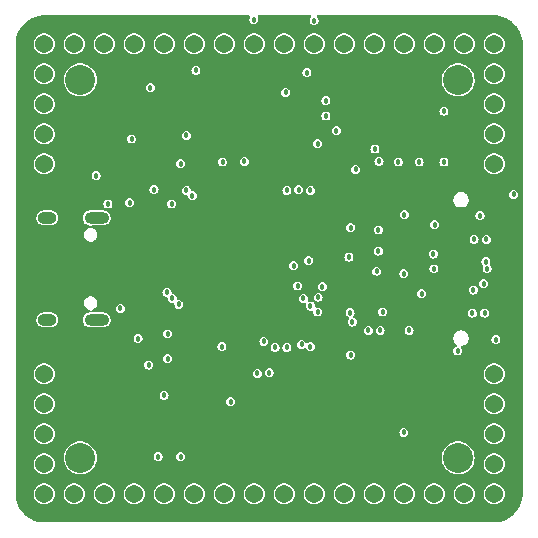
<source format=gbr>
%TF.GenerationSoftware,KiCad,Pcbnew,8.0.6-8.0.6-0~ubuntu24.04.1*%
%TF.CreationDate,2024-10-23T10:12:53-04:00*%
%TF.ProjectId,ta-expt-v2,74612d65-7870-4742-9d76-322e6b696361,rev?*%
%TF.SameCoordinates,Original*%
%TF.FileFunction,Copper,L2,Inr*%
%TF.FilePolarity,Positive*%
%FSLAX46Y46*%
G04 Gerber Fmt 4.6, Leading zero omitted, Abs format (unit mm)*
G04 Created by KiCad (PCBNEW 8.0.6-8.0.6-0~ubuntu24.04.1) date 2024-10-23 10:12:53*
%MOMM*%
%LPD*%
G01*
G04 APERTURE LIST*
%TA.AperFunction,ComponentPad*%
%ADD10O,2.100000X1.000000*%
%TD*%
%TA.AperFunction,ComponentPad*%
%ADD11O,1.600000X1.000000*%
%TD*%
%TA.AperFunction,ComponentPad*%
%ADD12C,1.540000*%
%TD*%
%TA.AperFunction,ComponentPad*%
%ADD13C,2.540000*%
%TD*%
%TA.AperFunction,ViaPad*%
%ADD14C,0.457200*%
%TD*%
G04 APERTURE END LIST*
D10*
%TO.N,unconnected-(J3-SHIELD-PadS1)*%
%TO.C,J3*%
X140390000Y-103680000D03*
D11*
X136210000Y-103680000D03*
D10*
X140390000Y-112320000D03*
D11*
X136210000Y-112320000D03*
%TD*%
D12*
%TO.N,VDD*%
%TO.C,J7*%
X135950000Y-116890000D03*
%TO.N,GND*%
X135950000Y-119430000D03*
%TO.N,/SWDIO*%
X135950000Y-121970000D03*
%TO.N,/SWCLK*%
X135950000Y-124510000D03*
%TD*%
%TO.N,unconnected-(J8-Pin_1-Pad1)*%
%TO.C,J8*%
X135950000Y-127050000D03*
%TO.N,unconnected-(J8-Pin_2-Pad2)*%
X138490000Y-127050000D03*
%TO.N,unconnected-(J8-Pin_3-Pad3)*%
X141030000Y-127050000D03*
%TO.N,unconnected-(J8-Pin_4-Pad4)*%
X143570000Y-127050000D03*
%TO.N,unconnected-(J8-Pin_5-Pad5)*%
X146110000Y-127050000D03*
%TO.N,unconnected-(J8-Pin_6-Pad6)*%
X148650000Y-127050000D03*
%TO.N,unconnected-(J8-Pin_7-Pad7)*%
X151190000Y-127050000D03*
%TO.N,/BOOT0*%
X153730000Y-127050000D03*
%TO.N,/LPUART_CTS*%
X156270000Y-127050000D03*
%TO.N,/LPUART_TX*%
X158810000Y-127050000D03*
%TO.N,/LPUART_RX*%
X161350000Y-127050000D03*
%TO.N,/LPUART_RTS*%
X163890000Y-127050000D03*
%TO.N,unconnected-(J8-Pin_13-Pad13)*%
X166430000Y-127050000D03*
%TO.N,unconnected-(J8-Pin_14-Pad14)*%
X168970000Y-127050000D03*
%TO.N,unconnected-(J8-Pin_15-Pad15)*%
X171510000Y-127050000D03*
%TO.N,unconnected-(J8-Pin_16-Pad16)*%
X174050000Y-127050000D03*
%TD*%
%TO.N,unconnected-(J1-Pin_2-Pad2)*%
%TO.C,J1*%
X174050000Y-124510000D03*
%TO.N,GND*%
X174050000Y-121970000D03*
%TO.N,unconnected-(J1-Pin_4-Pad4)*%
X174050000Y-119430000D03*
%TO.N,unconnected-(J1-Pin_5-Pad5)*%
X174050000Y-116890000D03*
%TD*%
%TO.N,unconnected-(J2-Pin_1-Pad1)*%
%TO.C,J2*%
X135950000Y-99110000D03*
%TO.N,GND*%
X135950000Y-96570000D03*
%TO.N,unconnected-(J2-Pin_3-Pad3)*%
X135950000Y-94030000D03*
%TO.N,unconnected-(J2-Pin_4-Pad4)*%
X135950000Y-91490000D03*
%TD*%
D13*
%TO.N,GND*%
%TO.C,J6*%
X139000000Y-92000000D03*
X171000000Y-92000000D03*
X139000000Y-124000000D03*
X171000000Y-124000000D03*
%TD*%
D12*
%TO.N,unconnected-(J4-Pin_2-Pad2)*%
%TO.C,J4*%
X174050000Y-99110000D03*
%TO.N,unconnected-(J4-Pin_3-Pad3)*%
X174050000Y-96570000D03*
%TO.N,unconnected-(J4-Pin_4-Pad4)*%
X174050000Y-94030000D03*
%TO.N,unconnected-(J4-Pin_5-Pad5)*%
X174050000Y-91490000D03*
%TD*%
%TO.N,unconnected-(J9-Pin_1-Pad1)*%
%TO.C,J9*%
X135950000Y-88950000D03*
%TO.N,unconnected-(J9-Pin_2-Pad2)*%
X138490000Y-88950000D03*
%TO.N,GND*%
X141030000Y-88950000D03*
%TO.N,unconnected-(J9-Pin_4-Pad4)*%
X143570000Y-88950000D03*
%TO.N,unconnected-(J9-Pin_5-Pad5)*%
X146110000Y-88950000D03*
%TO.N,unconnected-(J9-Pin_6-Pad6)*%
X148650000Y-88950000D03*
%TO.N,/NRST*%
X151190000Y-88950000D03*
%TO.N,/USART1_CK*%
X153730000Y-88950000D03*
%TO.N,/USART1_CTS*%
X156270000Y-88950000D03*
%TO.N,/USART1_TX*%
X158810000Y-88950000D03*
%TO.N,/USART1_RX*%
X161350000Y-88950000D03*
%TO.N,/USART1_RTS*%
X163890000Y-88950000D03*
%TO.N,unconnected-(J9-Pin_13-Pad13)*%
X166430000Y-88950000D03*
%TO.N,unconnected-(J9-Pin_14-Pad14)*%
X168970000Y-88950000D03*
%TO.N,unconnected-(J9-Pin_15-Pad15)*%
X171510000Y-88950000D03*
%TO.N,unconnected-(J9-Pin_16-Pad16)*%
X174050000Y-88950000D03*
%TD*%
D14*
%TO.N,GND*%
X143200000Y-102400000D03*
X169800000Y-98950000D03*
X146100000Y-118700000D03*
X164400000Y-113200000D03*
X175700000Y-101700000D03*
X166450000Y-103400000D03*
X165950000Y-98950000D03*
X142400000Y-111350000D03*
X166400000Y-121850000D03*
X167700000Y-98950000D03*
X140350000Y-100100000D03*
X164300000Y-98900000D03*
X147500000Y-99100000D03*
X166850000Y-113200000D03*
X143350000Y-97000000D03*
X158500000Y-114600000D03*
X161900000Y-104500000D03*
X159500000Y-109500000D03*
X148000000Y-96700000D03*
X161900000Y-115300000D03*
X158500000Y-101350000D03*
X166400000Y-108400000D03*
X146400000Y-113500000D03*
X164250000Y-106500000D03*
X160700000Y-96300000D03*
X151750000Y-119250000D03*
X147500000Y-123900000D03*
X144950000Y-92650000D03*
X145600000Y-123900000D03*
X169800000Y-94650000D03*
X143900000Y-113900000D03*
X164100000Y-108200000D03*
X159100000Y-97400000D03*
X148800000Y-91200000D03*
X141350000Y-102500000D03*
X164250000Y-104700000D03*
%TO.N,/VDD_FILT*%
X160500000Y-115300000D03*
X158500000Y-99150000D03*
X156400000Y-95200000D03*
X169600000Y-101650000D03*
X166900000Y-92500000D03*
X145950000Y-98100000D03*
X141450000Y-116900000D03*
X168400000Y-94600000D03*
X147050000Y-113000000D03*
X159000000Y-113750000D03*
X162150000Y-109750000D03*
X168650000Y-98850000D03*
X145600000Y-115600000D03*
%TO.N,Net-(IC3-PC15-OSC32_OUT)*%
X163400000Y-113200000D03*
X164600000Y-111650000D03*
%TO.N,/NRST*%
X158350000Y-107300000D03*
X152900000Y-98900000D03*
%TO.N,/LDO_OUT*%
X161850000Y-111700000D03*
X151050000Y-98950000D03*
X159150000Y-110400000D03*
X157075000Y-107725000D03*
%TO.N,/USART1_RX*%
X147350000Y-111000000D03*
%TO.N,/I2C3_SDA*%
X173350000Y-107400000D03*
X154000000Y-116850000D03*
%TO.N,/DCMI_VSYNC*%
X155500000Y-114650000D03*
X172350000Y-105500000D03*
%TO.N,/QUADSPI_BK2_IO2*%
X162330500Y-99569500D03*
X159800000Y-95050000D03*
%TO.N,/DCMI_D5*%
X155000000Y-116800000D03*
X174200000Y-114000000D03*
%TO.N,/LPUART_TX*%
X148000000Y-101350000D03*
%TO.N,/DCMI_D8*%
X158500000Y-111150000D03*
X173450000Y-108000000D03*
%TO.N,/LPUART_CTS*%
X146750000Y-102500000D03*
%TO.N,/USART1_TX*%
X146800000Y-110500000D03*
X158800000Y-87000000D03*
%TO.N,/DCMI_D7*%
X157750000Y-114400000D03*
X172300000Y-109800000D03*
%TO.N,/I2C3_SCL*%
X161750000Y-107000000D03*
X169000000Y-104250000D03*
%TO.N,/LPUART_RX*%
X148500000Y-101800000D03*
%TO.N,/Control*%
X172850000Y-103500000D03*
X167900000Y-110100000D03*
X162050000Y-112500000D03*
X156400000Y-93050000D03*
%TO.N,/SWCLK*%
X144800000Y-116150000D03*
X146400000Y-115600000D03*
%TO.N,/DCMI_D9*%
X154550000Y-114150000D03*
X168950000Y-108000000D03*
%TO.N,/USART1_CK*%
X146350000Y-110000000D03*
X153700000Y-86900000D03*
%TO.N,/DCMI_D4*%
X170950000Y-114950000D03*
X159100000Y-111650000D03*
%TO.N,/LPUART_RTS*%
X145250000Y-101300000D03*
%TO.N,/DCMI_PIXCLK*%
X168900000Y-106750000D03*
X156500000Y-101350000D03*
%TO.N,/DCMI_HSYNC*%
X157500000Y-101300000D03*
X173400000Y-105500000D03*
%TO.N,/DCMI_D2*%
X157400000Y-109450000D03*
X173250000Y-111750000D03*
%TO.N,/QUADSPI_BK2_IO1*%
X163950000Y-97850000D03*
X159800000Y-93750000D03*
%TO.N,/DCMI_D6*%
X156500000Y-114650000D03*
X173150000Y-109250000D03*
%TO.N,/DCMI_D3*%
X157900000Y-110500000D03*
X172200000Y-111750000D03*
%TO.N,/QUADSPI_BK2_NCS*%
X151000000Y-114600000D03*
X158200000Y-91400000D03*
%TD*%
%TA.AperFunction,Conductor*%
%TO.N,/VDD_FILT*%
G36*
X153331828Y-86545185D02*
G01*
X153377583Y-86597989D01*
X153387527Y-86667147D01*
X153375274Y-86705795D01*
X153336498Y-86781894D01*
X153336498Y-86781895D01*
X153317794Y-86899996D01*
X153317794Y-86900003D01*
X153336498Y-87018104D01*
X153336498Y-87018105D01*
X153390790Y-87124657D01*
X153475342Y-87209209D01*
X153475344Y-87209210D01*
X153475345Y-87209211D01*
X153581892Y-87263500D01*
X153581893Y-87263500D01*
X153581895Y-87263501D01*
X153699997Y-87282206D01*
X153700000Y-87282206D01*
X153700003Y-87282206D01*
X153818104Y-87263501D01*
X153818105Y-87263501D01*
X153818106Y-87263500D01*
X153818108Y-87263500D01*
X153924655Y-87209211D01*
X154009211Y-87124655D01*
X154063500Y-87018108D01*
X154063500Y-87018106D01*
X154063501Y-87018105D01*
X154063501Y-87018104D01*
X154082206Y-86900003D01*
X154082206Y-86899996D01*
X154063501Y-86781895D01*
X154063501Y-86781894D01*
X154055584Y-86766356D01*
X154024725Y-86705794D01*
X154011830Y-86637126D01*
X154038106Y-86572385D01*
X154095212Y-86532128D01*
X154135211Y-86525500D01*
X158441271Y-86525500D01*
X158508310Y-86545185D01*
X158554065Y-86597989D01*
X158564009Y-86667147D01*
X158534984Y-86730703D01*
X158528952Y-86737181D01*
X158490790Y-86775342D01*
X158436498Y-86881894D01*
X158436498Y-86881895D01*
X158417794Y-86999996D01*
X158417794Y-87000003D01*
X158436498Y-87118104D01*
X158436498Y-87118105D01*
X158490790Y-87224657D01*
X158575342Y-87309209D01*
X158575344Y-87309210D01*
X158575345Y-87309211D01*
X158681892Y-87363500D01*
X158681893Y-87363500D01*
X158681895Y-87363501D01*
X158799997Y-87382206D01*
X158800000Y-87382206D01*
X158800003Y-87382206D01*
X158918104Y-87363501D01*
X158918105Y-87363501D01*
X158918106Y-87363500D01*
X158918108Y-87363500D01*
X159024655Y-87309211D01*
X159109211Y-87224655D01*
X159163500Y-87118108D01*
X159163500Y-87118106D01*
X159163501Y-87118105D01*
X159163501Y-87118104D01*
X159182206Y-87000003D01*
X159182206Y-86999996D01*
X159163501Y-86881895D01*
X159163501Y-86881894D01*
X159112548Y-86781895D01*
X159109211Y-86775345D01*
X159109210Y-86775344D01*
X159109209Y-86775342D01*
X159071048Y-86737181D01*
X159037563Y-86675858D01*
X159042547Y-86606166D01*
X159084419Y-86550233D01*
X159149883Y-86525816D01*
X159158729Y-86525500D01*
X173933069Y-86525500D01*
X173935677Y-86525891D01*
X173952122Y-86525628D01*
X173952124Y-86525630D01*
X173956863Y-86525554D01*
X173963887Y-86525642D01*
X174236256Y-86536882D01*
X174250366Y-86538277D01*
X174516074Y-86579993D01*
X174529932Y-86582989D01*
X174789145Y-86654789D01*
X174802575Y-86659351D01*
X175051885Y-86760290D01*
X175064697Y-86766351D01*
X175300856Y-86895116D01*
X175312898Y-86902606D01*
X175532789Y-87057496D01*
X175543901Y-87066316D01*
X175744665Y-87245317D01*
X175754682Y-87255334D01*
X175851123Y-87363500D01*
X175933682Y-87456097D01*
X175942503Y-87467210D01*
X176097391Y-87687098D01*
X176104885Y-87699146D01*
X176233643Y-87935292D01*
X176239711Y-87948118D01*
X176340648Y-88197426D01*
X176345211Y-88210859D01*
X176417008Y-88470062D01*
X176420007Y-88483931D01*
X176461721Y-88749629D01*
X176463117Y-88763748D01*
X176474356Y-89036078D01*
X176474445Y-89043167D01*
X176474107Y-89064322D01*
X176474500Y-89066930D01*
X176474500Y-126933146D01*
X176474108Y-126935761D01*
X176474444Y-126956836D01*
X176474355Y-126963921D01*
X176463117Y-127236251D01*
X176461721Y-127250370D01*
X176420007Y-127516068D01*
X176417008Y-127529937D01*
X176345211Y-127789140D01*
X176340648Y-127802573D01*
X176239711Y-128051881D01*
X176233643Y-128064707D01*
X176104885Y-128300853D01*
X176097391Y-128312901D01*
X175942503Y-128532789D01*
X175933682Y-128543902D01*
X175754690Y-128744657D01*
X175744657Y-128754690D01*
X175543902Y-128933682D01*
X175532789Y-128942503D01*
X175312901Y-129097391D01*
X175300853Y-129104885D01*
X175064707Y-129233643D01*
X175051881Y-129239711D01*
X174802573Y-129340648D01*
X174789140Y-129345211D01*
X174529937Y-129417008D01*
X174516068Y-129420007D01*
X174250370Y-129461721D01*
X174236251Y-129463117D01*
X173963920Y-129474356D01*
X173956831Y-129474445D01*
X173935678Y-129474107D01*
X173933069Y-129474500D01*
X136066931Y-129474500D01*
X136064321Y-129474107D01*
X136043168Y-129474445D01*
X136036079Y-129474356D01*
X135763748Y-129463117D01*
X135749629Y-129461721D01*
X135483931Y-129420007D01*
X135470062Y-129417008D01*
X135210859Y-129345211D01*
X135197426Y-129340648D01*
X134948118Y-129239711D01*
X134935292Y-129233643D01*
X134912513Y-129221223D01*
X134699146Y-129104885D01*
X134687098Y-129097391D01*
X134467210Y-128942503D01*
X134456097Y-128933682D01*
X134405262Y-128888358D01*
X134255334Y-128754682D01*
X134245317Y-128744665D01*
X134066316Y-128543901D01*
X134057496Y-128532789D01*
X133902608Y-128312901D01*
X133895114Y-128300853D01*
X133846182Y-128211110D01*
X133766351Y-128064697D01*
X133760288Y-128051881D01*
X133718027Y-127947500D01*
X133659351Y-127802573D01*
X133654788Y-127789140D01*
X133635815Y-127720645D01*
X133582989Y-127529932D01*
X133579992Y-127516068D01*
X133564447Y-127417057D01*
X133538277Y-127250366D01*
X133536882Y-127236251D01*
X133529196Y-127050000D01*
X135047556Y-127050000D01*
X135067277Y-127237630D01*
X135125575Y-127417055D01*
X135219906Y-127580442D01*
X135346144Y-127720645D01*
X135346147Y-127720647D01*
X135498778Y-127831539D01*
X135671124Y-127908273D01*
X135671129Y-127908275D01*
X135855669Y-127947500D01*
X135855670Y-127947500D01*
X136044329Y-127947500D01*
X136044331Y-127947500D01*
X136228871Y-127908275D01*
X136401222Y-127831539D01*
X136553853Y-127720647D01*
X136680093Y-127580443D01*
X136774424Y-127417057D01*
X136832723Y-127237629D01*
X136852444Y-127050000D01*
X137587556Y-127050000D01*
X137607277Y-127237630D01*
X137665575Y-127417055D01*
X137759906Y-127580442D01*
X137886144Y-127720645D01*
X137886147Y-127720647D01*
X138038778Y-127831539D01*
X138211124Y-127908273D01*
X138211129Y-127908275D01*
X138395669Y-127947500D01*
X138395670Y-127947500D01*
X138584329Y-127947500D01*
X138584331Y-127947500D01*
X138768871Y-127908275D01*
X138941222Y-127831539D01*
X139093853Y-127720647D01*
X139220093Y-127580443D01*
X139314424Y-127417057D01*
X139372723Y-127237629D01*
X139392444Y-127050000D01*
X140127556Y-127050000D01*
X140147277Y-127237630D01*
X140205575Y-127417055D01*
X140299906Y-127580442D01*
X140426144Y-127720645D01*
X140426147Y-127720647D01*
X140578778Y-127831539D01*
X140751124Y-127908273D01*
X140751129Y-127908275D01*
X140935669Y-127947500D01*
X140935670Y-127947500D01*
X141124329Y-127947500D01*
X141124331Y-127947500D01*
X141308871Y-127908275D01*
X141481222Y-127831539D01*
X141633853Y-127720647D01*
X141760093Y-127580443D01*
X141854424Y-127417057D01*
X141912723Y-127237629D01*
X141932444Y-127050000D01*
X142667556Y-127050000D01*
X142687277Y-127237630D01*
X142745575Y-127417055D01*
X142839906Y-127580442D01*
X142966144Y-127720645D01*
X142966147Y-127720647D01*
X143118778Y-127831539D01*
X143291124Y-127908273D01*
X143291129Y-127908275D01*
X143475669Y-127947500D01*
X143475670Y-127947500D01*
X143664329Y-127947500D01*
X143664331Y-127947500D01*
X143848871Y-127908275D01*
X144021222Y-127831539D01*
X144173853Y-127720647D01*
X144300093Y-127580443D01*
X144394424Y-127417057D01*
X144452723Y-127237629D01*
X144472444Y-127050000D01*
X145207556Y-127050000D01*
X145227277Y-127237630D01*
X145285575Y-127417055D01*
X145379906Y-127580442D01*
X145506144Y-127720645D01*
X145506147Y-127720647D01*
X145658778Y-127831539D01*
X145831124Y-127908273D01*
X145831129Y-127908275D01*
X146015669Y-127947500D01*
X146015670Y-127947500D01*
X146204329Y-127947500D01*
X146204331Y-127947500D01*
X146388871Y-127908275D01*
X146561222Y-127831539D01*
X146713853Y-127720647D01*
X146840093Y-127580443D01*
X146934424Y-127417057D01*
X146992723Y-127237629D01*
X147012444Y-127050000D01*
X147747556Y-127050000D01*
X147767277Y-127237630D01*
X147825575Y-127417055D01*
X147919906Y-127580442D01*
X148046144Y-127720645D01*
X148046147Y-127720647D01*
X148198778Y-127831539D01*
X148371124Y-127908273D01*
X148371129Y-127908275D01*
X148555669Y-127947500D01*
X148555670Y-127947500D01*
X148744329Y-127947500D01*
X148744331Y-127947500D01*
X148928871Y-127908275D01*
X149101222Y-127831539D01*
X149253853Y-127720647D01*
X149380093Y-127580443D01*
X149474424Y-127417057D01*
X149532723Y-127237629D01*
X149552444Y-127050000D01*
X150287556Y-127050000D01*
X150307277Y-127237630D01*
X150365575Y-127417055D01*
X150459906Y-127580442D01*
X150586144Y-127720645D01*
X150586147Y-127720647D01*
X150738778Y-127831539D01*
X150911124Y-127908273D01*
X150911129Y-127908275D01*
X151095669Y-127947500D01*
X151095670Y-127947500D01*
X151284329Y-127947500D01*
X151284331Y-127947500D01*
X151468871Y-127908275D01*
X151641222Y-127831539D01*
X151793853Y-127720647D01*
X151920093Y-127580443D01*
X152014424Y-127417057D01*
X152072723Y-127237629D01*
X152092444Y-127050000D01*
X152827556Y-127050000D01*
X152847277Y-127237630D01*
X152905575Y-127417055D01*
X152999906Y-127580442D01*
X153126144Y-127720645D01*
X153126147Y-127720647D01*
X153278778Y-127831539D01*
X153451124Y-127908273D01*
X153451129Y-127908275D01*
X153635669Y-127947500D01*
X153635670Y-127947500D01*
X153824329Y-127947500D01*
X153824331Y-127947500D01*
X154008871Y-127908275D01*
X154181222Y-127831539D01*
X154333853Y-127720647D01*
X154460093Y-127580443D01*
X154554424Y-127417057D01*
X154612723Y-127237629D01*
X154632444Y-127050000D01*
X155367556Y-127050000D01*
X155387277Y-127237630D01*
X155445575Y-127417055D01*
X155539906Y-127580442D01*
X155666144Y-127720645D01*
X155666147Y-127720647D01*
X155818778Y-127831539D01*
X155991124Y-127908273D01*
X155991129Y-127908275D01*
X156175669Y-127947500D01*
X156175670Y-127947500D01*
X156364329Y-127947500D01*
X156364331Y-127947500D01*
X156548871Y-127908275D01*
X156721222Y-127831539D01*
X156873853Y-127720647D01*
X157000093Y-127580443D01*
X157094424Y-127417057D01*
X157152723Y-127237629D01*
X157172444Y-127050000D01*
X157907556Y-127050000D01*
X157927277Y-127237630D01*
X157985575Y-127417055D01*
X158079906Y-127580442D01*
X158206144Y-127720645D01*
X158206147Y-127720647D01*
X158358778Y-127831539D01*
X158531124Y-127908273D01*
X158531129Y-127908275D01*
X158715669Y-127947500D01*
X158715670Y-127947500D01*
X158904329Y-127947500D01*
X158904331Y-127947500D01*
X159088871Y-127908275D01*
X159261222Y-127831539D01*
X159413853Y-127720647D01*
X159540093Y-127580443D01*
X159634424Y-127417057D01*
X159692723Y-127237629D01*
X159712444Y-127050000D01*
X160447556Y-127050000D01*
X160467277Y-127237630D01*
X160525575Y-127417055D01*
X160619906Y-127580442D01*
X160746144Y-127720645D01*
X160746147Y-127720647D01*
X160898778Y-127831539D01*
X161071124Y-127908273D01*
X161071129Y-127908275D01*
X161255669Y-127947500D01*
X161255670Y-127947500D01*
X161444329Y-127947500D01*
X161444331Y-127947500D01*
X161628871Y-127908275D01*
X161801222Y-127831539D01*
X161953853Y-127720647D01*
X162080093Y-127580443D01*
X162174424Y-127417057D01*
X162232723Y-127237629D01*
X162252444Y-127050000D01*
X162987556Y-127050000D01*
X163007277Y-127237630D01*
X163065575Y-127417055D01*
X163159906Y-127580442D01*
X163286144Y-127720645D01*
X163286147Y-127720647D01*
X163438778Y-127831539D01*
X163611124Y-127908273D01*
X163611129Y-127908275D01*
X163795669Y-127947500D01*
X163795670Y-127947500D01*
X163984329Y-127947500D01*
X163984331Y-127947500D01*
X164168871Y-127908275D01*
X164341222Y-127831539D01*
X164493853Y-127720647D01*
X164620093Y-127580443D01*
X164714424Y-127417057D01*
X164772723Y-127237629D01*
X164792444Y-127050000D01*
X165527556Y-127050000D01*
X165547277Y-127237630D01*
X165605575Y-127417055D01*
X165699906Y-127580442D01*
X165826144Y-127720645D01*
X165826147Y-127720647D01*
X165978778Y-127831539D01*
X166151124Y-127908273D01*
X166151129Y-127908275D01*
X166335669Y-127947500D01*
X166335670Y-127947500D01*
X166524329Y-127947500D01*
X166524331Y-127947500D01*
X166708871Y-127908275D01*
X166881222Y-127831539D01*
X167033853Y-127720647D01*
X167160093Y-127580443D01*
X167254424Y-127417057D01*
X167312723Y-127237629D01*
X167332444Y-127050000D01*
X168067556Y-127050000D01*
X168087277Y-127237630D01*
X168145575Y-127417055D01*
X168239906Y-127580442D01*
X168366144Y-127720645D01*
X168366147Y-127720647D01*
X168518778Y-127831539D01*
X168691124Y-127908273D01*
X168691129Y-127908275D01*
X168875669Y-127947500D01*
X168875670Y-127947500D01*
X169064329Y-127947500D01*
X169064331Y-127947500D01*
X169248871Y-127908275D01*
X169421222Y-127831539D01*
X169573853Y-127720647D01*
X169700093Y-127580443D01*
X169794424Y-127417057D01*
X169852723Y-127237629D01*
X169872444Y-127050000D01*
X170607556Y-127050000D01*
X170627277Y-127237630D01*
X170685575Y-127417055D01*
X170779906Y-127580442D01*
X170906144Y-127720645D01*
X170906147Y-127720647D01*
X171058778Y-127831539D01*
X171231124Y-127908273D01*
X171231129Y-127908275D01*
X171415669Y-127947500D01*
X171415670Y-127947500D01*
X171604329Y-127947500D01*
X171604331Y-127947500D01*
X171788871Y-127908275D01*
X171961222Y-127831539D01*
X172113853Y-127720647D01*
X172240093Y-127580443D01*
X172334424Y-127417057D01*
X172392723Y-127237629D01*
X172412444Y-127050000D01*
X173147556Y-127050000D01*
X173167277Y-127237630D01*
X173225575Y-127417055D01*
X173319906Y-127580442D01*
X173446144Y-127720645D01*
X173446147Y-127720647D01*
X173598778Y-127831539D01*
X173771124Y-127908273D01*
X173771129Y-127908275D01*
X173955669Y-127947500D01*
X173955670Y-127947500D01*
X174144329Y-127947500D01*
X174144331Y-127947500D01*
X174328871Y-127908275D01*
X174501222Y-127831539D01*
X174653853Y-127720647D01*
X174780093Y-127580443D01*
X174874424Y-127417057D01*
X174932723Y-127237629D01*
X174952444Y-127050000D01*
X174932723Y-126862371D01*
X174874424Y-126682943D01*
X174780093Y-126519557D01*
X174653855Y-126379354D01*
X174577537Y-126323907D01*
X174501222Y-126268461D01*
X174501220Y-126268460D01*
X174501221Y-126268460D01*
X174328875Y-126191726D01*
X174328870Y-126191724D01*
X174183555Y-126160837D01*
X174144331Y-126152500D01*
X173955669Y-126152500D01*
X173923320Y-126159375D01*
X173771129Y-126191724D01*
X173771124Y-126191726D01*
X173598779Y-126268460D01*
X173446144Y-126379354D01*
X173319906Y-126519557D01*
X173225575Y-126682944D01*
X173167277Y-126862369D01*
X173147556Y-127050000D01*
X172412444Y-127050000D01*
X172392723Y-126862371D01*
X172334424Y-126682943D01*
X172240093Y-126519557D01*
X172113855Y-126379354D01*
X172037537Y-126323907D01*
X171961222Y-126268461D01*
X171961220Y-126268460D01*
X171961221Y-126268460D01*
X171788875Y-126191726D01*
X171788870Y-126191724D01*
X171643555Y-126160837D01*
X171604331Y-126152500D01*
X171415669Y-126152500D01*
X171383320Y-126159375D01*
X171231129Y-126191724D01*
X171231124Y-126191726D01*
X171058779Y-126268460D01*
X170906144Y-126379354D01*
X170779906Y-126519557D01*
X170685575Y-126682944D01*
X170627277Y-126862369D01*
X170607556Y-127050000D01*
X169872444Y-127050000D01*
X169852723Y-126862371D01*
X169794424Y-126682943D01*
X169700093Y-126519557D01*
X169573855Y-126379354D01*
X169497537Y-126323907D01*
X169421222Y-126268461D01*
X169421220Y-126268460D01*
X169421221Y-126268460D01*
X169248875Y-126191726D01*
X169248870Y-126191724D01*
X169103555Y-126160837D01*
X169064331Y-126152500D01*
X168875669Y-126152500D01*
X168843320Y-126159375D01*
X168691129Y-126191724D01*
X168691124Y-126191726D01*
X168518779Y-126268460D01*
X168366144Y-126379354D01*
X168239906Y-126519557D01*
X168145575Y-126682944D01*
X168087277Y-126862369D01*
X168067556Y-127050000D01*
X167332444Y-127050000D01*
X167312723Y-126862371D01*
X167254424Y-126682943D01*
X167160093Y-126519557D01*
X167033855Y-126379354D01*
X166957537Y-126323907D01*
X166881222Y-126268461D01*
X166881220Y-126268460D01*
X166881221Y-126268460D01*
X166708875Y-126191726D01*
X166708870Y-126191724D01*
X166563555Y-126160837D01*
X166524331Y-126152500D01*
X166335669Y-126152500D01*
X166303320Y-126159375D01*
X166151129Y-126191724D01*
X166151124Y-126191726D01*
X165978779Y-126268460D01*
X165826144Y-126379354D01*
X165699906Y-126519557D01*
X165605575Y-126682944D01*
X165547277Y-126862369D01*
X165527556Y-127050000D01*
X164792444Y-127050000D01*
X164772723Y-126862371D01*
X164714424Y-126682943D01*
X164620093Y-126519557D01*
X164493855Y-126379354D01*
X164417537Y-126323907D01*
X164341222Y-126268461D01*
X164341220Y-126268460D01*
X164341221Y-126268460D01*
X164168875Y-126191726D01*
X164168870Y-126191724D01*
X164023555Y-126160837D01*
X163984331Y-126152500D01*
X163795669Y-126152500D01*
X163763320Y-126159375D01*
X163611129Y-126191724D01*
X163611124Y-126191726D01*
X163438779Y-126268460D01*
X163286144Y-126379354D01*
X163159906Y-126519557D01*
X163065575Y-126682944D01*
X163007277Y-126862369D01*
X162987556Y-127050000D01*
X162252444Y-127050000D01*
X162232723Y-126862371D01*
X162174424Y-126682943D01*
X162080093Y-126519557D01*
X161953855Y-126379354D01*
X161877537Y-126323907D01*
X161801222Y-126268461D01*
X161801220Y-126268460D01*
X161801221Y-126268460D01*
X161628875Y-126191726D01*
X161628870Y-126191724D01*
X161483555Y-126160837D01*
X161444331Y-126152500D01*
X161255669Y-126152500D01*
X161223320Y-126159375D01*
X161071129Y-126191724D01*
X161071124Y-126191726D01*
X160898779Y-126268460D01*
X160746144Y-126379354D01*
X160619906Y-126519557D01*
X160525575Y-126682944D01*
X160467277Y-126862369D01*
X160447556Y-127050000D01*
X159712444Y-127050000D01*
X159692723Y-126862371D01*
X159634424Y-126682943D01*
X159540093Y-126519557D01*
X159413855Y-126379354D01*
X159337537Y-126323907D01*
X159261222Y-126268461D01*
X159261220Y-126268460D01*
X159261221Y-126268460D01*
X159088875Y-126191726D01*
X159088870Y-126191724D01*
X158943555Y-126160837D01*
X158904331Y-126152500D01*
X158715669Y-126152500D01*
X158683320Y-126159375D01*
X158531129Y-126191724D01*
X158531124Y-126191726D01*
X158358779Y-126268460D01*
X158206144Y-126379354D01*
X158079906Y-126519557D01*
X157985575Y-126682944D01*
X157927277Y-126862369D01*
X157907556Y-127050000D01*
X157172444Y-127050000D01*
X157152723Y-126862371D01*
X157094424Y-126682943D01*
X157000093Y-126519557D01*
X156873855Y-126379354D01*
X156797537Y-126323907D01*
X156721222Y-126268461D01*
X156721220Y-126268460D01*
X156721221Y-126268460D01*
X156548875Y-126191726D01*
X156548870Y-126191724D01*
X156403555Y-126160837D01*
X156364331Y-126152500D01*
X156175669Y-126152500D01*
X156143320Y-126159375D01*
X155991129Y-126191724D01*
X155991124Y-126191726D01*
X155818779Y-126268460D01*
X155666144Y-126379354D01*
X155539906Y-126519557D01*
X155445575Y-126682944D01*
X155387277Y-126862369D01*
X155367556Y-127050000D01*
X154632444Y-127050000D01*
X154612723Y-126862371D01*
X154554424Y-126682943D01*
X154460093Y-126519557D01*
X154333855Y-126379354D01*
X154257537Y-126323907D01*
X154181222Y-126268461D01*
X154181220Y-126268460D01*
X154181221Y-126268460D01*
X154008875Y-126191726D01*
X154008870Y-126191724D01*
X153863555Y-126160837D01*
X153824331Y-126152500D01*
X153635669Y-126152500D01*
X153603320Y-126159375D01*
X153451129Y-126191724D01*
X153451124Y-126191726D01*
X153278779Y-126268460D01*
X153126144Y-126379354D01*
X152999906Y-126519557D01*
X152905575Y-126682944D01*
X152847277Y-126862369D01*
X152827556Y-127050000D01*
X152092444Y-127050000D01*
X152072723Y-126862371D01*
X152014424Y-126682943D01*
X151920093Y-126519557D01*
X151793855Y-126379354D01*
X151717537Y-126323907D01*
X151641222Y-126268461D01*
X151641220Y-126268460D01*
X151641221Y-126268460D01*
X151468875Y-126191726D01*
X151468870Y-126191724D01*
X151323555Y-126160837D01*
X151284331Y-126152500D01*
X151095669Y-126152500D01*
X151063320Y-126159375D01*
X150911129Y-126191724D01*
X150911124Y-126191726D01*
X150738779Y-126268460D01*
X150586144Y-126379354D01*
X150459906Y-126519557D01*
X150365575Y-126682944D01*
X150307277Y-126862369D01*
X150287556Y-127050000D01*
X149552444Y-127050000D01*
X149532723Y-126862371D01*
X149474424Y-126682943D01*
X149380093Y-126519557D01*
X149253855Y-126379354D01*
X149177537Y-126323907D01*
X149101222Y-126268461D01*
X149101220Y-126268460D01*
X149101221Y-126268460D01*
X148928875Y-126191726D01*
X148928870Y-126191724D01*
X148783555Y-126160837D01*
X148744331Y-126152500D01*
X148555669Y-126152500D01*
X148523320Y-126159375D01*
X148371129Y-126191724D01*
X148371124Y-126191726D01*
X148198779Y-126268460D01*
X148046144Y-126379354D01*
X147919906Y-126519557D01*
X147825575Y-126682944D01*
X147767277Y-126862369D01*
X147747556Y-127050000D01*
X147012444Y-127050000D01*
X146992723Y-126862371D01*
X146934424Y-126682943D01*
X146840093Y-126519557D01*
X146713855Y-126379354D01*
X146637537Y-126323907D01*
X146561222Y-126268461D01*
X146561220Y-126268460D01*
X146561221Y-126268460D01*
X146388875Y-126191726D01*
X146388870Y-126191724D01*
X146243555Y-126160837D01*
X146204331Y-126152500D01*
X146015669Y-126152500D01*
X145983320Y-126159375D01*
X145831129Y-126191724D01*
X145831124Y-126191726D01*
X145658779Y-126268460D01*
X145506144Y-126379354D01*
X145379906Y-126519557D01*
X145285575Y-126682944D01*
X145227277Y-126862369D01*
X145207556Y-127050000D01*
X144472444Y-127050000D01*
X144452723Y-126862371D01*
X144394424Y-126682943D01*
X144300093Y-126519557D01*
X144173855Y-126379354D01*
X144097537Y-126323907D01*
X144021222Y-126268461D01*
X144021220Y-126268460D01*
X144021221Y-126268460D01*
X143848875Y-126191726D01*
X143848870Y-126191724D01*
X143703555Y-126160837D01*
X143664331Y-126152500D01*
X143475669Y-126152500D01*
X143443320Y-126159375D01*
X143291129Y-126191724D01*
X143291124Y-126191726D01*
X143118779Y-126268460D01*
X142966144Y-126379354D01*
X142839906Y-126519557D01*
X142745575Y-126682944D01*
X142687277Y-126862369D01*
X142667556Y-127050000D01*
X141932444Y-127050000D01*
X141912723Y-126862371D01*
X141854424Y-126682943D01*
X141760093Y-126519557D01*
X141633855Y-126379354D01*
X141557537Y-126323907D01*
X141481222Y-126268461D01*
X141481220Y-126268460D01*
X141481221Y-126268460D01*
X141308875Y-126191726D01*
X141308870Y-126191724D01*
X141163555Y-126160837D01*
X141124331Y-126152500D01*
X140935669Y-126152500D01*
X140903320Y-126159375D01*
X140751129Y-126191724D01*
X140751124Y-126191726D01*
X140578779Y-126268460D01*
X140426144Y-126379354D01*
X140299906Y-126519557D01*
X140205575Y-126682944D01*
X140147277Y-126862369D01*
X140127556Y-127050000D01*
X139392444Y-127050000D01*
X139372723Y-126862371D01*
X139314424Y-126682943D01*
X139220093Y-126519557D01*
X139093855Y-126379354D01*
X139017537Y-126323907D01*
X138941222Y-126268461D01*
X138941220Y-126268460D01*
X138941221Y-126268460D01*
X138768875Y-126191726D01*
X138768870Y-126191724D01*
X138623555Y-126160837D01*
X138584331Y-126152500D01*
X138395669Y-126152500D01*
X138363320Y-126159375D01*
X138211129Y-126191724D01*
X138211124Y-126191726D01*
X138038779Y-126268460D01*
X137886144Y-126379354D01*
X137759906Y-126519557D01*
X137665575Y-126682944D01*
X137607277Y-126862369D01*
X137587556Y-127050000D01*
X136852444Y-127050000D01*
X136832723Y-126862371D01*
X136774424Y-126682943D01*
X136680093Y-126519557D01*
X136553855Y-126379354D01*
X136477537Y-126323907D01*
X136401222Y-126268461D01*
X136401220Y-126268460D01*
X136401221Y-126268460D01*
X136228875Y-126191726D01*
X136228870Y-126191724D01*
X136083555Y-126160837D01*
X136044331Y-126152500D01*
X135855669Y-126152500D01*
X135823320Y-126159375D01*
X135671129Y-126191724D01*
X135671124Y-126191726D01*
X135498779Y-126268460D01*
X135346144Y-126379354D01*
X135219906Y-126519557D01*
X135125575Y-126682944D01*
X135067277Y-126862369D01*
X135047556Y-127050000D01*
X133529196Y-127050000D01*
X133525644Y-126963921D01*
X133525555Y-126956831D01*
X133525890Y-126935759D01*
X133525500Y-126933146D01*
X133525500Y-124510000D01*
X135047556Y-124510000D01*
X135067277Y-124697630D01*
X135125575Y-124877055D01*
X135219906Y-125040442D01*
X135346144Y-125180645D01*
X135346147Y-125180647D01*
X135498778Y-125291539D01*
X135671124Y-125368273D01*
X135671129Y-125368275D01*
X135855669Y-125407500D01*
X135855670Y-125407500D01*
X136044329Y-125407500D01*
X136044331Y-125407500D01*
X136228871Y-125368275D01*
X136401222Y-125291539D01*
X136553853Y-125180647D01*
X136680093Y-125040443D01*
X136774424Y-124877057D01*
X136832723Y-124697629D01*
X136852444Y-124510000D01*
X136832723Y-124322371D01*
X136774424Y-124142943D01*
X136691892Y-123999993D01*
X137597710Y-123999993D01*
X137597710Y-124000006D01*
X137616833Y-124230801D01*
X137616835Y-124230812D01*
X137673689Y-124455323D01*
X137766722Y-124667415D01*
X137893393Y-124861301D01*
X138050257Y-125031700D01*
X138050261Y-125031703D01*
X138187847Y-125138790D01*
X138233020Y-125173950D01*
X138436707Y-125284180D01*
X138546232Y-125321780D01*
X138655754Y-125359379D01*
X138655756Y-125359379D01*
X138655758Y-125359380D01*
X138884200Y-125397500D01*
X138884201Y-125397500D01*
X139115799Y-125397500D01*
X139115800Y-125397500D01*
X139344242Y-125359380D01*
X139563293Y-125284180D01*
X139766980Y-125173950D01*
X139949745Y-125031698D01*
X140106604Y-124861304D01*
X140233277Y-124667416D01*
X140326310Y-124455323D01*
X140383165Y-124230809D01*
X140402290Y-124000000D01*
X140402290Y-123999993D01*
X140394004Y-123899996D01*
X145217794Y-123899996D01*
X145217794Y-123900003D01*
X145236498Y-124018104D01*
X145236498Y-124018105D01*
X145290790Y-124124657D01*
X145375342Y-124209209D01*
X145375344Y-124209210D01*
X145375345Y-124209211D01*
X145481892Y-124263500D01*
X145481893Y-124263500D01*
X145481895Y-124263501D01*
X145599997Y-124282206D01*
X145600000Y-124282206D01*
X145600003Y-124282206D01*
X145718104Y-124263501D01*
X145718105Y-124263501D01*
X145718106Y-124263500D01*
X145718108Y-124263500D01*
X145824655Y-124209211D01*
X145909211Y-124124655D01*
X145963500Y-124018108D01*
X145963500Y-124018106D01*
X145963501Y-124018105D01*
X145963501Y-124018104D01*
X145982206Y-123900003D01*
X145982206Y-123899996D01*
X147117794Y-123899996D01*
X147117794Y-123900003D01*
X147136498Y-124018104D01*
X147136498Y-124018105D01*
X147190790Y-124124657D01*
X147275342Y-124209209D01*
X147275344Y-124209210D01*
X147275345Y-124209211D01*
X147381892Y-124263500D01*
X147381893Y-124263500D01*
X147381895Y-124263501D01*
X147499997Y-124282206D01*
X147500000Y-124282206D01*
X147500003Y-124282206D01*
X147618104Y-124263501D01*
X147618105Y-124263501D01*
X147618106Y-124263500D01*
X147618108Y-124263500D01*
X147724655Y-124209211D01*
X147809211Y-124124655D01*
X147863500Y-124018108D01*
X147863500Y-124018106D01*
X147863501Y-124018105D01*
X147863501Y-124018104D01*
X147866369Y-123999993D01*
X169597710Y-123999993D01*
X169597710Y-124000006D01*
X169616833Y-124230801D01*
X169616835Y-124230812D01*
X169673689Y-124455323D01*
X169766722Y-124667415D01*
X169893393Y-124861301D01*
X170050257Y-125031700D01*
X170050261Y-125031703D01*
X170187847Y-125138790D01*
X170233020Y-125173950D01*
X170436707Y-125284180D01*
X170546232Y-125321780D01*
X170655754Y-125359379D01*
X170655756Y-125359379D01*
X170655758Y-125359380D01*
X170884200Y-125397500D01*
X170884201Y-125397500D01*
X171115799Y-125397500D01*
X171115800Y-125397500D01*
X171344242Y-125359380D01*
X171563293Y-125284180D01*
X171766980Y-125173950D01*
X171949745Y-125031698D01*
X172106604Y-124861304D01*
X172233277Y-124667416D01*
X172302326Y-124510000D01*
X173147556Y-124510000D01*
X173167277Y-124697630D01*
X173225575Y-124877055D01*
X173319906Y-125040442D01*
X173446144Y-125180645D01*
X173446147Y-125180647D01*
X173598778Y-125291539D01*
X173771124Y-125368273D01*
X173771129Y-125368275D01*
X173955669Y-125407500D01*
X173955670Y-125407500D01*
X174144329Y-125407500D01*
X174144331Y-125407500D01*
X174328871Y-125368275D01*
X174501222Y-125291539D01*
X174653853Y-125180647D01*
X174780093Y-125040443D01*
X174874424Y-124877057D01*
X174932723Y-124697629D01*
X174952444Y-124510000D01*
X174932723Y-124322371D01*
X174874424Y-124142943D01*
X174780093Y-123979557D01*
X174653855Y-123839354D01*
X174557277Y-123769187D01*
X174501222Y-123728461D01*
X174501220Y-123728460D01*
X174501221Y-123728460D01*
X174328875Y-123651726D01*
X174328870Y-123651724D01*
X174183555Y-123620837D01*
X174144331Y-123612500D01*
X173955669Y-123612500D01*
X173923320Y-123619375D01*
X173771129Y-123651724D01*
X173771124Y-123651726D01*
X173598779Y-123728460D01*
X173446144Y-123839354D01*
X173319906Y-123979557D01*
X173225575Y-124142944D01*
X173167277Y-124322369D01*
X173147556Y-124510000D01*
X172302326Y-124510000D01*
X172326310Y-124455323D01*
X172383165Y-124230809D01*
X172402290Y-124000000D01*
X172402290Y-123999993D01*
X172383166Y-123769198D01*
X172383164Y-123769187D01*
X172326310Y-123544676D01*
X172233277Y-123332584D01*
X172106606Y-123138698D01*
X171949742Y-122968299D01*
X171949738Y-122968296D01*
X171766984Y-122826053D01*
X171766979Y-122826049D01*
X171563294Y-122715820D01*
X171563288Y-122715818D01*
X171344245Y-122640620D01*
X171172910Y-122612030D01*
X171115800Y-122602500D01*
X170884200Y-122602500D01*
X170838511Y-122610124D01*
X170655754Y-122640620D01*
X170436711Y-122715818D01*
X170436705Y-122715820D01*
X170233020Y-122826049D01*
X170233015Y-122826053D01*
X170050261Y-122968296D01*
X170050257Y-122968299D01*
X169893393Y-123138698D01*
X169766722Y-123332584D01*
X169673689Y-123544676D01*
X169616835Y-123769187D01*
X169616833Y-123769198D01*
X169597710Y-123999993D01*
X147866369Y-123999993D01*
X147882206Y-123900003D01*
X147882206Y-123899996D01*
X147863501Y-123781895D01*
X147863501Y-123781894D01*
X147836275Y-123728461D01*
X147809211Y-123675345D01*
X147809210Y-123675344D01*
X147809209Y-123675342D01*
X147724657Y-123590790D01*
X147618104Y-123536498D01*
X147500003Y-123517794D01*
X147499997Y-123517794D01*
X147381895Y-123536498D01*
X147381894Y-123536498D01*
X147275342Y-123590790D01*
X147190790Y-123675342D01*
X147136498Y-123781894D01*
X147136498Y-123781895D01*
X147117794Y-123899996D01*
X145982206Y-123899996D01*
X145963501Y-123781895D01*
X145963501Y-123781894D01*
X145936275Y-123728461D01*
X145909211Y-123675345D01*
X145909210Y-123675344D01*
X145909209Y-123675342D01*
X145824657Y-123590790D01*
X145718104Y-123536498D01*
X145600003Y-123517794D01*
X145599997Y-123517794D01*
X145481895Y-123536498D01*
X145481894Y-123536498D01*
X145375342Y-123590790D01*
X145290790Y-123675342D01*
X145236498Y-123781894D01*
X145236498Y-123781895D01*
X145217794Y-123899996D01*
X140394004Y-123899996D01*
X140383166Y-123769198D01*
X140383164Y-123769187D01*
X140326310Y-123544676D01*
X140233277Y-123332584D01*
X140106606Y-123138698D01*
X139949742Y-122968299D01*
X139949738Y-122968296D01*
X139766984Y-122826053D01*
X139766979Y-122826049D01*
X139563294Y-122715820D01*
X139563288Y-122715818D01*
X139344245Y-122640620D01*
X139172910Y-122612030D01*
X139115800Y-122602500D01*
X138884200Y-122602500D01*
X138838511Y-122610124D01*
X138655754Y-122640620D01*
X138436711Y-122715818D01*
X138436705Y-122715820D01*
X138233020Y-122826049D01*
X138233015Y-122826053D01*
X138050261Y-122968296D01*
X138050257Y-122968299D01*
X137893393Y-123138698D01*
X137766722Y-123332584D01*
X137673689Y-123544676D01*
X137616835Y-123769187D01*
X137616833Y-123769198D01*
X137597710Y-123999993D01*
X136691892Y-123999993D01*
X136680093Y-123979557D01*
X136553855Y-123839354D01*
X136457277Y-123769187D01*
X136401222Y-123728461D01*
X136401220Y-123728460D01*
X136401221Y-123728460D01*
X136228875Y-123651726D01*
X136228870Y-123651724D01*
X136083555Y-123620837D01*
X136044331Y-123612500D01*
X135855669Y-123612500D01*
X135823320Y-123619375D01*
X135671129Y-123651724D01*
X135671124Y-123651726D01*
X135498779Y-123728460D01*
X135346144Y-123839354D01*
X135219906Y-123979557D01*
X135125575Y-124142944D01*
X135067277Y-124322369D01*
X135047556Y-124510000D01*
X133525500Y-124510000D01*
X133525500Y-121970000D01*
X135047556Y-121970000D01*
X135067277Y-122157630D01*
X135125575Y-122337055D01*
X135219906Y-122500442D01*
X135346144Y-122640645D01*
X135346147Y-122640647D01*
X135498778Y-122751539D01*
X135671124Y-122828273D01*
X135671129Y-122828275D01*
X135855669Y-122867500D01*
X135855670Y-122867500D01*
X136044329Y-122867500D01*
X136044331Y-122867500D01*
X136228871Y-122828275D01*
X136401222Y-122751539D01*
X136553853Y-122640647D01*
X136553878Y-122640620D01*
X136588201Y-122602500D01*
X136680093Y-122500443D01*
X136774424Y-122337057D01*
X136832723Y-122157629D01*
X136852444Y-121970000D01*
X136839831Y-121849996D01*
X166017794Y-121849996D01*
X166017794Y-121850003D01*
X166036498Y-121968104D01*
X166036498Y-121968105D01*
X166090790Y-122074657D01*
X166175342Y-122159209D01*
X166175344Y-122159210D01*
X166175345Y-122159211D01*
X166281892Y-122213500D01*
X166281893Y-122213500D01*
X166281895Y-122213501D01*
X166399997Y-122232206D01*
X166400000Y-122232206D01*
X166400003Y-122232206D01*
X166518104Y-122213501D01*
X166518105Y-122213501D01*
X166518106Y-122213500D01*
X166518108Y-122213500D01*
X166624655Y-122159211D01*
X166709211Y-122074655D01*
X166762536Y-121970000D01*
X173147556Y-121970000D01*
X173167277Y-122157630D01*
X173225575Y-122337055D01*
X173319906Y-122500442D01*
X173446144Y-122640645D01*
X173446147Y-122640647D01*
X173598778Y-122751539D01*
X173771124Y-122828273D01*
X173771129Y-122828275D01*
X173955669Y-122867500D01*
X173955670Y-122867500D01*
X174144329Y-122867500D01*
X174144331Y-122867500D01*
X174328871Y-122828275D01*
X174501222Y-122751539D01*
X174653853Y-122640647D01*
X174653878Y-122640620D01*
X174688201Y-122602500D01*
X174780093Y-122500443D01*
X174874424Y-122337057D01*
X174932723Y-122157629D01*
X174952444Y-121970000D01*
X174932723Y-121782371D01*
X174874424Y-121602943D01*
X174780093Y-121439557D01*
X174653855Y-121299354D01*
X174577537Y-121243907D01*
X174501222Y-121188461D01*
X174501220Y-121188460D01*
X174501221Y-121188460D01*
X174328875Y-121111726D01*
X174328870Y-121111724D01*
X174183555Y-121080837D01*
X174144331Y-121072500D01*
X173955669Y-121072500D01*
X173923320Y-121079375D01*
X173771129Y-121111724D01*
X173771124Y-121111726D01*
X173598779Y-121188460D01*
X173446144Y-121299354D01*
X173319906Y-121439557D01*
X173225575Y-121602944D01*
X173167277Y-121782369D01*
X173147556Y-121970000D01*
X166762536Y-121970000D01*
X166763500Y-121968108D01*
X166763500Y-121968106D01*
X166763501Y-121968105D01*
X166763501Y-121968104D01*
X166782206Y-121850003D01*
X166782206Y-121849996D01*
X166763501Y-121731895D01*
X166763501Y-121731894D01*
X166709209Y-121625342D01*
X166624657Y-121540790D01*
X166518104Y-121486498D01*
X166400003Y-121467794D01*
X166399997Y-121467794D01*
X166281895Y-121486498D01*
X166281894Y-121486498D01*
X166175342Y-121540790D01*
X166090790Y-121625342D01*
X166036498Y-121731894D01*
X166036498Y-121731895D01*
X166017794Y-121849996D01*
X136839831Y-121849996D01*
X136832723Y-121782371D01*
X136774424Y-121602943D01*
X136680093Y-121439557D01*
X136553855Y-121299354D01*
X136477537Y-121243907D01*
X136401222Y-121188461D01*
X136401220Y-121188460D01*
X136401221Y-121188460D01*
X136228875Y-121111726D01*
X136228870Y-121111724D01*
X136083555Y-121080837D01*
X136044331Y-121072500D01*
X135855669Y-121072500D01*
X135823320Y-121079375D01*
X135671129Y-121111724D01*
X135671124Y-121111726D01*
X135498779Y-121188460D01*
X135346144Y-121299354D01*
X135219906Y-121439557D01*
X135125575Y-121602944D01*
X135067277Y-121782369D01*
X135047556Y-121970000D01*
X133525500Y-121970000D01*
X133525500Y-119430000D01*
X135047556Y-119430000D01*
X135067277Y-119617630D01*
X135125575Y-119797055D01*
X135219906Y-119960442D01*
X135346144Y-120100645D01*
X135346147Y-120100647D01*
X135498778Y-120211539D01*
X135671124Y-120288273D01*
X135671129Y-120288275D01*
X135855669Y-120327500D01*
X135855670Y-120327500D01*
X136044329Y-120327500D01*
X136044331Y-120327500D01*
X136228871Y-120288275D01*
X136401222Y-120211539D01*
X136553853Y-120100647D01*
X136680093Y-119960443D01*
X136774424Y-119797057D01*
X136832723Y-119617629D01*
X136852444Y-119430000D01*
X136833524Y-119249996D01*
X151367794Y-119249996D01*
X151367794Y-119250003D01*
X151386498Y-119368104D01*
X151386498Y-119368105D01*
X151440790Y-119474657D01*
X151525342Y-119559209D01*
X151525344Y-119559210D01*
X151525345Y-119559211D01*
X151631892Y-119613500D01*
X151631893Y-119613500D01*
X151631895Y-119613501D01*
X151749997Y-119632206D01*
X151750000Y-119632206D01*
X151750003Y-119632206D01*
X151868104Y-119613501D01*
X151868105Y-119613501D01*
X151868106Y-119613500D01*
X151868108Y-119613500D01*
X151974655Y-119559211D01*
X152059211Y-119474655D01*
X152081964Y-119430000D01*
X173147556Y-119430000D01*
X173167277Y-119617630D01*
X173225575Y-119797055D01*
X173319906Y-119960442D01*
X173446144Y-120100645D01*
X173446147Y-120100647D01*
X173598778Y-120211539D01*
X173771124Y-120288273D01*
X173771129Y-120288275D01*
X173955669Y-120327500D01*
X173955670Y-120327500D01*
X174144329Y-120327500D01*
X174144331Y-120327500D01*
X174328871Y-120288275D01*
X174501222Y-120211539D01*
X174653853Y-120100647D01*
X174780093Y-119960443D01*
X174874424Y-119797057D01*
X174932723Y-119617629D01*
X174952444Y-119430000D01*
X174932723Y-119242371D01*
X174874424Y-119062943D01*
X174780093Y-118899557D01*
X174653855Y-118759354D01*
X174572154Y-118699996D01*
X174501222Y-118648461D01*
X174501220Y-118648460D01*
X174501221Y-118648460D01*
X174328875Y-118571726D01*
X174328870Y-118571724D01*
X174183555Y-118540837D01*
X174144331Y-118532500D01*
X173955669Y-118532500D01*
X173923320Y-118539375D01*
X173771129Y-118571724D01*
X173771124Y-118571726D01*
X173598779Y-118648460D01*
X173446144Y-118759354D01*
X173319906Y-118899557D01*
X173225575Y-119062944D01*
X173167277Y-119242369D01*
X173147556Y-119430000D01*
X152081964Y-119430000D01*
X152113500Y-119368108D01*
X152113500Y-119368106D01*
X152113501Y-119368105D01*
X152113501Y-119368104D01*
X152132206Y-119250003D01*
X152132206Y-119249996D01*
X152113501Y-119131895D01*
X152113501Y-119131894D01*
X152088183Y-119082206D01*
X152059211Y-119025345D01*
X152059210Y-119025344D01*
X152059209Y-119025342D01*
X151974657Y-118940790D01*
X151939139Y-118922692D01*
X151868108Y-118886500D01*
X151868107Y-118886499D01*
X151868104Y-118886498D01*
X151750003Y-118867794D01*
X151749997Y-118867794D01*
X151631895Y-118886498D01*
X151631894Y-118886498D01*
X151525342Y-118940790D01*
X151440790Y-119025342D01*
X151386498Y-119131894D01*
X151386498Y-119131895D01*
X151367794Y-119249996D01*
X136833524Y-119249996D01*
X136832723Y-119242371D01*
X136774424Y-119062943D01*
X136680093Y-118899557D01*
X136553855Y-118759354D01*
X136472154Y-118699996D01*
X145717794Y-118699996D01*
X145717794Y-118700003D01*
X145736498Y-118818104D01*
X145736498Y-118818105D01*
X145790790Y-118924657D01*
X145875342Y-119009209D01*
X145875344Y-119009210D01*
X145875345Y-119009211D01*
X145981892Y-119063500D01*
X145981893Y-119063500D01*
X145981895Y-119063501D01*
X146099997Y-119082206D01*
X146100000Y-119082206D01*
X146100003Y-119082206D01*
X146218104Y-119063501D01*
X146218105Y-119063501D01*
X146218106Y-119063500D01*
X146218108Y-119063500D01*
X146324655Y-119009211D01*
X146409211Y-118924655D01*
X146463500Y-118818108D01*
X146463500Y-118818106D01*
X146463501Y-118818105D01*
X146463501Y-118818104D01*
X146482206Y-118700003D01*
X146482206Y-118699996D01*
X146463501Y-118581895D01*
X146463501Y-118581894D01*
X146409209Y-118475342D01*
X146324657Y-118390790D01*
X146218104Y-118336498D01*
X146100003Y-118317794D01*
X146099997Y-118317794D01*
X145981895Y-118336498D01*
X145981894Y-118336498D01*
X145875342Y-118390790D01*
X145790790Y-118475342D01*
X145736498Y-118581894D01*
X145736498Y-118581895D01*
X145717794Y-118699996D01*
X136472154Y-118699996D01*
X136401222Y-118648461D01*
X136401220Y-118648460D01*
X136401221Y-118648460D01*
X136228875Y-118571726D01*
X136228870Y-118571724D01*
X136083555Y-118540837D01*
X136044331Y-118532500D01*
X135855669Y-118532500D01*
X135823320Y-118539375D01*
X135671129Y-118571724D01*
X135671124Y-118571726D01*
X135498779Y-118648460D01*
X135346144Y-118759354D01*
X135219906Y-118899557D01*
X135125575Y-119062944D01*
X135067277Y-119242369D01*
X135047556Y-119430000D01*
X133525500Y-119430000D01*
X133525500Y-116890000D01*
X135047556Y-116890000D01*
X135067277Y-117077630D01*
X135125575Y-117257055D01*
X135219906Y-117420442D01*
X135346144Y-117560645D01*
X135346147Y-117560647D01*
X135498778Y-117671539D01*
X135671124Y-117748273D01*
X135671129Y-117748275D01*
X135855669Y-117787500D01*
X135855670Y-117787500D01*
X136044329Y-117787500D01*
X136044331Y-117787500D01*
X136228871Y-117748275D01*
X136401222Y-117671539D01*
X136553853Y-117560647D01*
X136680093Y-117420443D01*
X136774424Y-117257057D01*
X136832723Y-117077629D01*
X136852444Y-116890000D01*
X136848239Y-116849996D01*
X153617794Y-116849996D01*
X153617794Y-116850003D01*
X153636498Y-116968104D01*
X153636498Y-116968105D01*
X153690790Y-117074657D01*
X153775342Y-117159209D01*
X153775344Y-117159210D01*
X153775345Y-117159211D01*
X153881892Y-117213500D01*
X153881893Y-117213500D01*
X153881895Y-117213501D01*
X153999997Y-117232206D01*
X154000000Y-117232206D01*
X154000003Y-117232206D01*
X154118104Y-117213501D01*
X154118105Y-117213501D01*
X154118106Y-117213500D01*
X154118108Y-117213500D01*
X154224655Y-117159211D01*
X154309211Y-117074655D01*
X154363500Y-116968108D01*
X154381486Y-116854542D01*
X154391196Y-116834058D01*
X154382922Y-116815940D01*
X154608801Y-116815940D01*
X154626432Y-116854545D01*
X154636498Y-116918105D01*
X154690790Y-117024657D01*
X154775342Y-117109209D01*
X154775344Y-117109210D01*
X154775345Y-117109211D01*
X154881892Y-117163500D01*
X154881893Y-117163500D01*
X154881895Y-117163501D01*
X154999997Y-117182206D01*
X155000000Y-117182206D01*
X155000003Y-117182206D01*
X155118104Y-117163501D01*
X155118105Y-117163501D01*
X155118106Y-117163500D01*
X155118108Y-117163500D01*
X155224655Y-117109211D01*
X155309211Y-117024655D01*
X155363500Y-116918108D01*
X155363500Y-116918106D01*
X155363501Y-116918105D01*
X155363501Y-116918104D01*
X155367952Y-116890000D01*
X173147556Y-116890000D01*
X173167277Y-117077630D01*
X173225575Y-117257055D01*
X173319906Y-117420442D01*
X173446144Y-117560645D01*
X173446147Y-117560647D01*
X173598778Y-117671539D01*
X173771124Y-117748273D01*
X173771129Y-117748275D01*
X173955669Y-117787500D01*
X173955670Y-117787500D01*
X174144329Y-117787500D01*
X174144331Y-117787500D01*
X174328871Y-117748275D01*
X174501222Y-117671539D01*
X174653853Y-117560647D01*
X174780093Y-117420443D01*
X174874424Y-117257057D01*
X174932723Y-117077629D01*
X174952444Y-116890000D01*
X174932723Y-116702371D01*
X174874424Y-116522943D01*
X174780093Y-116359557D01*
X174653855Y-116219354D01*
X174558390Y-116149996D01*
X174501222Y-116108461D01*
X174501220Y-116108460D01*
X174501221Y-116108460D01*
X174328875Y-116031726D01*
X174328870Y-116031724D01*
X174183555Y-116000837D01*
X174144331Y-115992500D01*
X173955669Y-115992500D01*
X173923320Y-115999375D01*
X173771129Y-116031724D01*
X173771124Y-116031726D01*
X173598779Y-116108460D01*
X173446144Y-116219354D01*
X173319906Y-116359557D01*
X173225575Y-116522944D01*
X173167277Y-116702369D01*
X173147556Y-116890000D01*
X155367952Y-116890000D01*
X155382206Y-116800003D01*
X155382206Y-116799996D01*
X155363501Y-116681895D01*
X155363501Y-116681894D01*
X155363500Y-116681892D01*
X155309211Y-116575345D01*
X155309210Y-116575344D01*
X155309209Y-116575342D01*
X155224657Y-116490790D01*
X155118104Y-116436498D01*
X155000003Y-116417794D01*
X154999997Y-116417794D01*
X154881895Y-116436498D01*
X154881894Y-116436498D01*
X154775342Y-116490790D01*
X154690790Y-116575342D01*
X154636498Y-116681894D01*
X154618513Y-116795454D01*
X154608801Y-116815940D01*
X154382922Y-116815940D01*
X154373567Y-116795454D01*
X154363500Y-116731892D01*
X154309211Y-116625345D01*
X154309210Y-116625344D01*
X154309209Y-116625342D01*
X154224657Y-116540790D01*
X154171098Y-116513500D01*
X154118108Y-116486500D01*
X154118107Y-116486499D01*
X154118104Y-116486498D01*
X154000003Y-116467794D01*
X153999997Y-116467794D01*
X153881895Y-116486498D01*
X153881894Y-116486498D01*
X153775342Y-116540790D01*
X153690790Y-116625342D01*
X153636498Y-116731894D01*
X153636498Y-116731895D01*
X153617794Y-116849996D01*
X136848239Y-116849996D01*
X136832723Y-116702371D01*
X136774424Y-116522943D01*
X136680093Y-116359557D01*
X136553855Y-116219354D01*
X136458390Y-116149996D01*
X144417794Y-116149996D01*
X144417794Y-116150003D01*
X144436498Y-116268104D01*
X144436498Y-116268105D01*
X144490790Y-116374657D01*
X144575342Y-116459209D01*
X144575344Y-116459210D01*
X144575345Y-116459211D01*
X144681892Y-116513500D01*
X144681893Y-116513500D01*
X144681895Y-116513501D01*
X144799997Y-116532206D01*
X144800000Y-116532206D01*
X144800003Y-116532206D01*
X144918104Y-116513501D01*
X144918105Y-116513501D01*
X144918106Y-116513500D01*
X144918108Y-116513500D01*
X145024655Y-116459211D01*
X145109211Y-116374655D01*
X145163500Y-116268108D01*
X145163500Y-116268106D01*
X145163501Y-116268105D01*
X145163501Y-116268104D01*
X145182206Y-116150003D01*
X145182206Y-116149996D01*
X145163501Y-116031895D01*
X145163501Y-116031894D01*
X145163414Y-116031724D01*
X145109211Y-115925345D01*
X145109210Y-115925344D01*
X145109209Y-115925342D01*
X145024657Y-115840790D01*
X144918104Y-115786498D01*
X144800003Y-115767794D01*
X144799997Y-115767794D01*
X144681895Y-115786498D01*
X144681894Y-115786498D01*
X144575342Y-115840790D01*
X144490790Y-115925342D01*
X144436498Y-116031894D01*
X144436498Y-116031895D01*
X144417794Y-116149996D01*
X136458390Y-116149996D01*
X136401222Y-116108461D01*
X136401220Y-116108460D01*
X136401221Y-116108460D01*
X136228875Y-116031726D01*
X136228870Y-116031724D01*
X136083555Y-116000837D01*
X136044331Y-115992500D01*
X135855669Y-115992500D01*
X135823320Y-115999375D01*
X135671129Y-116031724D01*
X135671124Y-116031726D01*
X135498779Y-116108460D01*
X135346144Y-116219354D01*
X135219906Y-116359557D01*
X135125575Y-116522944D01*
X135067277Y-116702369D01*
X135047556Y-116890000D01*
X133525500Y-116890000D01*
X133525500Y-115599996D01*
X146017794Y-115599996D01*
X146017794Y-115600003D01*
X146036498Y-115718104D01*
X146036498Y-115718105D01*
X146090790Y-115824657D01*
X146175342Y-115909209D01*
X146175344Y-115909210D01*
X146175345Y-115909211D01*
X146281892Y-115963500D01*
X146281893Y-115963500D01*
X146281895Y-115963501D01*
X146399997Y-115982206D01*
X146400000Y-115982206D01*
X146400003Y-115982206D01*
X146518104Y-115963501D01*
X146518105Y-115963501D01*
X146518106Y-115963500D01*
X146518108Y-115963500D01*
X146624655Y-115909211D01*
X146709211Y-115824655D01*
X146763500Y-115718108D01*
X146763500Y-115718106D01*
X146763501Y-115718105D01*
X146763501Y-115718104D01*
X146782206Y-115600003D01*
X146782206Y-115599996D01*
X146763501Y-115481895D01*
X146763501Y-115481894D01*
X146731000Y-115418108D01*
X146709211Y-115375345D01*
X146709210Y-115375344D01*
X146709209Y-115375342D01*
X146633863Y-115299996D01*
X161517794Y-115299996D01*
X161517794Y-115300003D01*
X161536498Y-115418104D01*
X161536498Y-115418105D01*
X161590790Y-115524657D01*
X161675342Y-115609209D01*
X161675344Y-115609210D01*
X161675345Y-115609211D01*
X161781892Y-115663500D01*
X161781893Y-115663500D01*
X161781895Y-115663501D01*
X161899997Y-115682206D01*
X161900000Y-115682206D01*
X161900003Y-115682206D01*
X162018104Y-115663501D01*
X162018105Y-115663501D01*
X162018106Y-115663500D01*
X162018108Y-115663500D01*
X162124655Y-115609211D01*
X162209211Y-115524655D01*
X162263500Y-115418108D01*
X162263500Y-115418106D01*
X162263501Y-115418105D01*
X162263501Y-115418104D01*
X162282206Y-115300003D01*
X162282206Y-115299996D01*
X162263501Y-115181895D01*
X162263501Y-115181894D01*
X162263500Y-115181892D01*
X162209211Y-115075345D01*
X162209210Y-115075344D01*
X162209209Y-115075342D01*
X162124657Y-114990790D01*
X162044595Y-114949996D01*
X170567794Y-114949996D01*
X170567794Y-114950003D01*
X170586498Y-115068104D01*
X170586498Y-115068105D01*
X170640790Y-115174657D01*
X170725342Y-115259209D01*
X170725344Y-115259210D01*
X170725345Y-115259211D01*
X170831892Y-115313500D01*
X170831893Y-115313500D01*
X170831895Y-115313501D01*
X170949997Y-115332206D01*
X170950000Y-115332206D01*
X170950003Y-115332206D01*
X171068104Y-115313501D01*
X171068105Y-115313501D01*
X171068106Y-115313500D01*
X171068108Y-115313500D01*
X171174655Y-115259211D01*
X171259211Y-115174655D01*
X171313500Y-115068108D01*
X171313500Y-115068106D01*
X171313501Y-115068105D01*
X171313501Y-115068104D01*
X171332206Y-114950003D01*
X171332206Y-114949996D01*
X171313501Y-114831895D01*
X171313501Y-114831894D01*
X171313500Y-114831892D01*
X171259211Y-114725345D01*
X171259210Y-114725344D01*
X171259209Y-114725342D01*
X171244812Y-114710945D01*
X171211327Y-114649622D01*
X171216311Y-114579930D01*
X171258183Y-114523997D01*
X171308302Y-114501647D01*
X171314068Y-114500500D01*
X171314069Y-114500500D01*
X171439744Y-114475501D01*
X171558127Y-114426465D01*
X171664669Y-114355276D01*
X171755276Y-114264669D01*
X171826465Y-114158127D01*
X171875501Y-114039744D01*
X171883408Y-113999996D01*
X173817794Y-113999996D01*
X173817794Y-114000003D01*
X173836498Y-114118104D01*
X173836498Y-114118105D01*
X173890790Y-114224657D01*
X173975342Y-114309209D01*
X173975344Y-114309210D01*
X173975345Y-114309211D01*
X174081892Y-114363500D01*
X174081893Y-114363500D01*
X174081895Y-114363501D01*
X174199997Y-114382206D01*
X174200000Y-114382206D01*
X174200003Y-114382206D01*
X174318104Y-114363501D01*
X174318105Y-114363501D01*
X174318106Y-114363500D01*
X174318108Y-114363500D01*
X174424655Y-114309211D01*
X174509211Y-114224655D01*
X174563500Y-114118108D01*
X174563500Y-114118106D01*
X174563501Y-114118105D01*
X174563501Y-114118104D01*
X174582206Y-114000003D01*
X174582206Y-113999996D01*
X174563501Y-113881895D01*
X174563501Y-113881894D01*
X174542557Y-113840789D01*
X174509211Y-113775345D01*
X174509210Y-113775344D01*
X174509209Y-113775342D01*
X174424657Y-113690790D01*
X174318104Y-113636498D01*
X174200003Y-113617794D01*
X174199997Y-113617794D01*
X174081895Y-113636498D01*
X174081894Y-113636498D01*
X173975342Y-113690790D01*
X173890790Y-113775342D01*
X173836498Y-113881894D01*
X173836498Y-113881895D01*
X173817794Y-113999996D01*
X171883408Y-113999996D01*
X171900500Y-113914069D01*
X171900500Y-113785931D01*
X171900500Y-113785928D01*
X171875502Y-113660261D01*
X171875501Y-113660260D01*
X171875501Y-113660256D01*
X171826465Y-113541873D01*
X171826464Y-113541872D01*
X171826461Y-113541866D01*
X171755276Y-113435331D01*
X171755273Y-113435327D01*
X171664672Y-113344726D01*
X171664668Y-113344723D01*
X171558133Y-113273538D01*
X171558124Y-113273533D01*
X171439744Y-113224499D01*
X171439738Y-113224497D01*
X171314071Y-113199500D01*
X171314069Y-113199500D01*
X171185931Y-113199500D01*
X171185929Y-113199500D01*
X171060261Y-113224497D01*
X171060255Y-113224499D01*
X170941875Y-113273533D01*
X170941866Y-113273538D01*
X170835331Y-113344723D01*
X170835327Y-113344726D01*
X170744726Y-113435327D01*
X170744723Y-113435331D01*
X170673538Y-113541866D01*
X170673533Y-113541875D01*
X170624499Y-113660255D01*
X170624497Y-113660261D01*
X170599500Y-113785928D01*
X170599500Y-113785931D01*
X170599500Y-113914069D01*
X170599500Y-113914071D01*
X170599499Y-113914071D01*
X170624497Y-114039738D01*
X170624499Y-114039744D01*
X170673533Y-114158124D01*
X170673538Y-114158133D01*
X170744723Y-114264668D01*
X170744726Y-114264672D01*
X170835327Y-114355273D01*
X170835332Y-114355277D01*
X170854468Y-114368063D01*
X170899274Y-114421674D01*
X170907983Y-114490999D01*
X170877829Y-114554027D01*
X170839129Y-114579208D01*
X170840587Y-114582070D01*
X170831892Y-114586499D01*
X170831892Y-114586500D01*
X170805405Y-114599996D01*
X170725342Y-114640790D01*
X170640790Y-114725342D01*
X170586498Y-114831894D01*
X170586498Y-114831895D01*
X170567794Y-114949996D01*
X162044595Y-114949996D01*
X162018104Y-114936498D01*
X161900003Y-114917794D01*
X161899997Y-114917794D01*
X161781895Y-114936498D01*
X161781894Y-114936498D01*
X161675342Y-114990790D01*
X161590790Y-115075342D01*
X161536498Y-115181894D01*
X161536498Y-115181895D01*
X161517794Y-115299996D01*
X146633863Y-115299996D01*
X146624657Y-115290790D01*
X146518104Y-115236498D01*
X146400003Y-115217794D01*
X146399997Y-115217794D01*
X146281895Y-115236498D01*
X146281894Y-115236498D01*
X146175342Y-115290790D01*
X146090790Y-115375342D01*
X146036498Y-115481894D01*
X146036498Y-115481895D01*
X146017794Y-115599996D01*
X133525500Y-115599996D01*
X133525500Y-114599996D01*
X150617794Y-114599996D01*
X150617794Y-114600003D01*
X150636498Y-114718104D01*
X150636498Y-114718105D01*
X150690790Y-114824657D01*
X150775342Y-114909209D01*
X150775344Y-114909210D01*
X150775345Y-114909211D01*
X150881892Y-114963500D01*
X150881893Y-114963500D01*
X150881895Y-114963501D01*
X150999997Y-114982206D01*
X151000000Y-114982206D01*
X151000003Y-114982206D01*
X151118104Y-114963501D01*
X151118105Y-114963501D01*
X151118106Y-114963500D01*
X151118108Y-114963500D01*
X151224655Y-114909211D01*
X151309211Y-114824655D01*
X151363500Y-114718108D01*
X151363500Y-114718106D01*
X151363501Y-114718105D01*
X151363501Y-114718104D01*
X151374288Y-114649996D01*
X155117794Y-114649996D01*
X155117794Y-114650003D01*
X155136498Y-114768104D01*
X155136498Y-114768105D01*
X155190790Y-114874657D01*
X155275342Y-114959209D01*
X155275344Y-114959210D01*
X155275345Y-114959211D01*
X155381892Y-115013500D01*
X155381893Y-115013500D01*
X155381895Y-115013501D01*
X155499997Y-115032206D01*
X155500000Y-115032206D01*
X155500003Y-115032206D01*
X155618104Y-115013501D01*
X155618105Y-115013501D01*
X155618106Y-115013500D01*
X155618108Y-115013500D01*
X155724655Y-114959211D01*
X155809211Y-114874655D01*
X155863500Y-114768108D01*
X155863500Y-114768106D01*
X155863501Y-114768105D01*
X155863501Y-114768104D01*
X155877527Y-114679546D01*
X155891271Y-114650551D01*
X155890767Y-114649448D01*
X156108727Y-114649448D01*
X156122473Y-114679546D01*
X156136498Y-114768104D01*
X156136498Y-114768105D01*
X156190790Y-114874657D01*
X156275342Y-114959209D01*
X156275344Y-114959210D01*
X156275345Y-114959211D01*
X156381892Y-115013500D01*
X156381893Y-115013500D01*
X156381895Y-115013501D01*
X156499997Y-115032206D01*
X156500000Y-115032206D01*
X156500003Y-115032206D01*
X156618104Y-115013501D01*
X156618105Y-115013501D01*
X156618106Y-115013500D01*
X156618108Y-115013500D01*
X156724655Y-114959211D01*
X156809211Y-114874655D01*
X156863500Y-114768108D01*
X156863500Y-114768106D01*
X156863501Y-114768105D01*
X156863501Y-114768104D01*
X156882206Y-114650003D01*
X156882206Y-114649996D01*
X156863501Y-114531895D01*
X156863501Y-114531894D01*
X156838023Y-114481892D01*
X156809211Y-114425345D01*
X156809210Y-114425344D01*
X156809209Y-114425342D01*
X156783863Y-114399996D01*
X157367794Y-114399996D01*
X157367794Y-114400003D01*
X157386498Y-114518104D01*
X157386498Y-114518105D01*
X157440790Y-114624657D01*
X157525342Y-114709209D01*
X157525344Y-114709210D01*
X157525345Y-114709211D01*
X157631892Y-114763500D01*
X157631893Y-114763500D01*
X157631895Y-114763501D01*
X157749997Y-114782206D01*
X157750000Y-114782206D01*
X157750003Y-114782206D01*
X157868104Y-114763501D01*
X157868105Y-114763501D01*
X157868106Y-114763500D01*
X157868108Y-114763500D01*
X157974655Y-114709211D01*
X157974655Y-114709210D01*
X157983351Y-114704780D01*
X157984346Y-114706733D01*
X158037801Y-114687655D01*
X158105857Y-114703473D01*
X158154557Y-114753574D01*
X158155378Y-114755157D01*
X158190790Y-114824657D01*
X158275342Y-114909209D01*
X158275344Y-114909210D01*
X158275345Y-114909211D01*
X158381892Y-114963500D01*
X158381893Y-114963500D01*
X158381895Y-114963501D01*
X158499997Y-114982206D01*
X158500000Y-114982206D01*
X158500003Y-114982206D01*
X158618104Y-114963501D01*
X158618105Y-114963501D01*
X158618106Y-114963500D01*
X158618108Y-114963500D01*
X158724655Y-114909211D01*
X158809211Y-114824655D01*
X158863500Y-114718108D01*
X158863500Y-114718106D01*
X158863501Y-114718105D01*
X158863501Y-114718104D01*
X158882206Y-114600003D01*
X158882206Y-114599996D01*
X158863501Y-114481895D01*
X158863501Y-114481894D01*
X158851942Y-114459209D01*
X158809211Y-114375345D01*
X158809210Y-114375344D01*
X158809209Y-114375342D01*
X158724657Y-114290790D01*
X158618104Y-114236498D01*
X158500003Y-114217794D01*
X158499997Y-114217794D01*
X158381895Y-114236498D01*
X158381894Y-114236498D01*
X158266649Y-114295220D01*
X158265654Y-114293269D01*
X158212171Y-114312346D01*
X158144119Y-114296513D01*
X158095430Y-114246402D01*
X158094621Y-114244841D01*
X158059210Y-114175343D01*
X157974657Y-114090790D01*
X157868104Y-114036498D01*
X157750003Y-114017794D01*
X157749997Y-114017794D01*
X157631895Y-114036498D01*
X157631894Y-114036498D01*
X157525342Y-114090790D01*
X157440790Y-114175342D01*
X157386498Y-114281894D01*
X157386498Y-114281895D01*
X157367794Y-114399996D01*
X156783863Y-114399996D01*
X156724657Y-114340790D01*
X156631393Y-114293269D01*
X156618108Y-114286500D01*
X156618107Y-114286499D01*
X156618104Y-114286498D01*
X156500003Y-114267794D01*
X156499997Y-114267794D01*
X156381895Y-114286498D01*
X156381894Y-114286498D01*
X156275342Y-114340790D01*
X156190790Y-114425342D01*
X156136498Y-114531894D01*
X156136498Y-114531895D01*
X156122473Y-114620453D01*
X156108727Y-114649448D01*
X155890767Y-114649448D01*
X155877527Y-114620453D01*
X155863501Y-114531895D01*
X155863501Y-114531894D01*
X155838023Y-114481892D01*
X155809211Y-114425345D01*
X155809210Y-114425344D01*
X155809209Y-114425342D01*
X155724657Y-114340790D01*
X155631393Y-114293269D01*
X155618108Y-114286500D01*
X155618107Y-114286499D01*
X155618104Y-114286498D01*
X155500003Y-114267794D01*
X155499997Y-114267794D01*
X155381895Y-114286498D01*
X155381894Y-114286498D01*
X155275342Y-114340790D01*
X155190790Y-114425342D01*
X155136498Y-114531894D01*
X155136498Y-114531895D01*
X155117794Y-114649996D01*
X151374288Y-114649996D01*
X151382206Y-114600003D01*
X151382206Y-114599996D01*
X151363501Y-114481895D01*
X151363501Y-114481894D01*
X151351942Y-114459209D01*
X151309211Y-114375345D01*
X151309210Y-114375344D01*
X151309209Y-114375342D01*
X151224657Y-114290790D01*
X151118104Y-114236498D01*
X151000003Y-114217794D01*
X150999997Y-114217794D01*
X150881895Y-114236498D01*
X150881894Y-114236498D01*
X150775342Y-114290790D01*
X150690790Y-114375342D01*
X150636498Y-114481894D01*
X150636498Y-114481895D01*
X150617794Y-114599996D01*
X133525500Y-114599996D01*
X133525500Y-113899996D01*
X143517794Y-113899996D01*
X143517794Y-113900003D01*
X143536498Y-114018104D01*
X143536498Y-114018105D01*
X143590790Y-114124657D01*
X143675342Y-114209209D01*
X143675344Y-114209210D01*
X143675345Y-114209211D01*
X143781892Y-114263500D01*
X143781893Y-114263500D01*
X143781895Y-114263501D01*
X143899997Y-114282206D01*
X143900000Y-114282206D01*
X143900003Y-114282206D01*
X144018104Y-114263501D01*
X144018105Y-114263501D01*
X144018106Y-114263500D01*
X144018108Y-114263500D01*
X144124655Y-114209211D01*
X144183870Y-114149996D01*
X154167794Y-114149996D01*
X154167794Y-114150003D01*
X154186498Y-114268104D01*
X154186498Y-114268105D01*
X154240790Y-114374657D01*
X154325342Y-114459209D01*
X154325344Y-114459210D01*
X154325345Y-114459211D01*
X154431892Y-114513500D01*
X154431893Y-114513500D01*
X154431895Y-114513501D01*
X154549997Y-114532206D01*
X154550000Y-114532206D01*
X154550003Y-114532206D01*
X154668104Y-114513501D01*
X154668105Y-114513501D01*
X154668106Y-114513500D01*
X154668108Y-114513500D01*
X154774655Y-114459211D01*
X154859211Y-114374655D01*
X154913500Y-114268108D01*
X154913500Y-114268106D01*
X154913501Y-114268105D01*
X154913501Y-114268104D01*
X154932206Y-114150003D01*
X154932206Y-114149996D01*
X154913501Y-114031895D01*
X154913501Y-114031894D01*
X154906317Y-114017794D01*
X154859211Y-113925345D01*
X154859210Y-113925344D01*
X154859209Y-113925342D01*
X154774657Y-113840790D01*
X154668104Y-113786498D01*
X154550003Y-113767794D01*
X154549997Y-113767794D01*
X154431895Y-113786498D01*
X154431894Y-113786498D01*
X154325342Y-113840790D01*
X154240790Y-113925342D01*
X154186498Y-114031894D01*
X154186498Y-114031895D01*
X154167794Y-114149996D01*
X144183870Y-114149996D01*
X144209211Y-114124655D01*
X144263500Y-114018108D01*
X144263500Y-114018106D01*
X144263501Y-114018105D01*
X144263501Y-114018104D01*
X144282206Y-113900003D01*
X144282206Y-113899996D01*
X144263501Y-113781895D01*
X144263501Y-113781894D01*
X144234336Y-113724655D01*
X144209211Y-113675345D01*
X144209210Y-113675344D01*
X144209209Y-113675342D01*
X144124657Y-113590790D01*
X144018104Y-113536498D01*
X143900003Y-113517794D01*
X143899997Y-113517794D01*
X143781895Y-113536498D01*
X143781894Y-113536498D01*
X143675342Y-113590790D01*
X143590790Y-113675342D01*
X143536498Y-113781894D01*
X143536498Y-113781895D01*
X143517794Y-113899996D01*
X133525500Y-113899996D01*
X133525500Y-113499996D01*
X146017794Y-113499996D01*
X146017794Y-113500003D01*
X146036498Y-113618104D01*
X146036498Y-113618105D01*
X146090790Y-113724657D01*
X146175342Y-113809209D01*
X146175344Y-113809210D01*
X146175345Y-113809211D01*
X146281892Y-113863500D01*
X146281893Y-113863500D01*
X146281895Y-113863501D01*
X146399997Y-113882206D01*
X146400000Y-113882206D01*
X146400003Y-113882206D01*
X146518104Y-113863501D01*
X146518105Y-113863501D01*
X146518106Y-113863500D01*
X146518108Y-113863500D01*
X146624655Y-113809211D01*
X146709211Y-113724655D01*
X146763500Y-113618108D01*
X146763500Y-113618106D01*
X146763501Y-113618105D01*
X146763501Y-113618104D01*
X146782206Y-113500003D01*
X146782206Y-113499996D01*
X146763501Y-113381895D01*
X146763501Y-113381894D01*
X146731000Y-113318108D01*
X146709211Y-113275345D01*
X146709210Y-113275344D01*
X146709209Y-113275342D01*
X146633863Y-113199996D01*
X163017794Y-113199996D01*
X163017794Y-113200003D01*
X163036498Y-113318104D01*
X163036498Y-113318105D01*
X163090790Y-113424657D01*
X163175342Y-113509209D01*
X163175344Y-113509210D01*
X163175345Y-113509211D01*
X163281892Y-113563500D01*
X163281893Y-113563500D01*
X163281895Y-113563501D01*
X163399997Y-113582206D01*
X163400000Y-113582206D01*
X163400003Y-113582206D01*
X163518104Y-113563501D01*
X163518105Y-113563501D01*
X163518106Y-113563500D01*
X163518108Y-113563500D01*
X163624655Y-113509211D01*
X163709211Y-113424655D01*
X163763500Y-113318108D01*
X163763500Y-113318106D01*
X163763501Y-113318105D01*
X163763501Y-113318104D01*
X163777527Y-113229546D01*
X163791271Y-113200551D01*
X163790767Y-113199448D01*
X164008727Y-113199448D01*
X164022473Y-113229546D01*
X164036498Y-113318104D01*
X164036498Y-113318105D01*
X164090790Y-113424657D01*
X164175342Y-113509209D01*
X164175344Y-113509210D01*
X164175345Y-113509211D01*
X164281892Y-113563500D01*
X164281893Y-113563500D01*
X164281895Y-113563501D01*
X164399997Y-113582206D01*
X164400000Y-113582206D01*
X164400003Y-113582206D01*
X164518104Y-113563501D01*
X164518105Y-113563501D01*
X164518106Y-113563500D01*
X164518108Y-113563500D01*
X164624655Y-113509211D01*
X164709211Y-113424655D01*
X164763500Y-113318108D01*
X164763500Y-113318106D01*
X164763501Y-113318105D01*
X164763501Y-113318104D01*
X164782206Y-113200003D01*
X164782206Y-113199996D01*
X166467794Y-113199996D01*
X166467794Y-113200003D01*
X166486498Y-113318104D01*
X166486498Y-113318105D01*
X166540790Y-113424657D01*
X166625342Y-113509209D01*
X166625344Y-113509210D01*
X166625345Y-113509211D01*
X166731892Y-113563500D01*
X166731893Y-113563500D01*
X166731895Y-113563501D01*
X166849997Y-113582206D01*
X166850000Y-113582206D01*
X166850003Y-113582206D01*
X166968104Y-113563501D01*
X166968105Y-113563501D01*
X166968106Y-113563500D01*
X166968108Y-113563500D01*
X167074655Y-113509211D01*
X167159211Y-113424655D01*
X167213500Y-113318108D01*
X167213500Y-113318106D01*
X167213501Y-113318105D01*
X167213501Y-113318104D01*
X167232206Y-113200003D01*
X167232206Y-113199996D01*
X167213501Y-113081895D01*
X167213501Y-113081894D01*
X167159209Y-112975342D01*
X167074657Y-112890790D01*
X166968104Y-112836498D01*
X166850003Y-112817794D01*
X166849997Y-112817794D01*
X166731895Y-112836498D01*
X166731894Y-112836498D01*
X166625342Y-112890790D01*
X166540790Y-112975342D01*
X166486498Y-113081894D01*
X166486498Y-113081895D01*
X166467794Y-113199996D01*
X164782206Y-113199996D01*
X164763501Y-113081895D01*
X164763501Y-113081894D01*
X164709209Y-112975342D01*
X164624657Y-112890790D01*
X164518104Y-112836498D01*
X164400003Y-112817794D01*
X164399997Y-112817794D01*
X164281895Y-112836498D01*
X164281894Y-112836498D01*
X164175342Y-112890790D01*
X164090790Y-112975342D01*
X164036498Y-113081894D01*
X164036498Y-113081895D01*
X164022473Y-113170453D01*
X164008727Y-113199448D01*
X163790767Y-113199448D01*
X163777527Y-113170453D01*
X163763501Y-113081895D01*
X163763501Y-113081894D01*
X163709209Y-112975342D01*
X163624657Y-112890790D01*
X163518104Y-112836498D01*
X163400003Y-112817794D01*
X163399997Y-112817794D01*
X163281895Y-112836498D01*
X163281894Y-112836498D01*
X163175342Y-112890790D01*
X163090790Y-112975342D01*
X163036498Y-113081894D01*
X163036498Y-113081895D01*
X163017794Y-113199996D01*
X146633863Y-113199996D01*
X146624657Y-113190790D01*
X146518104Y-113136498D01*
X146400003Y-113117794D01*
X146399997Y-113117794D01*
X146281895Y-113136498D01*
X146281894Y-113136498D01*
X146175342Y-113190790D01*
X146090790Y-113275342D01*
X146036498Y-113381894D01*
X146036498Y-113381895D01*
X146017794Y-113499996D01*
X133525500Y-113499996D01*
X133525500Y-112381805D01*
X135282499Y-112381805D01*
X135306613Y-112503029D01*
X135306616Y-112503039D01*
X135353913Y-112617226D01*
X135353920Y-112617239D01*
X135422588Y-112720007D01*
X135422591Y-112720011D01*
X135509988Y-112807408D01*
X135509992Y-112807411D01*
X135612760Y-112876079D01*
X135612773Y-112876086D01*
X135726960Y-112923383D01*
X135726965Y-112923385D01*
X135726969Y-112923385D01*
X135726970Y-112923386D01*
X135848194Y-112947500D01*
X135848197Y-112947500D01*
X136571805Y-112947500D01*
X136653361Y-112931276D01*
X136693035Y-112923385D01*
X136807233Y-112876083D01*
X136910008Y-112807411D01*
X136997411Y-112720008D01*
X137066083Y-112617233D01*
X137113385Y-112503035D01*
X137137482Y-112381894D01*
X137137500Y-112381805D01*
X139212499Y-112381805D01*
X139236613Y-112503029D01*
X139236616Y-112503039D01*
X139283913Y-112617226D01*
X139283920Y-112617239D01*
X139352588Y-112720007D01*
X139352591Y-112720011D01*
X139439988Y-112807408D01*
X139439992Y-112807411D01*
X139542760Y-112876079D01*
X139542773Y-112876086D01*
X139656960Y-112923383D01*
X139656965Y-112923385D01*
X139656969Y-112923385D01*
X139656970Y-112923386D01*
X139778194Y-112947500D01*
X139778197Y-112947500D01*
X141001805Y-112947500D01*
X141083361Y-112931276D01*
X141123035Y-112923385D01*
X141237233Y-112876083D01*
X141340008Y-112807411D01*
X141427411Y-112720008D01*
X141496083Y-112617233D01*
X141543385Y-112503035D01*
X141567482Y-112381894D01*
X141567500Y-112381805D01*
X141567500Y-112258194D01*
X141543386Y-112136970D01*
X141543385Y-112136969D01*
X141543385Y-112136965D01*
X141524553Y-112091499D01*
X141496086Y-112022773D01*
X141496079Y-112022760D01*
X141427411Y-111919992D01*
X141427408Y-111919988D01*
X141340011Y-111832591D01*
X141340007Y-111832588D01*
X141237239Y-111763920D01*
X141237226Y-111763913D01*
X141123039Y-111716616D01*
X141123029Y-111716613D01*
X141001805Y-111692500D01*
X141001803Y-111692500D01*
X140060464Y-111692500D01*
X139993425Y-111672815D01*
X139947670Y-111620011D01*
X139937726Y-111550853D01*
X139966751Y-111487297D01*
X140025529Y-111449523D01*
X140028352Y-111448730D01*
X140112135Y-111426281D01*
X140243365Y-111350515D01*
X140243884Y-111349996D01*
X142017794Y-111349996D01*
X142017794Y-111350003D01*
X142036498Y-111468104D01*
X142036498Y-111468105D01*
X142090790Y-111574657D01*
X142175342Y-111659209D01*
X142175344Y-111659210D01*
X142175345Y-111659211D01*
X142281892Y-111713500D01*
X142281893Y-111713500D01*
X142281895Y-111713501D01*
X142399997Y-111732206D01*
X142400000Y-111732206D01*
X142400003Y-111732206D01*
X142518104Y-111713501D01*
X142518105Y-111713501D01*
X142518106Y-111713500D01*
X142518108Y-111713500D01*
X142624655Y-111659211D01*
X142709211Y-111574655D01*
X142763500Y-111468108D01*
X142763500Y-111468106D01*
X142763501Y-111468105D01*
X142763501Y-111468104D01*
X142782206Y-111350003D01*
X142782206Y-111349996D01*
X142763501Y-111231895D01*
X142763501Y-111231894D01*
X142760306Y-111225624D01*
X142709211Y-111125345D01*
X142709210Y-111125344D01*
X142709209Y-111125342D01*
X142624657Y-111040790D01*
X142526033Y-110990538D01*
X142518108Y-110986500D01*
X142518107Y-110986499D01*
X142518104Y-110986498D01*
X142400003Y-110967794D01*
X142399997Y-110967794D01*
X142281895Y-110986498D01*
X142281894Y-110986498D01*
X142175342Y-111040790D01*
X142090790Y-111125342D01*
X142036498Y-111231894D01*
X142036498Y-111231895D01*
X142017794Y-111349996D01*
X140243884Y-111349996D01*
X140350515Y-111243365D01*
X140426281Y-111112135D01*
X140465500Y-110965766D01*
X140465500Y-110814234D01*
X140426281Y-110667865D01*
X140350515Y-110536635D01*
X140243365Y-110429485D01*
X140160937Y-110381895D01*
X140112136Y-110353719D01*
X140038950Y-110334109D01*
X139965766Y-110314500D01*
X139814234Y-110314500D01*
X139667863Y-110353719D01*
X139536635Y-110429485D01*
X139536632Y-110429487D01*
X139429487Y-110536632D01*
X139429485Y-110536635D01*
X139353719Y-110667863D01*
X139328094Y-110763500D01*
X139314500Y-110814234D01*
X139314500Y-110965766D01*
X139323663Y-110999964D01*
X139353719Y-111112136D01*
X139375578Y-111149996D01*
X139429485Y-111243365D01*
X139536635Y-111350515D01*
X139650281Y-111416129D01*
X139666238Y-111425342D01*
X139667865Y-111426281D01*
X139771419Y-111454028D01*
X139831079Y-111490392D01*
X139861608Y-111553238D01*
X139853314Y-111622614D01*
X139808828Y-111676492D01*
X139763517Y-111695419D01*
X139656970Y-111716613D01*
X139656960Y-111716616D01*
X139542773Y-111763913D01*
X139542760Y-111763920D01*
X139439992Y-111832588D01*
X139439988Y-111832591D01*
X139352591Y-111919988D01*
X139352588Y-111919992D01*
X139283920Y-112022760D01*
X139283913Y-112022773D01*
X139236616Y-112136960D01*
X139236613Y-112136970D01*
X139212500Y-112258194D01*
X139212500Y-112258197D01*
X139212500Y-112381803D01*
X139212500Y-112381805D01*
X139212499Y-112381805D01*
X137137500Y-112381805D01*
X137137500Y-112258194D01*
X137113386Y-112136970D01*
X137113385Y-112136969D01*
X137113385Y-112136965D01*
X137094553Y-112091499D01*
X137066086Y-112022773D01*
X137066079Y-112022760D01*
X136997411Y-111919992D01*
X136997408Y-111919988D01*
X136910011Y-111832591D01*
X136910007Y-111832588D01*
X136807239Y-111763920D01*
X136807226Y-111763913D01*
X136693039Y-111716616D01*
X136693029Y-111716613D01*
X136571805Y-111692500D01*
X136571803Y-111692500D01*
X135848197Y-111692500D01*
X135848195Y-111692500D01*
X135726970Y-111716613D01*
X135726960Y-111716616D01*
X135612773Y-111763913D01*
X135612760Y-111763920D01*
X135509992Y-111832588D01*
X135509988Y-111832591D01*
X135422591Y-111919988D01*
X135422588Y-111919992D01*
X135353920Y-112022760D01*
X135353913Y-112022773D01*
X135306616Y-112136960D01*
X135306613Y-112136970D01*
X135282500Y-112258194D01*
X135282500Y-112258197D01*
X135282500Y-112381803D01*
X135282500Y-112381805D01*
X135282499Y-112381805D01*
X133525500Y-112381805D01*
X133525500Y-109999996D01*
X145967794Y-109999996D01*
X145967794Y-110000003D01*
X145986498Y-110118104D01*
X145986498Y-110118105D01*
X146040790Y-110224657D01*
X146125342Y-110309209D01*
X146125344Y-110309210D01*
X146125345Y-110309211D01*
X146231892Y-110363500D01*
X146313193Y-110376376D01*
X146376325Y-110406304D01*
X146413257Y-110465615D01*
X146417794Y-110498849D01*
X146417794Y-110500003D01*
X146436498Y-110618104D01*
X146436498Y-110618105D01*
X146490790Y-110724657D01*
X146575342Y-110809209D01*
X146575344Y-110809210D01*
X146575345Y-110809211D01*
X146681892Y-110863500D01*
X146681893Y-110863500D01*
X146681895Y-110863501D01*
X146799997Y-110882206D01*
X146800000Y-110882206D01*
X146824396Y-110878342D01*
X146893688Y-110887296D01*
X146947141Y-110932292D01*
X146965151Y-110990538D01*
X146966267Y-110990362D01*
X146967495Y-110998120D01*
X146967781Y-110999043D01*
X146967787Y-110999964D01*
X146986498Y-111118104D01*
X146986498Y-111118105D01*
X147040790Y-111224657D01*
X147125342Y-111309209D01*
X147125344Y-111309210D01*
X147125345Y-111309211D01*
X147231892Y-111363500D01*
X147231893Y-111363500D01*
X147231895Y-111363501D01*
X147349997Y-111382206D01*
X147350000Y-111382206D01*
X147350003Y-111382206D01*
X147468104Y-111363501D01*
X147468105Y-111363501D01*
X147468106Y-111363500D01*
X147468108Y-111363500D01*
X147574655Y-111309211D01*
X147659211Y-111224655D01*
X147713500Y-111118108D01*
X147713500Y-111118106D01*
X147713501Y-111118105D01*
X147713501Y-111118104D01*
X147732206Y-111000003D01*
X147732206Y-110999996D01*
X147713501Y-110881895D01*
X147713501Y-110881894D01*
X147676860Y-110809983D01*
X147659211Y-110775345D01*
X147659210Y-110775344D01*
X147659209Y-110775342D01*
X147574657Y-110690790D01*
X147468104Y-110636498D01*
X147350003Y-110617794D01*
X147350001Y-110617794D01*
X147350000Y-110617794D01*
X147338109Y-110619677D01*
X147325602Y-110621658D01*
X147256308Y-110612702D01*
X147202857Y-110567704D01*
X147184849Y-110509461D01*
X147183733Y-110509638D01*
X147182502Y-110501869D01*
X147182219Y-110500952D01*
X147182212Y-110500036D01*
X147182206Y-110499996D01*
X157517794Y-110499996D01*
X157517794Y-110500003D01*
X157536498Y-110618104D01*
X157536498Y-110618105D01*
X157590790Y-110724657D01*
X157675342Y-110809209D01*
X157675344Y-110809210D01*
X157675345Y-110809211D01*
X157781892Y-110863500D01*
X157781893Y-110863500D01*
X157781895Y-110863501D01*
X157899997Y-110882206D01*
X157900000Y-110882206D01*
X157900003Y-110882206D01*
X158000748Y-110866250D01*
X158070041Y-110875205D01*
X158123493Y-110920201D01*
X158144132Y-110986953D01*
X158138075Y-111027043D01*
X158136499Y-111031892D01*
X158117794Y-111149996D01*
X158117794Y-111150003D01*
X158136498Y-111268104D01*
X158136498Y-111268105D01*
X158190790Y-111374657D01*
X158275342Y-111459209D01*
X158275344Y-111459210D01*
X158275345Y-111459211D01*
X158381892Y-111513500D01*
X158381893Y-111513500D01*
X158381895Y-111513501D01*
X158499997Y-111532206D01*
X158500000Y-111532206D01*
X158500002Y-111532206D01*
X158553117Y-111523793D01*
X158574396Y-111520423D01*
X158643689Y-111529377D01*
X158697141Y-111574374D01*
X158717781Y-111641125D01*
X158717794Y-111642896D01*
X158717794Y-111650003D01*
X158736498Y-111768104D01*
X158736498Y-111768105D01*
X158790790Y-111874657D01*
X158875342Y-111959209D01*
X158875344Y-111959210D01*
X158875345Y-111959211D01*
X158981892Y-112013500D01*
X158981893Y-112013500D01*
X158981895Y-112013501D01*
X159099997Y-112032206D01*
X159100000Y-112032206D01*
X159100003Y-112032206D01*
X159218104Y-112013501D01*
X159218105Y-112013501D01*
X159218106Y-112013500D01*
X159218108Y-112013500D01*
X159324655Y-111959211D01*
X159409211Y-111874655D01*
X159463500Y-111768108D01*
X159463500Y-111768106D01*
X159463501Y-111768105D01*
X159463501Y-111768104D01*
X159474288Y-111699996D01*
X161467794Y-111699996D01*
X161467794Y-111700003D01*
X161486498Y-111818104D01*
X161486498Y-111818105D01*
X161540790Y-111924657D01*
X161625342Y-112009209D01*
X161625344Y-112009210D01*
X161625345Y-112009211D01*
X161726056Y-112060526D01*
X161776851Y-112108499D01*
X161793646Y-112176320D01*
X161771109Y-112242455D01*
X161757443Y-112258689D01*
X161740790Y-112275342D01*
X161686498Y-112381894D01*
X161686498Y-112381895D01*
X161667794Y-112499996D01*
X161667794Y-112500003D01*
X161686498Y-112618104D01*
X161686498Y-112618105D01*
X161740790Y-112724657D01*
X161825342Y-112809209D01*
X161825344Y-112809210D01*
X161825345Y-112809211D01*
X161931892Y-112863500D01*
X161931893Y-112863500D01*
X161931895Y-112863501D01*
X162049997Y-112882206D01*
X162050000Y-112882206D01*
X162050003Y-112882206D01*
X162168104Y-112863501D01*
X162168105Y-112863501D01*
X162168106Y-112863500D01*
X162168108Y-112863500D01*
X162274655Y-112809211D01*
X162359211Y-112724655D01*
X162413500Y-112618108D01*
X162413500Y-112618106D01*
X162413501Y-112618105D01*
X162413501Y-112618104D01*
X162432206Y-112500003D01*
X162432206Y-112499996D01*
X162413501Y-112381895D01*
X162413501Y-112381894D01*
X162359209Y-112275342D01*
X162274657Y-112190790D01*
X162246258Y-112176320D01*
X162173943Y-112139473D01*
X162123148Y-112091499D01*
X162106353Y-112023678D01*
X162128891Y-111957543D01*
X162142560Y-111941306D01*
X162159211Y-111924655D01*
X162213500Y-111818108D01*
X162213500Y-111818106D01*
X162213501Y-111818105D01*
X162213501Y-111818104D01*
X162232206Y-111700003D01*
X162232206Y-111699996D01*
X162224287Y-111649996D01*
X164217794Y-111649996D01*
X164217794Y-111650003D01*
X164236498Y-111768104D01*
X164236498Y-111768105D01*
X164290790Y-111874657D01*
X164375342Y-111959209D01*
X164375344Y-111959210D01*
X164375345Y-111959211D01*
X164481892Y-112013500D01*
X164481893Y-112013500D01*
X164481895Y-112013501D01*
X164599997Y-112032206D01*
X164600000Y-112032206D01*
X164600003Y-112032206D01*
X164718104Y-112013501D01*
X164718105Y-112013501D01*
X164718106Y-112013500D01*
X164718108Y-112013500D01*
X164824655Y-111959211D01*
X164909211Y-111874655D01*
X164963500Y-111768108D01*
X164963500Y-111768106D01*
X164963501Y-111768105D01*
X164963501Y-111768104D01*
X164966369Y-111749996D01*
X171817794Y-111749996D01*
X171817794Y-111750003D01*
X171836498Y-111868104D01*
X171836498Y-111868105D01*
X171890790Y-111974657D01*
X171975342Y-112059209D01*
X171975344Y-112059210D01*
X171975345Y-112059211D01*
X172081892Y-112113500D01*
X172081893Y-112113500D01*
X172081895Y-112113501D01*
X172199997Y-112132206D01*
X172200000Y-112132206D01*
X172200003Y-112132206D01*
X172318104Y-112113501D01*
X172318105Y-112113501D01*
X172318106Y-112113500D01*
X172318108Y-112113500D01*
X172424655Y-112059211D01*
X172509211Y-111974655D01*
X172563500Y-111868108D01*
X172563500Y-111868106D01*
X172563501Y-111868105D01*
X172563501Y-111868104D01*
X172582206Y-111750003D01*
X172582206Y-111749996D01*
X172867794Y-111749996D01*
X172867794Y-111750003D01*
X172886498Y-111868104D01*
X172886498Y-111868105D01*
X172940790Y-111974657D01*
X173025342Y-112059209D01*
X173025344Y-112059210D01*
X173025345Y-112059211D01*
X173131892Y-112113500D01*
X173131893Y-112113500D01*
X173131895Y-112113501D01*
X173249997Y-112132206D01*
X173250000Y-112132206D01*
X173250003Y-112132206D01*
X173368104Y-112113501D01*
X173368105Y-112113501D01*
X173368106Y-112113500D01*
X173368108Y-112113500D01*
X173474655Y-112059211D01*
X173559211Y-111974655D01*
X173613500Y-111868108D01*
X173613500Y-111868106D01*
X173613501Y-111868105D01*
X173613501Y-111868104D01*
X173632206Y-111750003D01*
X173632206Y-111749996D01*
X173613501Y-111631895D01*
X173613501Y-111631894D01*
X173572208Y-111550853D01*
X173559211Y-111525345D01*
X173559210Y-111525344D01*
X173559209Y-111525342D01*
X173474657Y-111440790D01*
X173439139Y-111422692D01*
X173368108Y-111386500D01*
X173368107Y-111386499D01*
X173368104Y-111386498D01*
X173250003Y-111367794D01*
X173249997Y-111367794D01*
X173131895Y-111386498D01*
X173131894Y-111386498D01*
X173025342Y-111440790D01*
X172940790Y-111525342D01*
X172886498Y-111631894D01*
X172886498Y-111631895D01*
X172867794Y-111749996D01*
X172582206Y-111749996D01*
X172563501Y-111631895D01*
X172563501Y-111631894D01*
X172522208Y-111550853D01*
X172509211Y-111525345D01*
X172509210Y-111525344D01*
X172509209Y-111525342D01*
X172424657Y-111440790D01*
X172389139Y-111422692D01*
X172318108Y-111386500D01*
X172318107Y-111386499D01*
X172318104Y-111386498D01*
X172200003Y-111367794D01*
X172199997Y-111367794D01*
X172081895Y-111386498D01*
X172081894Y-111386498D01*
X171975342Y-111440790D01*
X171890790Y-111525342D01*
X171836498Y-111631894D01*
X171836498Y-111631895D01*
X171817794Y-111749996D01*
X164966369Y-111749996D01*
X164982206Y-111650003D01*
X164982206Y-111649996D01*
X164963501Y-111531895D01*
X164963501Y-111531894D01*
X164963500Y-111531892D01*
X164909211Y-111425345D01*
X164909210Y-111425344D01*
X164909209Y-111425342D01*
X164824657Y-111340790D01*
X164718104Y-111286498D01*
X164600003Y-111267794D01*
X164599997Y-111267794D01*
X164481895Y-111286498D01*
X164481894Y-111286498D01*
X164375342Y-111340790D01*
X164290790Y-111425342D01*
X164236498Y-111531894D01*
X164236498Y-111531895D01*
X164217794Y-111649996D01*
X162224287Y-111649996D01*
X162213501Y-111581895D01*
X162213501Y-111581894D01*
X162213500Y-111581892D01*
X162159211Y-111475345D01*
X162159210Y-111475344D01*
X162159209Y-111475342D01*
X162074657Y-111390790D01*
X161994595Y-111349996D01*
X161968108Y-111336500D01*
X161968107Y-111336499D01*
X161968104Y-111336498D01*
X161850003Y-111317794D01*
X161849997Y-111317794D01*
X161731895Y-111336498D01*
X161731894Y-111336498D01*
X161625342Y-111390790D01*
X161540790Y-111475342D01*
X161486498Y-111581894D01*
X161486498Y-111581895D01*
X161467794Y-111699996D01*
X159474288Y-111699996D01*
X159482206Y-111650003D01*
X159482206Y-111649996D01*
X159463501Y-111531895D01*
X159463501Y-111531894D01*
X159463500Y-111531892D01*
X159409211Y-111425345D01*
X159409210Y-111425344D01*
X159409209Y-111425342D01*
X159324657Y-111340790D01*
X159218104Y-111286498D01*
X159100003Y-111267794D01*
X159100001Y-111267794D01*
X159100000Y-111267794D01*
X159025603Y-111279577D01*
X158956309Y-111270621D01*
X158902858Y-111225624D01*
X158882219Y-111158872D01*
X158882206Y-111157103D01*
X158882206Y-111149996D01*
X158863501Y-111031895D01*
X158863501Y-111031894D01*
X158861029Y-111027043D01*
X158809211Y-110925345D01*
X158809210Y-110925344D01*
X158809209Y-110925342D01*
X158801502Y-110917635D01*
X158768017Y-110856312D01*
X158768927Y-110843580D01*
X158704521Y-110830530D01*
X158618104Y-110786498D01*
X158500003Y-110767794D01*
X158500001Y-110767794D01*
X158500000Y-110767794D01*
X158483887Y-110770345D01*
X158399250Y-110783750D01*
X158329957Y-110774794D01*
X158276506Y-110729797D01*
X158255867Y-110663045D01*
X158261927Y-110622946D01*
X158263495Y-110618116D01*
X158263500Y-110618108D01*
X158281910Y-110501869D01*
X158282206Y-110500003D01*
X158282206Y-110499996D01*
X158266368Y-110399996D01*
X158767794Y-110399996D01*
X158767794Y-110400003D01*
X158786498Y-110518104D01*
X158786498Y-110518105D01*
X158840790Y-110624657D01*
X158848497Y-110632364D01*
X158881982Y-110693687D01*
X158881071Y-110706418D01*
X158945476Y-110719468D01*
X159031892Y-110763500D01*
X159031893Y-110763500D01*
X159031895Y-110763501D01*
X159149997Y-110782206D01*
X159150000Y-110782206D01*
X159150003Y-110782206D01*
X159268104Y-110763501D01*
X159268105Y-110763501D01*
X159268106Y-110763500D01*
X159268108Y-110763500D01*
X159374655Y-110709211D01*
X159459211Y-110624655D01*
X159513500Y-110518108D01*
X159513500Y-110518106D01*
X159513501Y-110518105D01*
X159513501Y-110518104D01*
X159532206Y-110400003D01*
X159532206Y-110399996D01*
X159513501Y-110281895D01*
X159513501Y-110281894D01*
X159481000Y-110218108D01*
X159459211Y-110175345D01*
X159459210Y-110175344D01*
X159459209Y-110175342D01*
X159383863Y-110099996D01*
X167517794Y-110099996D01*
X167517794Y-110100003D01*
X167536498Y-110218104D01*
X167536498Y-110218105D01*
X167590790Y-110324657D01*
X167675342Y-110409209D01*
X167675344Y-110409210D01*
X167675345Y-110409211D01*
X167781892Y-110463500D01*
X167781893Y-110463500D01*
X167781895Y-110463501D01*
X167899997Y-110482206D01*
X167900000Y-110482206D01*
X167900003Y-110482206D01*
X168018104Y-110463501D01*
X168018105Y-110463501D01*
X168018106Y-110463500D01*
X168018108Y-110463500D01*
X168124655Y-110409211D01*
X168209211Y-110324655D01*
X168263500Y-110218108D01*
X168263500Y-110218106D01*
X168263501Y-110218105D01*
X168263501Y-110218104D01*
X168282206Y-110100003D01*
X168282206Y-110099996D01*
X168263501Y-109981895D01*
X168263501Y-109981894D01*
X168231000Y-109918108D01*
X168209211Y-109875345D01*
X168209210Y-109875344D01*
X168209209Y-109875342D01*
X168133863Y-109799996D01*
X171917794Y-109799996D01*
X171917794Y-109800003D01*
X171936498Y-109918104D01*
X171936498Y-109918105D01*
X171990790Y-110024657D01*
X172075342Y-110109209D01*
X172075344Y-110109210D01*
X172075345Y-110109211D01*
X172181892Y-110163500D01*
X172181893Y-110163500D01*
X172181895Y-110163501D01*
X172299997Y-110182206D01*
X172300000Y-110182206D01*
X172300003Y-110182206D01*
X172418104Y-110163501D01*
X172418105Y-110163501D01*
X172418106Y-110163500D01*
X172418108Y-110163500D01*
X172524655Y-110109211D01*
X172609211Y-110024655D01*
X172663500Y-109918108D01*
X172663500Y-109918106D01*
X172663501Y-109918105D01*
X172663501Y-109918104D01*
X172682206Y-109800003D01*
X172682206Y-109799996D01*
X172663501Y-109681895D01*
X172663501Y-109681894D01*
X172663500Y-109681892D01*
X172609211Y-109575345D01*
X172609210Y-109575344D01*
X172609209Y-109575342D01*
X172524657Y-109490790D01*
X172418104Y-109436498D01*
X172300003Y-109417794D01*
X172299997Y-109417794D01*
X172181895Y-109436498D01*
X172181894Y-109436498D01*
X172075342Y-109490790D01*
X171990790Y-109575342D01*
X171936498Y-109681894D01*
X171936498Y-109681895D01*
X171917794Y-109799996D01*
X168133863Y-109799996D01*
X168124657Y-109790790D01*
X168018104Y-109736498D01*
X167900003Y-109717794D01*
X167899997Y-109717794D01*
X167781895Y-109736498D01*
X167781894Y-109736498D01*
X167675342Y-109790790D01*
X167590790Y-109875342D01*
X167536498Y-109981894D01*
X167536498Y-109981895D01*
X167517794Y-110099996D01*
X159383863Y-110099996D01*
X159373085Y-110089218D01*
X159339600Y-110027895D01*
X159344584Y-109958203D01*
X159386456Y-109902270D01*
X159451920Y-109877853D01*
X159480160Y-109879063D01*
X159500000Y-109882206D01*
X159500000Y-109882205D01*
X159500001Y-109882206D01*
X159500003Y-109882206D01*
X159618104Y-109863501D01*
X159618105Y-109863501D01*
X159618106Y-109863500D01*
X159618108Y-109863500D01*
X159724655Y-109809211D01*
X159809211Y-109724655D01*
X159863500Y-109618108D01*
X159863500Y-109618106D01*
X159863501Y-109618105D01*
X159863501Y-109618104D01*
X159882206Y-109500003D01*
X159882206Y-109499996D01*
X159863501Y-109381895D01*
X159863501Y-109381894D01*
X159809209Y-109275342D01*
X159783863Y-109249996D01*
X172767794Y-109249996D01*
X172767794Y-109250003D01*
X172786498Y-109368104D01*
X172786498Y-109368105D01*
X172840790Y-109474657D01*
X172925342Y-109559209D01*
X172925344Y-109559210D01*
X172925345Y-109559211D01*
X173031892Y-109613500D01*
X173031893Y-109613500D01*
X173031895Y-109613501D01*
X173149997Y-109632206D01*
X173150000Y-109632206D01*
X173150003Y-109632206D01*
X173268104Y-109613501D01*
X173268105Y-109613501D01*
X173268106Y-109613500D01*
X173268108Y-109613500D01*
X173374655Y-109559211D01*
X173459211Y-109474655D01*
X173513500Y-109368108D01*
X173513500Y-109368106D01*
X173513501Y-109368105D01*
X173513501Y-109368104D01*
X173532206Y-109250003D01*
X173532206Y-109249996D01*
X173513501Y-109131895D01*
X173513501Y-109131894D01*
X173459209Y-109025342D01*
X173374657Y-108940790D01*
X173268104Y-108886498D01*
X173150003Y-108867794D01*
X173149997Y-108867794D01*
X173031895Y-108886498D01*
X173031894Y-108886498D01*
X172925342Y-108940790D01*
X172840790Y-109025342D01*
X172786498Y-109131894D01*
X172786498Y-109131895D01*
X172767794Y-109249996D01*
X159783863Y-109249996D01*
X159724657Y-109190790D01*
X159689139Y-109172692D01*
X159618108Y-109136500D01*
X159618107Y-109136499D01*
X159618104Y-109136498D01*
X159500003Y-109117794D01*
X159499997Y-109117794D01*
X159381895Y-109136498D01*
X159381894Y-109136498D01*
X159275342Y-109190790D01*
X159190790Y-109275342D01*
X159136498Y-109381894D01*
X159136498Y-109381895D01*
X159117794Y-109499996D01*
X159117794Y-109500003D01*
X159136498Y-109618104D01*
X159136498Y-109618105D01*
X159190790Y-109724657D01*
X159276914Y-109810781D01*
X159310399Y-109872104D01*
X159305415Y-109941796D01*
X159263543Y-109997729D01*
X159198079Y-110022146D01*
X159169836Y-110020935D01*
X159150004Y-110017794D01*
X159149997Y-110017794D01*
X159031895Y-110036498D01*
X159031894Y-110036498D01*
X158925342Y-110090790D01*
X158840790Y-110175342D01*
X158786498Y-110281894D01*
X158786498Y-110281895D01*
X158767794Y-110399996D01*
X158266368Y-110399996D01*
X158263501Y-110381895D01*
X158263501Y-110381894D01*
X158234336Y-110324655D01*
X158209211Y-110275345D01*
X158209210Y-110275344D01*
X158209209Y-110275342D01*
X158124657Y-110190790D01*
X158018104Y-110136498D01*
X157900003Y-110117794D01*
X157899997Y-110117794D01*
X157781895Y-110136498D01*
X157781894Y-110136498D01*
X157675342Y-110190790D01*
X157590790Y-110275342D01*
X157536498Y-110381894D01*
X157536498Y-110381895D01*
X157517794Y-110499996D01*
X147182206Y-110499996D01*
X147163501Y-110381895D01*
X147163501Y-110381894D01*
X147134336Y-110324655D01*
X147109211Y-110275345D01*
X147109210Y-110275344D01*
X147109209Y-110275342D01*
X147024657Y-110190790D01*
X146918104Y-110136498D01*
X146836809Y-110123623D01*
X146773674Y-110093694D01*
X146736742Y-110034383D01*
X146732206Y-110001150D01*
X146732206Y-109999996D01*
X146713501Y-109881895D01*
X146713501Y-109881894D01*
X146688183Y-109832206D01*
X146659211Y-109775345D01*
X146659210Y-109775344D01*
X146659209Y-109775342D01*
X146574657Y-109690790D01*
X146468104Y-109636498D01*
X146350003Y-109617794D01*
X146349997Y-109617794D01*
X146231895Y-109636498D01*
X146231894Y-109636498D01*
X146125342Y-109690790D01*
X146040790Y-109775342D01*
X145986498Y-109881894D01*
X145986498Y-109881895D01*
X145967794Y-109999996D01*
X133525500Y-109999996D01*
X133525500Y-109449996D01*
X157017794Y-109449996D01*
X157017794Y-109450003D01*
X157036498Y-109568104D01*
X157036498Y-109568105D01*
X157090790Y-109674657D01*
X157175342Y-109759209D01*
X157175344Y-109759210D01*
X157175345Y-109759211D01*
X157281892Y-109813500D01*
X157281893Y-109813500D01*
X157281895Y-109813501D01*
X157399997Y-109832206D01*
X157400000Y-109832206D01*
X157400003Y-109832206D01*
X157518104Y-109813501D01*
X157518105Y-109813501D01*
X157518106Y-109813500D01*
X157518108Y-109813500D01*
X157624655Y-109759211D01*
X157709211Y-109674655D01*
X157763500Y-109568108D01*
X157763500Y-109568106D01*
X157763501Y-109568105D01*
X157763501Y-109568104D01*
X157782206Y-109450003D01*
X157782206Y-109449996D01*
X157763501Y-109331895D01*
X157763501Y-109331894D01*
X157763500Y-109331892D01*
X157709211Y-109225345D01*
X157709210Y-109225344D01*
X157709209Y-109225342D01*
X157624657Y-109140790D01*
X157518104Y-109086498D01*
X157400003Y-109067794D01*
X157399997Y-109067794D01*
X157281895Y-109086498D01*
X157281894Y-109086498D01*
X157175342Y-109140790D01*
X157090790Y-109225342D01*
X157036498Y-109331894D01*
X157036498Y-109331895D01*
X157017794Y-109449996D01*
X133525500Y-109449996D01*
X133525500Y-108199996D01*
X163717794Y-108199996D01*
X163717794Y-108200003D01*
X163736498Y-108318104D01*
X163736498Y-108318105D01*
X163790790Y-108424657D01*
X163875342Y-108509209D01*
X163875344Y-108509210D01*
X163875345Y-108509211D01*
X163981892Y-108563500D01*
X163981893Y-108563500D01*
X163981895Y-108563501D01*
X164099997Y-108582206D01*
X164100000Y-108582206D01*
X164100003Y-108582206D01*
X164218104Y-108563501D01*
X164218105Y-108563501D01*
X164218106Y-108563500D01*
X164218108Y-108563500D01*
X164324655Y-108509211D01*
X164409211Y-108424655D01*
X164421776Y-108399996D01*
X166017794Y-108399996D01*
X166017794Y-108400003D01*
X166036498Y-108518104D01*
X166036498Y-108518105D01*
X166090790Y-108624657D01*
X166175342Y-108709209D01*
X166175344Y-108709210D01*
X166175345Y-108709211D01*
X166281892Y-108763500D01*
X166281893Y-108763500D01*
X166281895Y-108763501D01*
X166399997Y-108782206D01*
X166400000Y-108782206D01*
X166400003Y-108782206D01*
X166518104Y-108763501D01*
X166518105Y-108763501D01*
X166518106Y-108763500D01*
X166518108Y-108763500D01*
X166624655Y-108709211D01*
X166709211Y-108624655D01*
X166763500Y-108518108D01*
X166763500Y-108518106D01*
X166763501Y-108518105D01*
X166763501Y-108518104D01*
X166782206Y-108400003D01*
X166782206Y-108399996D01*
X166763501Y-108281895D01*
X166763501Y-108281894D01*
X166709209Y-108175342D01*
X166624657Y-108090790D01*
X166518104Y-108036498D01*
X166400003Y-108017794D01*
X166399997Y-108017794D01*
X166281895Y-108036498D01*
X166281894Y-108036498D01*
X166175342Y-108090790D01*
X166090790Y-108175342D01*
X166036498Y-108281894D01*
X166036498Y-108281895D01*
X166017794Y-108399996D01*
X164421776Y-108399996D01*
X164463500Y-108318108D01*
X164463500Y-108318106D01*
X164463501Y-108318105D01*
X164463501Y-108318104D01*
X164482206Y-108200003D01*
X164482206Y-108199996D01*
X164463501Y-108081895D01*
X164463501Y-108081894D01*
X164421771Y-107999996D01*
X168567794Y-107999996D01*
X168567794Y-108000003D01*
X168586498Y-108118104D01*
X168586498Y-108118105D01*
X168640790Y-108224657D01*
X168725342Y-108309209D01*
X168725344Y-108309210D01*
X168725345Y-108309211D01*
X168831892Y-108363500D01*
X168831893Y-108363500D01*
X168831895Y-108363501D01*
X168949997Y-108382206D01*
X168950000Y-108382206D01*
X168950003Y-108382206D01*
X169068104Y-108363501D01*
X169068105Y-108363501D01*
X169068106Y-108363500D01*
X169068108Y-108363500D01*
X169174655Y-108309211D01*
X169259211Y-108224655D01*
X169313500Y-108118108D01*
X169313500Y-108118106D01*
X169313501Y-108118105D01*
X169313501Y-108118104D01*
X169332206Y-108000003D01*
X169332206Y-107999996D01*
X169313501Y-107881895D01*
X169313501Y-107881894D01*
X169259209Y-107775342D01*
X169174657Y-107690790D01*
X169068104Y-107636498D01*
X168950003Y-107617794D01*
X168949997Y-107617794D01*
X168831895Y-107636498D01*
X168831894Y-107636498D01*
X168725342Y-107690790D01*
X168640790Y-107775342D01*
X168586498Y-107881894D01*
X168586498Y-107881895D01*
X168567794Y-107999996D01*
X164421771Y-107999996D01*
X164409209Y-107975342D01*
X164324657Y-107890790D01*
X164218104Y-107836498D01*
X164100003Y-107817794D01*
X164099997Y-107817794D01*
X163981895Y-107836498D01*
X163981894Y-107836498D01*
X163875342Y-107890790D01*
X163790790Y-107975342D01*
X163736498Y-108081894D01*
X163736498Y-108081895D01*
X163717794Y-108199996D01*
X133525500Y-108199996D01*
X133525500Y-107724996D01*
X156692794Y-107724996D01*
X156692794Y-107725003D01*
X156711498Y-107843104D01*
X156711498Y-107843105D01*
X156765790Y-107949657D01*
X156850342Y-108034209D01*
X156850344Y-108034210D01*
X156850345Y-108034211D01*
X156956892Y-108088500D01*
X156956893Y-108088500D01*
X156956895Y-108088501D01*
X157074997Y-108107206D01*
X157075000Y-108107206D01*
X157075003Y-108107206D01*
X157193104Y-108088501D01*
X157193105Y-108088501D01*
X157193106Y-108088500D01*
X157193108Y-108088500D01*
X157299655Y-108034211D01*
X157384211Y-107949655D01*
X157438500Y-107843108D01*
X157438500Y-107843106D01*
X157438501Y-107843105D01*
X157438501Y-107843104D01*
X157457206Y-107725003D01*
X157457206Y-107724996D01*
X157438501Y-107606895D01*
X157438501Y-107606894D01*
X157423758Y-107577960D01*
X157384211Y-107500345D01*
X157384210Y-107500344D01*
X157384209Y-107500342D01*
X157299657Y-107415790D01*
X157193104Y-107361498D01*
X157075003Y-107342794D01*
X157074997Y-107342794D01*
X156956895Y-107361498D01*
X156956894Y-107361498D01*
X156850342Y-107415790D01*
X156765790Y-107500342D01*
X156711498Y-107606894D01*
X156711498Y-107606895D01*
X156692794Y-107724996D01*
X133525500Y-107724996D01*
X133525500Y-107299996D01*
X157967794Y-107299996D01*
X157967794Y-107300003D01*
X157986498Y-107418104D01*
X157986498Y-107418105D01*
X158040790Y-107524657D01*
X158125342Y-107609209D01*
X158125344Y-107609210D01*
X158125345Y-107609211D01*
X158231892Y-107663500D01*
X158231893Y-107663500D01*
X158231895Y-107663501D01*
X158349997Y-107682206D01*
X158350000Y-107682206D01*
X158350003Y-107682206D01*
X158468104Y-107663501D01*
X158468105Y-107663501D01*
X158468106Y-107663500D01*
X158468108Y-107663500D01*
X158574655Y-107609211D01*
X158659211Y-107524655D01*
X158713500Y-107418108D01*
X158713500Y-107418106D01*
X158713501Y-107418105D01*
X158713501Y-107418104D01*
X158716369Y-107399996D01*
X172967794Y-107399996D01*
X172967794Y-107400003D01*
X172986498Y-107518104D01*
X172986498Y-107518105D01*
X173040790Y-107624657D01*
X173094194Y-107678061D01*
X173127679Y-107739384D01*
X173122695Y-107809076D01*
X173116998Y-107822037D01*
X173086498Y-107881894D01*
X173086498Y-107881895D01*
X173067794Y-107999996D01*
X173067794Y-108000003D01*
X173086498Y-108118104D01*
X173086498Y-108118105D01*
X173140790Y-108224657D01*
X173225342Y-108309209D01*
X173225344Y-108309210D01*
X173225345Y-108309211D01*
X173331892Y-108363500D01*
X173331893Y-108363500D01*
X173331895Y-108363501D01*
X173449997Y-108382206D01*
X173450000Y-108382206D01*
X173450003Y-108382206D01*
X173568104Y-108363501D01*
X173568105Y-108363501D01*
X173568106Y-108363500D01*
X173568108Y-108363500D01*
X173674655Y-108309211D01*
X173759211Y-108224655D01*
X173813500Y-108118108D01*
X173813500Y-108118106D01*
X173813501Y-108118105D01*
X173813501Y-108118104D01*
X173832206Y-108000003D01*
X173832206Y-107999996D01*
X173813501Y-107881895D01*
X173813501Y-107881894D01*
X173759209Y-107775342D01*
X173705805Y-107721938D01*
X173672320Y-107660615D01*
X173677304Y-107590923D01*
X173682992Y-107577982D01*
X173713500Y-107518108D01*
X173713501Y-107518104D01*
X173732206Y-107400003D01*
X173732206Y-107399996D01*
X173713501Y-107281895D01*
X173713501Y-107281894D01*
X173662548Y-107181895D01*
X173659211Y-107175345D01*
X173659210Y-107175344D01*
X173659209Y-107175342D01*
X173574657Y-107090790D01*
X173468104Y-107036498D01*
X173350003Y-107017794D01*
X173349997Y-107017794D01*
X173231895Y-107036498D01*
X173231894Y-107036498D01*
X173125342Y-107090790D01*
X173040790Y-107175342D01*
X172986498Y-107281894D01*
X172986498Y-107281895D01*
X172967794Y-107399996D01*
X158716369Y-107399996D01*
X158732206Y-107300003D01*
X158732206Y-107299996D01*
X158713501Y-107181895D01*
X158713501Y-107181894D01*
X158681000Y-107118108D01*
X158659211Y-107075345D01*
X158659210Y-107075344D01*
X158659209Y-107075342D01*
X158583863Y-106999996D01*
X161367794Y-106999996D01*
X161367794Y-107000003D01*
X161386498Y-107118104D01*
X161386498Y-107118105D01*
X161440790Y-107224657D01*
X161525342Y-107309209D01*
X161525344Y-107309210D01*
X161525345Y-107309211D01*
X161631892Y-107363500D01*
X161631893Y-107363500D01*
X161631895Y-107363501D01*
X161749997Y-107382206D01*
X161750000Y-107382206D01*
X161750003Y-107382206D01*
X161868104Y-107363501D01*
X161868105Y-107363501D01*
X161868106Y-107363500D01*
X161868108Y-107363500D01*
X161974655Y-107309211D01*
X162059211Y-107224655D01*
X162113500Y-107118108D01*
X162113500Y-107118106D01*
X162113501Y-107118105D01*
X162113501Y-107118104D01*
X162132206Y-107000003D01*
X162132206Y-106999996D01*
X162113501Y-106881895D01*
X162113501Y-106881894D01*
X162104129Y-106863500D01*
X162059211Y-106775345D01*
X162059210Y-106775344D01*
X162059209Y-106775342D01*
X161974657Y-106690790D01*
X161868104Y-106636498D01*
X161750003Y-106617794D01*
X161749997Y-106617794D01*
X161631895Y-106636498D01*
X161631894Y-106636498D01*
X161525342Y-106690790D01*
X161440790Y-106775342D01*
X161386498Y-106881894D01*
X161386498Y-106881895D01*
X161367794Y-106999996D01*
X158583863Y-106999996D01*
X158574657Y-106990790D01*
X158468104Y-106936498D01*
X158350003Y-106917794D01*
X158349997Y-106917794D01*
X158231895Y-106936498D01*
X158231894Y-106936498D01*
X158125342Y-106990790D01*
X158040790Y-107075342D01*
X157986498Y-107181894D01*
X157986498Y-107181895D01*
X157967794Y-107299996D01*
X133525500Y-107299996D01*
X133525500Y-106499996D01*
X163867794Y-106499996D01*
X163867794Y-106500003D01*
X163886498Y-106618104D01*
X163886498Y-106618105D01*
X163940790Y-106724657D01*
X164025342Y-106809209D01*
X164025344Y-106809210D01*
X164025345Y-106809211D01*
X164131892Y-106863500D01*
X164131893Y-106863500D01*
X164131895Y-106863501D01*
X164249997Y-106882206D01*
X164250000Y-106882206D01*
X164250003Y-106882206D01*
X164368104Y-106863501D01*
X164368105Y-106863501D01*
X164368106Y-106863500D01*
X164368108Y-106863500D01*
X164474655Y-106809211D01*
X164533870Y-106749996D01*
X168517794Y-106749996D01*
X168517794Y-106750003D01*
X168536498Y-106868104D01*
X168536498Y-106868105D01*
X168590790Y-106974657D01*
X168675342Y-107059209D01*
X168675344Y-107059210D01*
X168675345Y-107059211D01*
X168781892Y-107113500D01*
X168781893Y-107113500D01*
X168781895Y-107113501D01*
X168899997Y-107132206D01*
X168900000Y-107132206D01*
X168900003Y-107132206D01*
X169018104Y-107113501D01*
X169018105Y-107113501D01*
X169018106Y-107113500D01*
X169018108Y-107113500D01*
X169124655Y-107059211D01*
X169209211Y-106974655D01*
X169263500Y-106868108D01*
X169263500Y-106868106D01*
X169263501Y-106868105D01*
X169263501Y-106868104D01*
X169282206Y-106750003D01*
X169282206Y-106749996D01*
X169263501Y-106631895D01*
X169263501Y-106631894D01*
X169209209Y-106525342D01*
X169124657Y-106440790D01*
X169018104Y-106386498D01*
X168900003Y-106367794D01*
X168899997Y-106367794D01*
X168781895Y-106386498D01*
X168781894Y-106386498D01*
X168675342Y-106440790D01*
X168590790Y-106525342D01*
X168536498Y-106631894D01*
X168536498Y-106631895D01*
X168517794Y-106749996D01*
X164533870Y-106749996D01*
X164559211Y-106724655D01*
X164613500Y-106618108D01*
X164613500Y-106618106D01*
X164613501Y-106618105D01*
X164613501Y-106618104D01*
X164632206Y-106500003D01*
X164632206Y-106499996D01*
X164613501Y-106381895D01*
X164613501Y-106381894D01*
X164559209Y-106275342D01*
X164474657Y-106190790D01*
X164368104Y-106136498D01*
X164250003Y-106117794D01*
X164249997Y-106117794D01*
X164131895Y-106136498D01*
X164131894Y-106136498D01*
X164025342Y-106190790D01*
X163940790Y-106275342D01*
X163886498Y-106381894D01*
X163886498Y-106381895D01*
X163867794Y-106499996D01*
X133525500Y-106499996D01*
X133525500Y-103741805D01*
X135282499Y-103741805D01*
X135306613Y-103863029D01*
X135306616Y-103863039D01*
X135353913Y-103977226D01*
X135353920Y-103977239D01*
X135422588Y-104080007D01*
X135422591Y-104080011D01*
X135509988Y-104167408D01*
X135509992Y-104167411D01*
X135612760Y-104236079D01*
X135612773Y-104236086D01*
X135726960Y-104283383D01*
X135726965Y-104283385D01*
X135726969Y-104283385D01*
X135726970Y-104283386D01*
X135848194Y-104307500D01*
X135848197Y-104307500D01*
X136571805Y-104307500D01*
X136653361Y-104291276D01*
X136693035Y-104283385D01*
X136807233Y-104236083D01*
X136910008Y-104167411D01*
X136997411Y-104080008D01*
X137066083Y-103977233D01*
X137113385Y-103863035D01*
X137121276Y-103823361D01*
X137137500Y-103741805D01*
X139212499Y-103741805D01*
X139236613Y-103863029D01*
X139236616Y-103863039D01*
X139283913Y-103977226D01*
X139283920Y-103977239D01*
X139352588Y-104080007D01*
X139352591Y-104080011D01*
X139439988Y-104167408D01*
X139439992Y-104167411D01*
X139542760Y-104236079D01*
X139542773Y-104236086D01*
X139656960Y-104283383D01*
X139656965Y-104283385D01*
X139718448Y-104295615D01*
X139763516Y-104304580D01*
X139825427Y-104336965D01*
X139860001Y-104397681D01*
X139856262Y-104467450D01*
X139815395Y-104524122D01*
X139771418Y-104545972D01*
X139667865Y-104573719D01*
X139667863Y-104573719D01*
X139667863Y-104573720D01*
X139536635Y-104649485D01*
X139536632Y-104649487D01*
X139429487Y-104756632D01*
X139429485Y-104756635D01*
X139353719Y-104887863D01*
X139314500Y-105034234D01*
X139314500Y-105185765D01*
X139353719Y-105332136D01*
X139382446Y-105381892D01*
X139429485Y-105463365D01*
X139536635Y-105570515D01*
X139667865Y-105646281D01*
X139814234Y-105685500D01*
X139814236Y-105685500D01*
X139965764Y-105685500D01*
X139965766Y-105685500D01*
X140112135Y-105646281D01*
X140243365Y-105570515D01*
X140313884Y-105499996D01*
X171967794Y-105499996D01*
X171967794Y-105500003D01*
X171986498Y-105618104D01*
X171986498Y-105618105D01*
X172040790Y-105724657D01*
X172125342Y-105809209D01*
X172125344Y-105809210D01*
X172125345Y-105809211D01*
X172231892Y-105863500D01*
X172231893Y-105863500D01*
X172231895Y-105863501D01*
X172349997Y-105882206D01*
X172350000Y-105882206D01*
X172350003Y-105882206D01*
X172468104Y-105863501D01*
X172468105Y-105863501D01*
X172468106Y-105863500D01*
X172468108Y-105863500D01*
X172574655Y-105809211D01*
X172659211Y-105724655D01*
X172713500Y-105618108D01*
X172713500Y-105618106D01*
X172713501Y-105618105D01*
X172713501Y-105618104D01*
X172732206Y-105500003D01*
X172732206Y-105499996D01*
X173017794Y-105499996D01*
X173017794Y-105500003D01*
X173036498Y-105618104D01*
X173036498Y-105618105D01*
X173090790Y-105724657D01*
X173175342Y-105809209D01*
X173175344Y-105809210D01*
X173175345Y-105809211D01*
X173281892Y-105863500D01*
X173281893Y-105863500D01*
X173281895Y-105863501D01*
X173399997Y-105882206D01*
X173400000Y-105882206D01*
X173400003Y-105882206D01*
X173518104Y-105863501D01*
X173518105Y-105863501D01*
X173518106Y-105863500D01*
X173518108Y-105863500D01*
X173624655Y-105809211D01*
X173709211Y-105724655D01*
X173763500Y-105618108D01*
X173763500Y-105618106D01*
X173763501Y-105618105D01*
X173763501Y-105618104D01*
X173782206Y-105500003D01*
X173782206Y-105499996D01*
X173763501Y-105381895D01*
X173763501Y-105381894D01*
X173709209Y-105275342D01*
X173624657Y-105190790D01*
X173518104Y-105136498D01*
X173400003Y-105117794D01*
X173399997Y-105117794D01*
X173281895Y-105136498D01*
X173281894Y-105136498D01*
X173175342Y-105190790D01*
X173090790Y-105275342D01*
X173036498Y-105381894D01*
X173036498Y-105381895D01*
X173017794Y-105499996D01*
X172732206Y-105499996D01*
X172713501Y-105381895D01*
X172713501Y-105381894D01*
X172659209Y-105275342D01*
X172574657Y-105190790D01*
X172468104Y-105136498D01*
X172350003Y-105117794D01*
X172349997Y-105117794D01*
X172231895Y-105136498D01*
X172231894Y-105136498D01*
X172125342Y-105190790D01*
X172040790Y-105275342D01*
X171986498Y-105381894D01*
X171986498Y-105381895D01*
X171967794Y-105499996D01*
X140313884Y-105499996D01*
X140350515Y-105463365D01*
X140426281Y-105332135D01*
X140465500Y-105185766D01*
X140465500Y-105034234D01*
X140426281Y-104887865D01*
X140350515Y-104756635D01*
X140243365Y-104649485D01*
X140177750Y-104611602D01*
X140112136Y-104573719D01*
X140057982Y-104559209D01*
X140028370Y-104551274D01*
X139968710Y-104514910D01*
X139961465Y-104499996D01*
X161517794Y-104499996D01*
X161517794Y-104500003D01*
X161536498Y-104618104D01*
X161536498Y-104618105D01*
X161590790Y-104724657D01*
X161675342Y-104809209D01*
X161675344Y-104809210D01*
X161675345Y-104809211D01*
X161781892Y-104863500D01*
X161781893Y-104863500D01*
X161781895Y-104863501D01*
X161899997Y-104882206D01*
X161900000Y-104882206D01*
X161900003Y-104882206D01*
X162018104Y-104863501D01*
X162018105Y-104863501D01*
X162018106Y-104863500D01*
X162018108Y-104863500D01*
X162124655Y-104809211D01*
X162209211Y-104724655D01*
X162221776Y-104699996D01*
X163867794Y-104699996D01*
X163867794Y-104700003D01*
X163886498Y-104818104D01*
X163886498Y-104818105D01*
X163940790Y-104924657D01*
X164025342Y-105009209D01*
X164025344Y-105009210D01*
X164025345Y-105009211D01*
X164131892Y-105063500D01*
X164131893Y-105063500D01*
X164131895Y-105063501D01*
X164249997Y-105082206D01*
X164250000Y-105082206D01*
X164250003Y-105082206D01*
X164368104Y-105063501D01*
X164368105Y-105063501D01*
X164368106Y-105063500D01*
X164368108Y-105063500D01*
X164474655Y-105009211D01*
X164559211Y-104924655D01*
X164613500Y-104818108D01*
X164613500Y-104818106D01*
X164613501Y-104818105D01*
X164613501Y-104818104D01*
X164632206Y-104700003D01*
X164632206Y-104699996D01*
X164613501Y-104581895D01*
X164613501Y-104581894D01*
X164597900Y-104551275D01*
X164559211Y-104475345D01*
X164559210Y-104475344D01*
X164559209Y-104475342D01*
X164474657Y-104390790D01*
X164368104Y-104336498D01*
X164250003Y-104317794D01*
X164249997Y-104317794D01*
X164131895Y-104336498D01*
X164131894Y-104336498D01*
X164025342Y-104390790D01*
X163940790Y-104475342D01*
X163886498Y-104581894D01*
X163886498Y-104581895D01*
X163867794Y-104699996D01*
X162221776Y-104699996D01*
X162263500Y-104618108D01*
X162263500Y-104618106D01*
X162263501Y-104618105D01*
X162263501Y-104618104D01*
X162282206Y-104500003D01*
X162282206Y-104499996D01*
X162263501Y-104381895D01*
X162263501Y-104381894D01*
X162230840Y-104317794D01*
X162209211Y-104275345D01*
X162209210Y-104275344D01*
X162209209Y-104275342D01*
X162183863Y-104249996D01*
X168617794Y-104249996D01*
X168617794Y-104250003D01*
X168636498Y-104368104D01*
X168636498Y-104368105D01*
X168690790Y-104474657D01*
X168775342Y-104559209D01*
X168775344Y-104559210D01*
X168775345Y-104559211D01*
X168881892Y-104613500D01*
X168881893Y-104613500D01*
X168881895Y-104613501D01*
X168999997Y-104632206D01*
X169000000Y-104632206D01*
X169000003Y-104632206D01*
X169118104Y-104613501D01*
X169118105Y-104613501D01*
X169118106Y-104613500D01*
X169118108Y-104613500D01*
X169224655Y-104559211D01*
X169309211Y-104474655D01*
X169363500Y-104368108D01*
X169363500Y-104368106D01*
X169363501Y-104368105D01*
X169363501Y-104368104D01*
X169382206Y-104250003D01*
X169382206Y-104249996D01*
X169363501Y-104131895D01*
X169363501Y-104131894D01*
X169309209Y-104025342D01*
X169224657Y-103940790D01*
X169118104Y-103886498D01*
X169000003Y-103867794D01*
X168999997Y-103867794D01*
X168881895Y-103886498D01*
X168881894Y-103886498D01*
X168775342Y-103940790D01*
X168690790Y-104025342D01*
X168636498Y-104131894D01*
X168636498Y-104131895D01*
X168617794Y-104249996D01*
X162183863Y-104249996D01*
X162124657Y-104190790D01*
X162018104Y-104136498D01*
X161900003Y-104117794D01*
X161899997Y-104117794D01*
X161781895Y-104136498D01*
X161781894Y-104136498D01*
X161675342Y-104190790D01*
X161590790Y-104275342D01*
X161536498Y-104381894D01*
X161536498Y-104381895D01*
X161517794Y-104499996D01*
X139961465Y-104499996D01*
X139938181Y-104452063D01*
X139946476Y-104382688D01*
X139990961Y-104328810D01*
X140057513Y-104307535D01*
X140060464Y-104307500D01*
X141001805Y-104307500D01*
X141083361Y-104291276D01*
X141123035Y-104283385D01*
X141237233Y-104236083D01*
X141340008Y-104167411D01*
X141427411Y-104080008D01*
X141496083Y-103977233D01*
X141543385Y-103863035D01*
X141551276Y-103823361D01*
X141567500Y-103741805D01*
X141567500Y-103618194D01*
X141543386Y-103496970D01*
X141543385Y-103496969D01*
X141543385Y-103496965D01*
X141543383Y-103496960D01*
X141503220Y-103399996D01*
X166067794Y-103399996D01*
X166067794Y-103400003D01*
X166086498Y-103518104D01*
X166086498Y-103518105D01*
X166140790Y-103624657D01*
X166225342Y-103709209D01*
X166225344Y-103709210D01*
X166225345Y-103709211D01*
X166331892Y-103763500D01*
X166331893Y-103763500D01*
X166331895Y-103763501D01*
X166449997Y-103782206D01*
X166450000Y-103782206D01*
X166450003Y-103782206D01*
X166568104Y-103763501D01*
X166568105Y-103763501D01*
X166568106Y-103763500D01*
X166568108Y-103763500D01*
X166674655Y-103709211D01*
X166759211Y-103624655D01*
X166813500Y-103518108D01*
X166813500Y-103518106D01*
X166813501Y-103518105D01*
X166813501Y-103518104D01*
X166816369Y-103499996D01*
X172467794Y-103499996D01*
X172467794Y-103500003D01*
X172486498Y-103618104D01*
X172486498Y-103618105D01*
X172540790Y-103724657D01*
X172625342Y-103809209D01*
X172625344Y-103809210D01*
X172625345Y-103809211D01*
X172731892Y-103863500D01*
X172731893Y-103863500D01*
X172731895Y-103863501D01*
X172849997Y-103882206D01*
X172850000Y-103882206D01*
X172850003Y-103882206D01*
X172968104Y-103863501D01*
X172968105Y-103863501D01*
X172968106Y-103863500D01*
X172968108Y-103863500D01*
X173074655Y-103809211D01*
X173159211Y-103724655D01*
X173213500Y-103618108D01*
X173213500Y-103618106D01*
X173213501Y-103618105D01*
X173213501Y-103618104D01*
X173232206Y-103500003D01*
X173232206Y-103499996D01*
X173213501Y-103381895D01*
X173213501Y-103381894D01*
X173162548Y-103281895D01*
X173159211Y-103275345D01*
X173159210Y-103275344D01*
X173159209Y-103275342D01*
X173074657Y-103190790D01*
X172968104Y-103136498D01*
X172850003Y-103117794D01*
X172849997Y-103117794D01*
X172731895Y-103136498D01*
X172731894Y-103136498D01*
X172625342Y-103190790D01*
X172540790Y-103275342D01*
X172486498Y-103381894D01*
X172486498Y-103381895D01*
X172467794Y-103499996D01*
X166816369Y-103499996D01*
X166832206Y-103400003D01*
X166832206Y-103399996D01*
X166813501Y-103281895D01*
X166813501Y-103281894D01*
X166767997Y-103192589D01*
X166759211Y-103175345D01*
X166759210Y-103175344D01*
X166759209Y-103175342D01*
X166674657Y-103090790D01*
X166568104Y-103036498D01*
X166450003Y-103017794D01*
X166449997Y-103017794D01*
X166331895Y-103036498D01*
X166331894Y-103036498D01*
X166225342Y-103090790D01*
X166140790Y-103175342D01*
X166086498Y-103281894D01*
X166086498Y-103281895D01*
X166067794Y-103399996D01*
X141503220Y-103399996D01*
X141496086Y-103382773D01*
X141496079Y-103382760D01*
X141427411Y-103279992D01*
X141427408Y-103279988D01*
X141340011Y-103192591D01*
X141340007Y-103192588D01*
X141237239Y-103123920D01*
X141237226Y-103123913D01*
X141190528Y-103104571D01*
X141147809Y-103070147D01*
X141109750Y-103073964D01*
X141108446Y-103073712D01*
X141001806Y-103052500D01*
X141001803Y-103052500D01*
X139778197Y-103052500D01*
X139778195Y-103052500D01*
X139656970Y-103076613D01*
X139656960Y-103076616D01*
X139542773Y-103123913D01*
X139542760Y-103123920D01*
X139439992Y-103192588D01*
X139439988Y-103192591D01*
X139352591Y-103279988D01*
X139352588Y-103279992D01*
X139283920Y-103382760D01*
X139283913Y-103382773D01*
X139236616Y-103496960D01*
X139236613Y-103496970D01*
X139212500Y-103618194D01*
X139212500Y-103618197D01*
X139212500Y-103741803D01*
X139212500Y-103741805D01*
X139212499Y-103741805D01*
X137137500Y-103741805D01*
X137137500Y-103618194D01*
X137113386Y-103496970D01*
X137113385Y-103496969D01*
X137113385Y-103496965D01*
X137113383Y-103496960D01*
X137066086Y-103382773D01*
X137066079Y-103382760D01*
X136997411Y-103279992D01*
X136997408Y-103279988D01*
X136910011Y-103192591D01*
X136910007Y-103192588D01*
X136807239Y-103123920D01*
X136807226Y-103123913D01*
X136693039Y-103076616D01*
X136693029Y-103076613D01*
X136571805Y-103052500D01*
X136571803Y-103052500D01*
X135848197Y-103052500D01*
X135848195Y-103052500D01*
X135726970Y-103076613D01*
X135726960Y-103076616D01*
X135612773Y-103123913D01*
X135612760Y-103123920D01*
X135509992Y-103192588D01*
X135509988Y-103192591D01*
X135422591Y-103279988D01*
X135422588Y-103279992D01*
X135353920Y-103382760D01*
X135353913Y-103382773D01*
X135306616Y-103496960D01*
X135306613Y-103496970D01*
X135282500Y-103618194D01*
X135282500Y-103618197D01*
X135282500Y-103741803D01*
X135282500Y-103741805D01*
X135282499Y-103741805D01*
X133525500Y-103741805D01*
X133525500Y-102499996D01*
X140967794Y-102499996D01*
X140967794Y-102500003D01*
X140986498Y-102618104D01*
X140986498Y-102618105D01*
X141040790Y-102724657D01*
X141125342Y-102809209D01*
X141125344Y-102809210D01*
X141125345Y-102809211D01*
X141188933Y-102841611D01*
X141221247Y-102872130D01*
X141251234Y-102866720D01*
X141257377Y-102867537D01*
X141349997Y-102882206D01*
X141350000Y-102882206D01*
X141350003Y-102882206D01*
X141468104Y-102863501D01*
X141468105Y-102863501D01*
X141468106Y-102863500D01*
X141468108Y-102863500D01*
X141574655Y-102809211D01*
X141659211Y-102724655D01*
X141713500Y-102618108D01*
X141713500Y-102618106D01*
X141713501Y-102618105D01*
X141713501Y-102618104D01*
X141732206Y-102500003D01*
X141732206Y-102499996D01*
X141716368Y-102399996D01*
X142817794Y-102399996D01*
X142817794Y-102400003D01*
X142836498Y-102518104D01*
X142836498Y-102518105D01*
X142890790Y-102624657D01*
X142975342Y-102709209D01*
X142975344Y-102709210D01*
X142975345Y-102709211D01*
X143081892Y-102763500D01*
X143081893Y-102763500D01*
X143081895Y-102763501D01*
X143199997Y-102782206D01*
X143200000Y-102782206D01*
X143200003Y-102782206D01*
X143318104Y-102763501D01*
X143318105Y-102763501D01*
X143318106Y-102763500D01*
X143318108Y-102763500D01*
X143424655Y-102709211D01*
X143509211Y-102624655D01*
X143563500Y-102518108D01*
X143563500Y-102518106D01*
X143563501Y-102518105D01*
X143563501Y-102518104D01*
X143566369Y-102499996D01*
X146367794Y-102499996D01*
X146367794Y-102500003D01*
X146386498Y-102618104D01*
X146386498Y-102618105D01*
X146440790Y-102724657D01*
X146525342Y-102809209D01*
X146525344Y-102809210D01*
X146525345Y-102809211D01*
X146631892Y-102863500D01*
X146631893Y-102863500D01*
X146631895Y-102863501D01*
X146749997Y-102882206D01*
X146750000Y-102882206D01*
X146750003Y-102882206D01*
X146868104Y-102863501D01*
X146868105Y-102863501D01*
X146868106Y-102863500D01*
X146868108Y-102863500D01*
X146974655Y-102809211D01*
X147059211Y-102724655D01*
X147113500Y-102618108D01*
X147113500Y-102618106D01*
X147113501Y-102618105D01*
X147113501Y-102618104D01*
X147132206Y-102500003D01*
X147132206Y-102499996D01*
X147113501Y-102381895D01*
X147113501Y-102381894D01*
X147062548Y-102281895D01*
X147059211Y-102275345D01*
X147059210Y-102275344D01*
X147059209Y-102275342D01*
X146997938Y-102214071D01*
X170599499Y-102214071D01*
X170624497Y-102339738D01*
X170624499Y-102339744D01*
X170673533Y-102458124D01*
X170673538Y-102458133D01*
X170744723Y-102564668D01*
X170744726Y-102564672D01*
X170835327Y-102655273D01*
X170835331Y-102655276D01*
X170941866Y-102726461D01*
X170941872Y-102726464D01*
X170941873Y-102726465D01*
X171060256Y-102775501D01*
X171060260Y-102775501D01*
X171060261Y-102775502D01*
X171185928Y-102800500D01*
X171185931Y-102800500D01*
X171314071Y-102800500D01*
X171398615Y-102783682D01*
X171439744Y-102775501D01*
X171558127Y-102726465D01*
X171664669Y-102655276D01*
X171755276Y-102564669D01*
X171826465Y-102458127D01*
X171875501Y-102339744D01*
X171900500Y-102214069D01*
X171900500Y-102085931D01*
X171900500Y-102085928D01*
X171875502Y-101960261D01*
X171875501Y-101960260D01*
X171875501Y-101960256D01*
X171826465Y-101841873D01*
X171826464Y-101841872D01*
X171826461Y-101841866D01*
X171755276Y-101735331D01*
X171755273Y-101735327D01*
X171719942Y-101699996D01*
X175317794Y-101699996D01*
X175317794Y-101700003D01*
X175336498Y-101818104D01*
X175336498Y-101818105D01*
X175390790Y-101924657D01*
X175475342Y-102009209D01*
X175475344Y-102009210D01*
X175475345Y-102009211D01*
X175581892Y-102063500D01*
X175581893Y-102063500D01*
X175581895Y-102063501D01*
X175699997Y-102082206D01*
X175700000Y-102082206D01*
X175700003Y-102082206D01*
X175818104Y-102063501D01*
X175818105Y-102063501D01*
X175818106Y-102063500D01*
X175818108Y-102063500D01*
X175924655Y-102009211D01*
X176009211Y-101924655D01*
X176063500Y-101818108D01*
X176063500Y-101818106D01*
X176063501Y-101818105D01*
X176063501Y-101818104D01*
X176082206Y-101700003D01*
X176082206Y-101699996D01*
X176063501Y-101581895D01*
X176063501Y-101581894D01*
X176060163Y-101575342D01*
X176009211Y-101475345D01*
X176009210Y-101475344D01*
X176009209Y-101475342D01*
X175924657Y-101390790D01*
X175818104Y-101336498D01*
X175700003Y-101317794D01*
X175699997Y-101317794D01*
X175581895Y-101336498D01*
X175581894Y-101336498D01*
X175475342Y-101390790D01*
X175390790Y-101475342D01*
X175336498Y-101581894D01*
X175336498Y-101581895D01*
X175317794Y-101699996D01*
X171719942Y-101699996D01*
X171664672Y-101644726D01*
X171664668Y-101644723D01*
X171558133Y-101573538D01*
X171558124Y-101573533D01*
X171439744Y-101524499D01*
X171439738Y-101524497D01*
X171314071Y-101499500D01*
X171314069Y-101499500D01*
X171185931Y-101499500D01*
X171185929Y-101499500D01*
X171060261Y-101524497D01*
X171060255Y-101524499D01*
X170941875Y-101573533D01*
X170941866Y-101573538D01*
X170835331Y-101644723D01*
X170835327Y-101644726D01*
X170744726Y-101735327D01*
X170744723Y-101735331D01*
X170673538Y-101841866D01*
X170673533Y-101841875D01*
X170624499Y-101960255D01*
X170624497Y-101960261D01*
X170599500Y-102085928D01*
X170599500Y-102085931D01*
X170599500Y-102214069D01*
X170599500Y-102214071D01*
X170599499Y-102214071D01*
X146997938Y-102214071D01*
X146974657Y-102190790D01*
X146868104Y-102136498D01*
X146750003Y-102117794D01*
X146749997Y-102117794D01*
X146631895Y-102136498D01*
X146631894Y-102136498D01*
X146525342Y-102190790D01*
X146440790Y-102275342D01*
X146386498Y-102381894D01*
X146386498Y-102381895D01*
X146367794Y-102499996D01*
X143566369Y-102499996D01*
X143582206Y-102400003D01*
X143582206Y-102399996D01*
X143563501Y-102281895D01*
X143563501Y-102281894D01*
X143528942Y-102214069D01*
X143509211Y-102175345D01*
X143509210Y-102175344D01*
X143509209Y-102175342D01*
X143424657Y-102090790D01*
X143318104Y-102036498D01*
X143200003Y-102017794D01*
X143199997Y-102017794D01*
X143081895Y-102036498D01*
X143081894Y-102036498D01*
X142975342Y-102090790D01*
X142890790Y-102175342D01*
X142836498Y-102281894D01*
X142836498Y-102281895D01*
X142817794Y-102399996D01*
X141716368Y-102399996D01*
X141713501Y-102381895D01*
X141713501Y-102381894D01*
X141662548Y-102281895D01*
X141659211Y-102275345D01*
X141659210Y-102275344D01*
X141659209Y-102275342D01*
X141574657Y-102190790D01*
X141468104Y-102136498D01*
X141350003Y-102117794D01*
X141349997Y-102117794D01*
X141231895Y-102136498D01*
X141231894Y-102136498D01*
X141125342Y-102190790D01*
X141040790Y-102275342D01*
X140986498Y-102381894D01*
X140986498Y-102381895D01*
X140967794Y-102499996D01*
X133525500Y-102499996D01*
X133525500Y-101299996D01*
X144867794Y-101299996D01*
X144867794Y-101300003D01*
X144886498Y-101418104D01*
X144886498Y-101418105D01*
X144940790Y-101524657D01*
X145025342Y-101609209D01*
X145025344Y-101609210D01*
X145025345Y-101609211D01*
X145131892Y-101663500D01*
X145131893Y-101663500D01*
X145131895Y-101663501D01*
X145249997Y-101682206D01*
X145250000Y-101682206D01*
X145250003Y-101682206D01*
X145368104Y-101663501D01*
X145368105Y-101663501D01*
X145368106Y-101663500D01*
X145368108Y-101663500D01*
X145474655Y-101609211D01*
X145559211Y-101524655D01*
X145613500Y-101418108D01*
X145613500Y-101418106D01*
X145613501Y-101418105D01*
X145613501Y-101418104D01*
X145624288Y-101349996D01*
X147617794Y-101349996D01*
X147617794Y-101350003D01*
X147636498Y-101468104D01*
X147636498Y-101468105D01*
X147690790Y-101574657D01*
X147775342Y-101659209D01*
X147775344Y-101659210D01*
X147775345Y-101659211D01*
X147881892Y-101713500D01*
X147881893Y-101713500D01*
X147881895Y-101713501D01*
X147999997Y-101732206D01*
X148001150Y-101732206D01*
X148002500Y-101732602D01*
X148009638Y-101733733D01*
X148009491Y-101734655D01*
X148068189Y-101751891D01*
X148113944Y-101804695D01*
X148123623Y-101836809D01*
X148136498Y-101918104D01*
X148136498Y-101918105D01*
X148190790Y-102024657D01*
X148275342Y-102109209D01*
X148275344Y-102109210D01*
X148275345Y-102109211D01*
X148381892Y-102163500D01*
X148381893Y-102163500D01*
X148381895Y-102163501D01*
X148499997Y-102182206D01*
X148500000Y-102182206D01*
X148500003Y-102182206D01*
X148618104Y-102163501D01*
X148618105Y-102163501D01*
X148618106Y-102163500D01*
X148618108Y-102163500D01*
X148724655Y-102109211D01*
X148809211Y-102024655D01*
X148863500Y-101918108D01*
X148863500Y-101918106D01*
X148863501Y-101918105D01*
X148863501Y-101918104D01*
X148882206Y-101800003D01*
X148882206Y-101799996D01*
X148863501Y-101681895D01*
X148863501Y-101681894D01*
X148844561Y-101644723D01*
X148809211Y-101575345D01*
X148809210Y-101575344D01*
X148809209Y-101575342D01*
X148724657Y-101490790D01*
X148618104Y-101436498D01*
X148500003Y-101417794D01*
X148498850Y-101417794D01*
X148497499Y-101417397D01*
X148490362Y-101416267D01*
X148490508Y-101415344D01*
X148431811Y-101398109D01*
X148390121Y-101349996D01*
X156117794Y-101349996D01*
X156117794Y-101350003D01*
X156136498Y-101468104D01*
X156136498Y-101468105D01*
X156190790Y-101574657D01*
X156275342Y-101659209D01*
X156275344Y-101659210D01*
X156275345Y-101659211D01*
X156381892Y-101713500D01*
X156381893Y-101713500D01*
X156381895Y-101713501D01*
X156499997Y-101732206D01*
X156500000Y-101732206D01*
X156500003Y-101732206D01*
X156618104Y-101713501D01*
X156618105Y-101713501D01*
X156618106Y-101713500D01*
X156618108Y-101713500D01*
X156724655Y-101659211D01*
X156809211Y-101574655D01*
X156863500Y-101468108D01*
X156881486Y-101354542D01*
X156891196Y-101334058D01*
X156882922Y-101315940D01*
X157108801Y-101315940D01*
X157126432Y-101354545D01*
X157136498Y-101418105D01*
X157190790Y-101524657D01*
X157275342Y-101609209D01*
X157275344Y-101609210D01*
X157275345Y-101609211D01*
X157381892Y-101663500D01*
X157381893Y-101663500D01*
X157381895Y-101663501D01*
X157499997Y-101682206D01*
X157500000Y-101682206D01*
X157500003Y-101682206D01*
X157618104Y-101663501D01*
X157618105Y-101663501D01*
X157618106Y-101663500D01*
X157618108Y-101663500D01*
X157724655Y-101609211D01*
X157809211Y-101524655D01*
X157863500Y-101418108D01*
X157873567Y-101354544D01*
X157883800Y-101332956D01*
X158108653Y-101332956D01*
X158118513Y-101354545D01*
X158136498Y-101468105D01*
X158190790Y-101574657D01*
X158275342Y-101659209D01*
X158275344Y-101659210D01*
X158275345Y-101659211D01*
X158381892Y-101713500D01*
X158381893Y-101713500D01*
X158381895Y-101713501D01*
X158499997Y-101732206D01*
X158500000Y-101732206D01*
X158500003Y-101732206D01*
X158618104Y-101713501D01*
X158618105Y-101713501D01*
X158618106Y-101713500D01*
X158618108Y-101713500D01*
X158724655Y-101659211D01*
X158809211Y-101574655D01*
X158863500Y-101468108D01*
X158863500Y-101468106D01*
X158863501Y-101468105D01*
X158863501Y-101468104D01*
X158882206Y-101350003D01*
X158882206Y-101349996D01*
X158863501Y-101231895D01*
X158863501Y-101231894D01*
X158809209Y-101125342D01*
X158724657Y-101040790D01*
X158689139Y-101022692D01*
X158618108Y-100986500D01*
X158618107Y-100986499D01*
X158618104Y-100986498D01*
X158500003Y-100967794D01*
X158499997Y-100967794D01*
X158381895Y-100986498D01*
X158381894Y-100986498D01*
X158275342Y-101040790D01*
X158190790Y-101125342D01*
X158136498Y-101231894D01*
X158126432Y-101295454D01*
X158108653Y-101332956D01*
X157883800Y-101332956D01*
X157891344Y-101317042D01*
X157881486Y-101295455D01*
X157863500Y-101181892D01*
X157809211Y-101075345D01*
X157809210Y-101075344D01*
X157809209Y-101075342D01*
X157724657Y-100990790D01*
X157618104Y-100936498D01*
X157500003Y-100917794D01*
X157499997Y-100917794D01*
X157381895Y-100936498D01*
X157381894Y-100936498D01*
X157275342Y-100990790D01*
X157190790Y-101075342D01*
X157136498Y-101181894D01*
X157118513Y-101295454D01*
X157108801Y-101315940D01*
X156882922Y-101315940D01*
X156873567Y-101295454D01*
X156863500Y-101231892D01*
X156809211Y-101125345D01*
X156809210Y-101125344D01*
X156809209Y-101125342D01*
X156724657Y-101040790D01*
X156689139Y-101022692D01*
X156618108Y-100986500D01*
X156618107Y-100986499D01*
X156618104Y-100986498D01*
X156500003Y-100967794D01*
X156499997Y-100967794D01*
X156381895Y-100986498D01*
X156381894Y-100986498D01*
X156275342Y-101040790D01*
X156190790Y-101125342D01*
X156136498Y-101231894D01*
X156136498Y-101231895D01*
X156117794Y-101349996D01*
X148390121Y-101349996D01*
X148386056Y-101345305D01*
X148376377Y-101313191D01*
X148363501Y-101231895D01*
X148363501Y-101231894D01*
X148309209Y-101125342D01*
X148224657Y-101040790D01*
X148189139Y-101022692D01*
X148118108Y-100986500D01*
X148118107Y-100986499D01*
X148118104Y-100986498D01*
X148000003Y-100967794D01*
X147999997Y-100967794D01*
X147881895Y-100986498D01*
X147881894Y-100986498D01*
X147775342Y-101040790D01*
X147690790Y-101125342D01*
X147636498Y-101231894D01*
X147636498Y-101231895D01*
X147617794Y-101349996D01*
X145624288Y-101349996D01*
X145632206Y-101300003D01*
X145632206Y-101299996D01*
X145613501Y-101181895D01*
X145613501Y-101181894D01*
X145613500Y-101181892D01*
X145559211Y-101075345D01*
X145559210Y-101075344D01*
X145559209Y-101075342D01*
X145474657Y-100990790D01*
X145368104Y-100936498D01*
X145250003Y-100917794D01*
X145249997Y-100917794D01*
X145131895Y-100936498D01*
X145131894Y-100936498D01*
X145025342Y-100990790D01*
X144940790Y-101075342D01*
X144886498Y-101181894D01*
X144886498Y-101181895D01*
X144867794Y-101299996D01*
X133525500Y-101299996D01*
X133525500Y-100099996D01*
X139967794Y-100099996D01*
X139967794Y-100100003D01*
X139986498Y-100218104D01*
X139986498Y-100218105D01*
X140040790Y-100324657D01*
X140125342Y-100409209D01*
X140125344Y-100409210D01*
X140125345Y-100409211D01*
X140231892Y-100463500D01*
X140231893Y-100463500D01*
X140231895Y-100463501D01*
X140349997Y-100482206D01*
X140350000Y-100482206D01*
X140350003Y-100482206D01*
X140468104Y-100463501D01*
X140468105Y-100463501D01*
X140468106Y-100463500D01*
X140468108Y-100463500D01*
X140574655Y-100409211D01*
X140659211Y-100324655D01*
X140713500Y-100218108D01*
X140713500Y-100218106D01*
X140713501Y-100218105D01*
X140713501Y-100218104D01*
X140732206Y-100100003D01*
X140732206Y-100099996D01*
X140713501Y-99981895D01*
X140713501Y-99981894D01*
X140698119Y-99951706D01*
X140659211Y-99875345D01*
X140659210Y-99875344D01*
X140659209Y-99875342D01*
X140574657Y-99790790D01*
X140468104Y-99736498D01*
X140350003Y-99717794D01*
X140349997Y-99717794D01*
X140231895Y-99736498D01*
X140231894Y-99736498D01*
X140125342Y-99790790D01*
X140040790Y-99875342D01*
X139986498Y-99981894D01*
X139986498Y-99981895D01*
X139967794Y-100099996D01*
X133525500Y-100099996D01*
X133525500Y-99110000D01*
X135047556Y-99110000D01*
X135067277Y-99297630D01*
X135125575Y-99477055D01*
X135219906Y-99640442D01*
X135346144Y-99780645D01*
X135346147Y-99780647D01*
X135498778Y-99891539D01*
X135671124Y-99968273D01*
X135671129Y-99968275D01*
X135855669Y-100007500D01*
X135855670Y-100007500D01*
X136044329Y-100007500D01*
X136044331Y-100007500D01*
X136228871Y-99968275D01*
X136401222Y-99891539D01*
X136553853Y-99780647D01*
X136680093Y-99640443D01*
X136721054Y-99569496D01*
X161948294Y-99569496D01*
X161948294Y-99569503D01*
X161966998Y-99687604D01*
X161966998Y-99687605D01*
X162021290Y-99794157D01*
X162105842Y-99878709D01*
X162105844Y-99878710D01*
X162105845Y-99878711D01*
X162212392Y-99933000D01*
X162212393Y-99933000D01*
X162212395Y-99933001D01*
X162330497Y-99951706D01*
X162330500Y-99951706D01*
X162330503Y-99951706D01*
X162448604Y-99933001D01*
X162448605Y-99933001D01*
X162448606Y-99933000D01*
X162448608Y-99933000D01*
X162555155Y-99878711D01*
X162639711Y-99794155D01*
X162694000Y-99687608D01*
X162694000Y-99687606D01*
X162694001Y-99687605D01*
X162694001Y-99687604D01*
X162712706Y-99569503D01*
X162712706Y-99569496D01*
X162694001Y-99451395D01*
X162694001Y-99451394D01*
X162639709Y-99344842D01*
X162555157Y-99260290D01*
X162448604Y-99205998D01*
X162330503Y-99187294D01*
X162330497Y-99187294D01*
X162212395Y-99205998D01*
X162212394Y-99205998D01*
X162105842Y-99260290D01*
X162021290Y-99344842D01*
X161966998Y-99451394D01*
X161966998Y-99451395D01*
X161948294Y-99569496D01*
X136721054Y-99569496D01*
X136774424Y-99477057D01*
X136832723Y-99297629D01*
X136852444Y-99110000D01*
X136851393Y-99099996D01*
X147117794Y-99099996D01*
X147117794Y-99100003D01*
X147136498Y-99218104D01*
X147136498Y-99218105D01*
X147190790Y-99324657D01*
X147275342Y-99409209D01*
X147275344Y-99409210D01*
X147275345Y-99409211D01*
X147381892Y-99463500D01*
X147381893Y-99463500D01*
X147381895Y-99463501D01*
X147499997Y-99482206D01*
X147500000Y-99482206D01*
X147500003Y-99482206D01*
X147618104Y-99463501D01*
X147618105Y-99463501D01*
X147618106Y-99463500D01*
X147618108Y-99463500D01*
X147724655Y-99409211D01*
X147809211Y-99324655D01*
X147863500Y-99218108D01*
X147863500Y-99218106D01*
X147863501Y-99218105D01*
X147863501Y-99218104D01*
X147882206Y-99100003D01*
X147882206Y-99099996D01*
X147863501Y-98981895D01*
X147863501Y-98981894D01*
X147863500Y-98981892D01*
X147847248Y-98949996D01*
X150667794Y-98949996D01*
X150667794Y-98950003D01*
X150686498Y-99068104D01*
X150686498Y-99068105D01*
X150740790Y-99174657D01*
X150825342Y-99259209D01*
X150825344Y-99259210D01*
X150825345Y-99259211D01*
X150931892Y-99313500D01*
X150931893Y-99313500D01*
X150931895Y-99313501D01*
X151049997Y-99332206D01*
X151050000Y-99332206D01*
X151050003Y-99332206D01*
X151168104Y-99313501D01*
X151168105Y-99313501D01*
X151168106Y-99313500D01*
X151168108Y-99313500D01*
X151274655Y-99259211D01*
X151359211Y-99174655D01*
X151413500Y-99068108D01*
X151413500Y-99068106D01*
X151413501Y-99068105D01*
X151413501Y-99068104D01*
X151432206Y-98950003D01*
X151432206Y-98949996D01*
X151424287Y-98899996D01*
X152517794Y-98899996D01*
X152517794Y-98900003D01*
X152536498Y-99018104D01*
X152536498Y-99018105D01*
X152590790Y-99124657D01*
X152675342Y-99209209D01*
X152675344Y-99209210D01*
X152675345Y-99209211D01*
X152781892Y-99263500D01*
X152781893Y-99263500D01*
X152781895Y-99263501D01*
X152899997Y-99282206D01*
X152900000Y-99282206D01*
X152900003Y-99282206D01*
X153018104Y-99263501D01*
X153018105Y-99263501D01*
X153018106Y-99263500D01*
X153018108Y-99263500D01*
X153124655Y-99209211D01*
X153209211Y-99124655D01*
X153263500Y-99018108D01*
X153263500Y-99018106D01*
X153263501Y-99018105D01*
X153263501Y-99018104D01*
X153282206Y-98900003D01*
X153282206Y-98899996D01*
X163917794Y-98899996D01*
X163917794Y-98900003D01*
X163936498Y-99018104D01*
X163936498Y-99018105D01*
X163990790Y-99124657D01*
X164075342Y-99209209D01*
X164075344Y-99209210D01*
X164075345Y-99209211D01*
X164181892Y-99263500D01*
X164181893Y-99263500D01*
X164181895Y-99263501D01*
X164299997Y-99282206D01*
X164300000Y-99282206D01*
X164300003Y-99282206D01*
X164418104Y-99263501D01*
X164418105Y-99263501D01*
X164418106Y-99263500D01*
X164418108Y-99263500D01*
X164524655Y-99209211D01*
X164609211Y-99124655D01*
X164663500Y-99018108D01*
X164663500Y-99018106D01*
X164663501Y-99018105D01*
X164663501Y-99018104D01*
X164674288Y-98949996D01*
X165567794Y-98949996D01*
X165567794Y-98950003D01*
X165586498Y-99068104D01*
X165586498Y-99068105D01*
X165640790Y-99174657D01*
X165725342Y-99259209D01*
X165725344Y-99259210D01*
X165725345Y-99259211D01*
X165831892Y-99313500D01*
X165831893Y-99313500D01*
X165831895Y-99313501D01*
X165949997Y-99332206D01*
X165950000Y-99332206D01*
X165950003Y-99332206D01*
X166068104Y-99313501D01*
X166068105Y-99313501D01*
X166068106Y-99313500D01*
X166068108Y-99313500D01*
X166174655Y-99259211D01*
X166259211Y-99174655D01*
X166313500Y-99068108D01*
X166313500Y-99068106D01*
X166313501Y-99068105D01*
X166313501Y-99068104D01*
X166332206Y-98950003D01*
X166332206Y-98949996D01*
X167317794Y-98949996D01*
X167317794Y-98950003D01*
X167336498Y-99068104D01*
X167336498Y-99068105D01*
X167390790Y-99174657D01*
X167475342Y-99259209D01*
X167475344Y-99259210D01*
X167475345Y-99259211D01*
X167581892Y-99313500D01*
X167581893Y-99313500D01*
X167581895Y-99313501D01*
X167699997Y-99332206D01*
X167700000Y-99332206D01*
X167700003Y-99332206D01*
X167818104Y-99313501D01*
X167818105Y-99313501D01*
X167818106Y-99313500D01*
X167818108Y-99313500D01*
X167924655Y-99259211D01*
X168009211Y-99174655D01*
X168063500Y-99068108D01*
X168063500Y-99068106D01*
X168063501Y-99068105D01*
X168063501Y-99068104D01*
X168082206Y-98950003D01*
X168082206Y-98949996D01*
X169417794Y-98949996D01*
X169417794Y-98950003D01*
X169436498Y-99068104D01*
X169436498Y-99068105D01*
X169490790Y-99174657D01*
X169575342Y-99259209D01*
X169575344Y-99259210D01*
X169575345Y-99259211D01*
X169681892Y-99313500D01*
X169681893Y-99313500D01*
X169681895Y-99313501D01*
X169799997Y-99332206D01*
X169800000Y-99332206D01*
X169800003Y-99332206D01*
X169918104Y-99313501D01*
X169918105Y-99313501D01*
X169918106Y-99313500D01*
X169918108Y-99313500D01*
X170024655Y-99259211D01*
X170109211Y-99174655D01*
X170142155Y-99110000D01*
X173147556Y-99110000D01*
X173167277Y-99297630D01*
X173225575Y-99477055D01*
X173319906Y-99640442D01*
X173446144Y-99780645D01*
X173446147Y-99780647D01*
X173598778Y-99891539D01*
X173771124Y-99968273D01*
X173771129Y-99968275D01*
X173955669Y-100007500D01*
X173955670Y-100007500D01*
X174144329Y-100007500D01*
X174144331Y-100007500D01*
X174328871Y-99968275D01*
X174501222Y-99891539D01*
X174653853Y-99780647D01*
X174780093Y-99640443D01*
X174874424Y-99477057D01*
X174932723Y-99297629D01*
X174952444Y-99110000D01*
X174932723Y-98922371D01*
X174874424Y-98742943D01*
X174780093Y-98579557D01*
X174769502Y-98567794D01*
X174653855Y-98439354D01*
X174577537Y-98383907D01*
X174501222Y-98328461D01*
X174501220Y-98328460D01*
X174501221Y-98328460D01*
X174328875Y-98251726D01*
X174328870Y-98251724D01*
X174183555Y-98220837D01*
X174144331Y-98212500D01*
X173955669Y-98212500D01*
X173950960Y-98213501D01*
X173771129Y-98251724D01*
X173771124Y-98251726D01*
X173598779Y-98328460D01*
X173446144Y-98439354D01*
X173319906Y-98579557D01*
X173225575Y-98742944D01*
X173167277Y-98922369D01*
X173147556Y-99110000D01*
X170142155Y-99110000D01*
X170163500Y-99068108D01*
X170163500Y-99068106D01*
X170163501Y-99068105D01*
X170163501Y-99068104D01*
X170182206Y-98950003D01*
X170182206Y-98949996D01*
X170163501Y-98831895D01*
X170163501Y-98831894D01*
X170118178Y-98742944D01*
X170109211Y-98725345D01*
X170109210Y-98725344D01*
X170109209Y-98725342D01*
X170024657Y-98640790D01*
X169989139Y-98622692D01*
X169918108Y-98586500D01*
X169918107Y-98586499D01*
X169918104Y-98586498D01*
X169800003Y-98567794D01*
X169799997Y-98567794D01*
X169681895Y-98586498D01*
X169681894Y-98586498D01*
X169575342Y-98640790D01*
X169490790Y-98725342D01*
X169436498Y-98831894D01*
X169436498Y-98831895D01*
X169417794Y-98949996D01*
X168082206Y-98949996D01*
X168063501Y-98831895D01*
X168063501Y-98831894D01*
X168018178Y-98742944D01*
X168009211Y-98725345D01*
X168009210Y-98725344D01*
X168009209Y-98725342D01*
X167924657Y-98640790D01*
X167889139Y-98622692D01*
X167818108Y-98586500D01*
X167818107Y-98586499D01*
X167818104Y-98586498D01*
X167700003Y-98567794D01*
X167699997Y-98567794D01*
X167581895Y-98586498D01*
X167581894Y-98586498D01*
X167475342Y-98640790D01*
X167390790Y-98725342D01*
X167336498Y-98831894D01*
X167336498Y-98831895D01*
X167317794Y-98949996D01*
X166332206Y-98949996D01*
X166313501Y-98831895D01*
X166313501Y-98831894D01*
X166268178Y-98742944D01*
X166259211Y-98725345D01*
X166259210Y-98725344D01*
X166259209Y-98725342D01*
X166174657Y-98640790D01*
X166139139Y-98622692D01*
X166068108Y-98586500D01*
X166068107Y-98586499D01*
X166068104Y-98586498D01*
X165950003Y-98567794D01*
X165949997Y-98567794D01*
X165831895Y-98586498D01*
X165831894Y-98586498D01*
X165725342Y-98640790D01*
X165640790Y-98725342D01*
X165586498Y-98831894D01*
X165586498Y-98831895D01*
X165567794Y-98949996D01*
X164674288Y-98949996D01*
X164682206Y-98900003D01*
X164682206Y-98899996D01*
X164663501Y-98781895D01*
X164663501Y-98781894D01*
X164640370Y-98736498D01*
X164609211Y-98675345D01*
X164609210Y-98675344D01*
X164609209Y-98675342D01*
X164524657Y-98590790D01*
X164418104Y-98536498D01*
X164300003Y-98517794D01*
X164299997Y-98517794D01*
X164181895Y-98536498D01*
X164181894Y-98536498D01*
X164075342Y-98590790D01*
X163990790Y-98675342D01*
X163936498Y-98781894D01*
X163936498Y-98781895D01*
X163917794Y-98899996D01*
X153282206Y-98899996D01*
X153263501Y-98781895D01*
X153263501Y-98781894D01*
X153240370Y-98736498D01*
X153209211Y-98675345D01*
X153209210Y-98675344D01*
X153209209Y-98675342D01*
X153124657Y-98590790D01*
X153018104Y-98536498D01*
X152900003Y-98517794D01*
X152899997Y-98517794D01*
X152781895Y-98536498D01*
X152781894Y-98536498D01*
X152675342Y-98590790D01*
X152590790Y-98675342D01*
X152536498Y-98781894D01*
X152536498Y-98781895D01*
X152517794Y-98899996D01*
X151424287Y-98899996D01*
X151413501Y-98831895D01*
X151413501Y-98831894D01*
X151368178Y-98742944D01*
X151359211Y-98725345D01*
X151359210Y-98725344D01*
X151359209Y-98725342D01*
X151274657Y-98640790D01*
X151239139Y-98622692D01*
X151168108Y-98586500D01*
X151168107Y-98586499D01*
X151168104Y-98586498D01*
X151050003Y-98567794D01*
X151049997Y-98567794D01*
X150931895Y-98586498D01*
X150931894Y-98586498D01*
X150825342Y-98640790D01*
X150740790Y-98725342D01*
X150686498Y-98831894D01*
X150686498Y-98831895D01*
X150667794Y-98949996D01*
X147847248Y-98949996D01*
X147809211Y-98875345D01*
X147809210Y-98875344D01*
X147809209Y-98875342D01*
X147724657Y-98790790D01*
X147618104Y-98736498D01*
X147500003Y-98717794D01*
X147499997Y-98717794D01*
X147381895Y-98736498D01*
X147381894Y-98736498D01*
X147275342Y-98790790D01*
X147190790Y-98875342D01*
X147136498Y-98981894D01*
X147136498Y-98981895D01*
X147117794Y-99099996D01*
X136851393Y-99099996D01*
X136832723Y-98922371D01*
X136774424Y-98742943D01*
X136680093Y-98579557D01*
X136669502Y-98567794D01*
X136553855Y-98439354D01*
X136477537Y-98383907D01*
X136401222Y-98328461D01*
X136401220Y-98328460D01*
X136401221Y-98328460D01*
X136228875Y-98251726D01*
X136228870Y-98251724D01*
X136083555Y-98220837D01*
X136044331Y-98212500D01*
X135855669Y-98212500D01*
X135850960Y-98213501D01*
X135671129Y-98251724D01*
X135671124Y-98251726D01*
X135498779Y-98328460D01*
X135346144Y-98439354D01*
X135219906Y-98579557D01*
X135125575Y-98742944D01*
X135067277Y-98922369D01*
X135047556Y-99110000D01*
X133525500Y-99110000D01*
X133525500Y-97849996D01*
X163567794Y-97849996D01*
X163567794Y-97850003D01*
X163586498Y-97968104D01*
X163586498Y-97968105D01*
X163640790Y-98074657D01*
X163725342Y-98159209D01*
X163725344Y-98159210D01*
X163725345Y-98159211D01*
X163831892Y-98213500D01*
X163831893Y-98213500D01*
X163831895Y-98213501D01*
X163949997Y-98232206D01*
X163950000Y-98232206D01*
X163950003Y-98232206D01*
X164068104Y-98213501D01*
X164068105Y-98213501D01*
X164068106Y-98213500D01*
X164068108Y-98213500D01*
X164174655Y-98159211D01*
X164259211Y-98074655D01*
X164313500Y-97968108D01*
X164313500Y-97968106D01*
X164313501Y-97968105D01*
X164313501Y-97968104D01*
X164332206Y-97850003D01*
X164332206Y-97849996D01*
X164313501Y-97731895D01*
X164313501Y-97731894D01*
X164259209Y-97625342D01*
X164174657Y-97540790D01*
X164068104Y-97486498D01*
X163950003Y-97467794D01*
X163949997Y-97467794D01*
X163831895Y-97486498D01*
X163831894Y-97486498D01*
X163725342Y-97540790D01*
X163640790Y-97625342D01*
X163586498Y-97731894D01*
X163586498Y-97731895D01*
X163567794Y-97849996D01*
X133525500Y-97849996D01*
X133525500Y-96570000D01*
X135047556Y-96570000D01*
X135067277Y-96757630D01*
X135125575Y-96937055D01*
X135219906Y-97100442D01*
X135346144Y-97240645D01*
X135346147Y-97240647D01*
X135498778Y-97351539D01*
X135671124Y-97428273D01*
X135671129Y-97428275D01*
X135855669Y-97467500D01*
X135855670Y-97467500D01*
X136044329Y-97467500D01*
X136044331Y-97467500D01*
X136228871Y-97428275D01*
X136292386Y-97399996D01*
X158717794Y-97399996D01*
X158717794Y-97400003D01*
X158736498Y-97518104D01*
X158736498Y-97518105D01*
X158790790Y-97624657D01*
X158875342Y-97709209D01*
X158875344Y-97709210D01*
X158875345Y-97709211D01*
X158981892Y-97763500D01*
X158981893Y-97763500D01*
X158981895Y-97763501D01*
X159099997Y-97782206D01*
X159100000Y-97782206D01*
X159100003Y-97782206D01*
X159218104Y-97763501D01*
X159218105Y-97763501D01*
X159218106Y-97763500D01*
X159218108Y-97763500D01*
X159324655Y-97709211D01*
X159409211Y-97624655D01*
X159463500Y-97518108D01*
X159463500Y-97518106D01*
X159463501Y-97518105D01*
X159463501Y-97518104D01*
X159482206Y-97400003D01*
X159482206Y-97399996D01*
X159463501Y-97281895D01*
X159463501Y-97281894D01*
X159409209Y-97175342D01*
X159324657Y-97090790D01*
X159218104Y-97036498D01*
X159100003Y-97017794D01*
X159099997Y-97017794D01*
X158981895Y-97036498D01*
X158981894Y-97036498D01*
X158875342Y-97090790D01*
X158790790Y-97175342D01*
X158736498Y-97281894D01*
X158736498Y-97281895D01*
X158717794Y-97399996D01*
X136292386Y-97399996D01*
X136401222Y-97351539D01*
X136553853Y-97240647D01*
X136568251Y-97224657D01*
X136612651Y-97175345D01*
X136680093Y-97100443D01*
X136738086Y-96999996D01*
X142967794Y-96999996D01*
X142967794Y-97000003D01*
X142986498Y-97118104D01*
X142986498Y-97118105D01*
X143040790Y-97224657D01*
X143125342Y-97309209D01*
X143125344Y-97309210D01*
X143125345Y-97309211D01*
X143231892Y-97363500D01*
X143231893Y-97363500D01*
X143231895Y-97363501D01*
X143349997Y-97382206D01*
X143350000Y-97382206D01*
X143350003Y-97382206D01*
X143468104Y-97363501D01*
X143468105Y-97363501D01*
X143468106Y-97363500D01*
X143468108Y-97363500D01*
X143574655Y-97309211D01*
X143659211Y-97224655D01*
X143713500Y-97118108D01*
X143713500Y-97118106D01*
X143713501Y-97118105D01*
X143713501Y-97118104D01*
X143732206Y-97000003D01*
X143732206Y-96999996D01*
X143713501Y-96881895D01*
X143713501Y-96881894D01*
X143681000Y-96818108D01*
X143659211Y-96775345D01*
X143659210Y-96775344D01*
X143659209Y-96775342D01*
X143583863Y-96699996D01*
X147617794Y-96699996D01*
X147617794Y-96700003D01*
X147636498Y-96818104D01*
X147636498Y-96818105D01*
X147690790Y-96924657D01*
X147775342Y-97009209D01*
X147775344Y-97009210D01*
X147775345Y-97009211D01*
X147881892Y-97063500D01*
X147881893Y-97063500D01*
X147881895Y-97063501D01*
X147999997Y-97082206D01*
X148000000Y-97082206D01*
X148000003Y-97082206D01*
X148118104Y-97063501D01*
X148118105Y-97063501D01*
X148118106Y-97063500D01*
X148118108Y-97063500D01*
X148224655Y-97009211D01*
X148309211Y-96924655D01*
X148363500Y-96818108D01*
X148363500Y-96818106D01*
X148363501Y-96818105D01*
X148363501Y-96818104D01*
X148382206Y-96700003D01*
X148382206Y-96699996D01*
X148363501Y-96581895D01*
X148363501Y-96581894D01*
X148309209Y-96475342D01*
X148224657Y-96390790D01*
X148118104Y-96336498D01*
X148000003Y-96317794D01*
X147999997Y-96317794D01*
X147881895Y-96336498D01*
X147881894Y-96336498D01*
X147775342Y-96390790D01*
X147690790Y-96475342D01*
X147636498Y-96581894D01*
X147636498Y-96581895D01*
X147617794Y-96699996D01*
X143583863Y-96699996D01*
X143574657Y-96690790D01*
X143468104Y-96636498D01*
X143350003Y-96617794D01*
X143349997Y-96617794D01*
X143231895Y-96636498D01*
X143231894Y-96636498D01*
X143125342Y-96690790D01*
X143040790Y-96775342D01*
X142986498Y-96881894D01*
X142986498Y-96881895D01*
X142967794Y-96999996D01*
X136738086Y-96999996D01*
X136774424Y-96937057D01*
X136832723Y-96757629D01*
X136852444Y-96570000D01*
X136832723Y-96382371D01*
X136805958Y-96299996D01*
X160317794Y-96299996D01*
X160317794Y-96300003D01*
X160336498Y-96418104D01*
X160336498Y-96418105D01*
X160390790Y-96524657D01*
X160475342Y-96609209D01*
X160475344Y-96609210D01*
X160475345Y-96609211D01*
X160581892Y-96663500D01*
X160581893Y-96663500D01*
X160581895Y-96663501D01*
X160699997Y-96682206D01*
X160700000Y-96682206D01*
X160700003Y-96682206D01*
X160818104Y-96663501D01*
X160818105Y-96663501D01*
X160818106Y-96663500D01*
X160818108Y-96663500D01*
X160924655Y-96609211D01*
X160963866Y-96570000D01*
X173147556Y-96570000D01*
X173167277Y-96757630D01*
X173225575Y-96937055D01*
X173319906Y-97100442D01*
X173446144Y-97240645D01*
X173446147Y-97240647D01*
X173598778Y-97351539D01*
X173771124Y-97428273D01*
X173771129Y-97428275D01*
X173955669Y-97467500D01*
X173955670Y-97467500D01*
X174144329Y-97467500D01*
X174144331Y-97467500D01*
X174328871Y-97428275D01*
X174501222Y-97351539D01*
X174653853Y-97240647D01*
X174668251Y-97224657D01*
X174712651Y-97175345D01*
X174780093Y-97100443D01*
X174874424Y-96937057D01*
X174932723Y-96757629D01*
X174952444Y-96570000D01*
X174932723Y-96382371D01*
X174874424Y-96202943D01*
X174780093Y-96039557D01*
X174736183Y-95990790D01*
X174653855Y-95899354D01*
X174577537Y-95843907D01*
X174501222Y-95788461D01*
X174501220Y-95788460D01*
X174501221Y-95788460D01*
X174328875Y-95711726D01*
X174328870Y-95711724D01*
X174183555Y-95680837D01*
X174144331Y-95672500D01*
X173955669Y-95672500D01*
X173923320Y-95679375D01*
X173771129Y-95711724D01*
X173771124Y-95711726D01*
X173598779Y-95788460D01*
X173446144Y-95899354D01*
X173319906Y-96039557D01*
X173225575Y-96202944D01*
X173167277Y-96382369D01*
X173147556Y-96570000D01*
X160963866Y-96570000D01*
X161009211Y-96524655D01*
X161063500Y-96418108D01*
X161063500Y-96418106D01*
X161063501Y-96418105D01*
X161063501Y-96418104D01*
X161082206Y-96300003D01*
X161082206Y-96299996D01*
X161063501Y-96181895D01*
X161063501Y-96181894D01*
X161009209Y-96075342D01*
X160924657Y-95990790D01*
X160818104Y-95936498D01*
X160700003Y-95917794D01*
X160699997Y-95917794D01*
X160581895Y-95936498D01*
X160581894Y-95936498D01*
X160475342Y-95990790D01*
X160390790Y-96075342D01*
X160336498Y-96181894D01*
X160336498Y-96181895D01*
X160317794Y-96299996D01*
X136805958Y-96299996D01*
X136774424Y-96202943D01*
X136680093Y-96039557D01*
X136636183Y-95990790D01*
X136553855Y-95899354D01*
X136477537Y-95843907D01*
X136401222Y-95788461D01*
X136401220Y-95788460D01*
X136401221Y-95788460D01*
X136228875Y-95711726D01*
X136228870Y-95711724D01*
X136083555Y-95680837D01*
X136044331Y-95672500D01*
X135855669Y-95672500D01*
X135823320Y-95679375D01*
X135671129Y-95711724D01*
X135671124Y-95711726D01*
X135498779Y-95788460D01*
X135346144Y-95899354D01*
X135219906Y-96039557D01*
X135125575Y-96202944D01*
X135067277Y-96382369D01*
X135047556Y-96570000D01*
X133525500Y-96570000D01*
X133525500Y-95049996D01*
X159417794Y-95049996D01*
X159417794Y-95050003D01*
X159436498Y-95168104D01*
X159436498Y-95168105D01*
X159490790Y-95274657D01*
X159575342Y-95359209D01*
X159575344Y-95359210D01*
X159575345Y-95359211D01*
X159681892Y-95413500D01*
X159681893Y-95413500D01*
X159681895Y-95413501D01*
X159799997Y-95432206D01*
X159800000Y-95432206D01*
X159800003Y-95432206D01*
X159918104Y-95413501D01*
X159918105Y-95413501D01*
X159918106Y-95413500D01*
X159918108Y-95413500D01*
X160024655Y-95359211D01*
X160109211Y-95274655D01*
X160163500Y-95168108D01*
X160163500Y-95168106D01*
X160163501Y-95168105D01*
X160163501Y-95168104D01*
X160182206Y-95050003D01*
X160182206Y-95049996D01*
X160163501Y-94931895D01*
X160163501Y-94931894D01*
X160109209Y-94825342D01*
X160024657Y-94740790D01*
X159918104Y-94686498D01*
X159800003Y-94667794D01*
X159799997Y-94667794D01*
X159681895Y-94686498D01*
X159681894Y-94686498D01*
X159575342Y-94740790D01*
X159490790Y-94825342D01*
X159436498Y-94931894D01*
X159436498Y-94931895D01*
X159417794Y-95049996D01*
X133525500Y-95049996D01*
X133525500Y-94030000D01*
X135047556Y-94030000D01*
X135067277Y-94217630D01*
X135125575Y-94397055D01*
X135219906Y-94560442D01*
X135346144Y-94700645D01*
X135346147Y-94700647D01*
X135498778Y-94811539D01*
X135671124Y-94888273D01*
X135671129Y-94888275D01*
X135855669Y-94927500D01*
X135855670Y-94927500D01*
X136044329Y-94927500D01*
X136044331Y-94927500D01*
X136228871Y-94888275D01*
X136401222Y-94811539D01*
X136553853Y-94700647D01*
X136599459Y-94649996D01*
X169417794Y-94649996D01*
X169417794Y-94650003D01*
X169436498Y-94768104D01*
X169436498Y-94768105D01*
X169490790Y-94874657D01*
X169575342Y-94959209D01*
X169575344Y-94959210D01*
X169575345Y-94959211D01*
X169681892Y-95013500D01*
X169681893Y-95013500D01*
X169681895Y-95013501D01*
X169799997Y-95032206D01*
X169800000Y-95032206D01*
X169800003Y-95032206D01*
X169918104Y-95013501D01*
X169918105Y-95013501D01*
X169918106Y-95013500D01*
X169918108Y-95013500D01*
X170024655Y-94959211D01*
X170109211Y-94874655D01*
X170163500Y-94768108D01*
X170163500Y-94768106D01*
X170163501Y-94768105D01*
X170163501Y-94768104D01*
X170182206Y-94650003D01*
X170182206Y-94649996D01*
X170163501Y-94531895D01*
X170163501Y-94531894D01*
X170109209Y-94425342D01*
X170024657Y-94340790D01*
X169918104Y-94286498D01*
X169800003Y-94267794D01*
X169799997Y-94267794D01*
X169681895Y-94286498D01*
X169681894Y-94286498D01*
X169575342Y-94340790D01*
X169490790Y-94425342D01*
X169436498Y-94531894D01*
X169436498Y-94531895D01*
X169417794Y-94649996D01*
X136599459Y-94649996D01*
X136680093Y-94560443D01*
X136774424Y-94397057D01*
X136832723Y-94217629D01*
X136852444Y-94030000D01*
X136832723Y-93842371D01*
X136802709Y-93749996D01*
X159417794Y-93749996D01*
X159417794Y-93750003D01*
X159436498Y-93868104D01*
X159436498Y-93868105D01*
X159490790Y-93974657D01*
X159575342Y-94059209D01*
X159575344Y-94059210D01*
X159575345Y-94059211D01*
X159681892Y-94113500D01*
X159681893Y-94113500D01*
X159681895Y-94113501D01*
X159799997Y-94132206D01*
X159800000Y-94132206D01*
X159800003Y-94132206D01*
X159918104Y-94113501D01*
X159918105Y-94113501D01*
X159918106Y-94113500D01*
X159918108Y-94113500D01*
X160024655Y-94059211D01*
X160053866Y-94030000D01*
X173147556Y-94030000D01*
X173167277Y-94217630D01*
X173225575Y-94397055D01*
X173319906Y-94560442D01*
X173446144Y-94700645D01*
X173446147Y-94700647D01*
X173598778Y-94811539D01*
X173771124Y-94888273D01*
X173771129Y-94888275D01*
X173955669Y-94927500D01*
X173955670Y-94927500D01*
X174144329Y-94927500D01*
X174144331Y-94927500D01*
X174328871Y-94888275D01*
X174501222Y-94811539D01*
X174653853Y-94700647D01*
X174780093Y-94560443D01*
X174874424Y-94397057D01*
X174932723Y-94217629D01*
X174952444Y-94030000D01*
X174932723Y-93842371D01*
X174874424Y-93662943D01*
X174780093Y-93499557D01*
X174653855Y-93359354D01*
X174537275Y-93274655D01*
X174501222Y-93248461D01*
X174501220Y-93248460D01*
X174501221Y-93248460D01*
X174328875Y-93171726D01*
X174328870Y-93171724D01*
X174183555Y-93140837D01*
X174144331Y-93132500D01*
X173955669Y-93132500D01*
X173923320Y-93139375D01*
X173771129Y-93171724D01*
X173771124Y-93171726D01*
X173598779Y-93248460D01*
X173446144Y-93359354D01*
X173319906Y-93499557D01*
X173225575Y-93662944D01*
X173167277Y-93842369D01*
X173147556Y-94030000D01*
X160053866Y-94030000D01*
X160109211Y-93974655D01*
X160163500Y-93868108D01*
X160163500Y-93868106D01*
X160163501Y-93868105D01*
X160163501Y-93868104D01*
X160182206Y-93750003D01*
X160182206Y-93749996D01*
X160163501Y-93631895D01*
X160163501Y-93631894D01*
X160109209Y-93525342D01*
X160024657Y-93440790D01*
X159918104Y-93386498D01*
X159800003Y-93367794D01*
X159799997Y-93367794D01*
X159681895Y-93386498D01*
X159681894Y-93386498D01*
X159575342Y-93440790D01*
X159490790Y-93525342D01*
X159436498Y-93631894D01*
X159436498Y-93631895D01*
X159417794Y-93749996D01*
X136802709Y-93749996D01*
X136774424Y-93662943D01*
X136680093Y-93499557D01*
X136553855Y-93359354D01*
X136437275Y-93274655D01*
X136401222Y-93248461D01*
X136401220Y-93248460D01*
X136401221Y-93248460D01*
X136228875Y-93171726D01*
X136228870Y-93171724D01*
X136083555Y-93140837D01*
X136044331Y-93132500D01*
X135855669Y-93132500D01*
X135823320Y-93139375D01*
X135671129Y-93171724D01*
X135671124Y-93171726D01*
X135498779Y-93248460D01*
X135346144Y-93359354D01*
X135219906Y-93499557D01*
X135125575Y-93662944D01*
X135067277Y-93842369D01*
X135047556Y-94030000D01*
X133525500Y-94030000D01*
X133525500Y-91490000D01*
X135047556Y-91490000D01*
X135067277Y-91677630D01*
X135125575Y-91857055D01*
X135219906Y-92020442D01*
X135346144Y-92160645D01*
X135346147Y-92160647D01*
X135498778Y-92271539D01*
X135671124Y-92348273D01*
X135671129Y-92348275D01*
X135855669Y-92387500D01*
X135855670Y-92387500D01*
X136044329Y-92387500D01*
X136044331Y-92387500D01*
X136228871Y-92348275D01*
X136401222Y-92271539D01*
X136553853Y-92160647D01*
X136680093Y-92020443D01*
X136691900Y-91999993D01*
X137597710Y-91999993D01*
X137597710Y-92000006D01*
X137616833Y-92230801D01*
X137616835Y-92230812D01*
X137673689Y-92455323D01*
X137766722Y-92667415D01*
X137893393Y-92861301D01*
X137893396Y-92861304D01*
X138033503Y-93013501D01*
X138050257Y-93031700D01*
X138050261Y-93031703D01*
X138073764Y-93049996D01*
X138233020Y-93173950D01*
X138436707Y-93284180D01*
X138546232Y-93321780D01*
X138655754Y-93359379D01*
X138655756Y-93359379D01*
X138655758Y-93359380D01*
X138884200Y-93397500D01*
X138884201Y-93397500D01*
X139115799Y-93397500D01*
X139115800Y-93397500D01*
X139344242Y-93359380D01*
X139563293Y-93284180D01*
X139766980Y-93173950D01*
X139926236Y-93049996D01*
X156017794Y-93049996D01*
X156017794Y-93050003D01*
X156036498Y-93168104D01*
X156036498Y-93168105D01*
X156090790Y-93274657D01*
X156175342Y-93359209D01*
X156175344Y-93359210D01*
X156175345Y-93359211D01*
X156281892Y-93413500D01*
X156281893Y-93413500D01*
X156281895Y-93413501D01*
X156399997Y-93432206D01*
X156400000Y-93432206D01*
X156400003Y-93432206D01*
X156518104Y-93413501D01*
X156518105Y-93413501D01*
X156518106Y-93413500D01*
X156518108Y-93413500D01*
X156624655Y-93359211D01*
X156709211Y-93274655D01*
X156763500Y-93168108D01*
X156763500Y-93168106D01*
X156763501Y-93168105D01*
X156763501Y-93168104D01*
X156782206Y-93050003D01*
X156782206Y-93049996D01*
X156763501Y-92931895D01*
X156763501Y-92931894D01*
X156727533Y-92861304D01*
X156709211Y-92825345D01*
X156709210Y-92825344D01*
X156709209Y-92825342D01*
X156624657Y-92740790D01*
X156518104Y-92686498D01*
X156400003Y-92667794D01*
X156399997Y-92667794D01*
X156281895Y-92686498D01*
X156281894Y-92686498D01*
X156175342Y-92740790D01*
X156090790Y-92825342D01*
X156036498Y-92931894D01*
X156036498Y-92931895D01*
X156017794Y-93049996D01*
X139926236Y-93049996D01*
X139949745Y-93031698D01*
X140106604Y-92861304D01*
X140233277Y-92667416D01*
X140240918Y-92649996D01*
X144567794Y-92649996D01*
X144567794Y-92650003D01*
X144586498Y-92768104D01*
X144586498Y-92768105D01*
X144640790Y-92874657D01*
X144725342Y-92959209D01*
X144725344Y-92959210D01*
X144725345Y-92959211D01*
X144831892Y-93013500D01*
X144831893Y-93013500D01*
X144831895Y-93013501D01*
X144949997Y-93032206D01*
X144950000Y-93032206D01*
X144950003Y-93032206D01*
X145068104Y-93013501D01*
X145068105Y-93013501D01*
X145068106Y-93013500D01*
X145068108Y-93013500D01*
X145174655Y-92959211D01*
X145259211Y-92874655D01*
X145313500Y-92768108D01*
X145313500Y-92768106D01*
X145313501Y-92768105D01*
X145313501Y-92768104D01*
X145332206Y-92650003D01*
X145332206Y-92649996D01*
X145313501Y-92531895D01*
X145313501Y-92531894D01*
X145313500Y-92531892D01*
X145259211Y-92425345D01*
X145259210Y-92425344D01*
X145259209Y-92425342D01*
X145174657Y-92340790D01*
X145068104Y-92286498D01*
X144950003Y-92267794D01*
X144949997Y-92267794D01*
X144831895Y-92286498D01*
X144831894Y-92286498D01*
X144725342Y-92340790D01*
X144640790Y-92425342D01*
X144586498Y-92531894D01*
X144586498Y-92531895D01*
X144567794Y-92649996D01*
X140240918Y-92649996D01*
X140326310Y-92455323D01*
X140383165Y-92230809D01*
X140388979Y-92160645D01*
X140402290Y-92000006D01*
X140402290Y-91999993D01*
X169597710Y-91999993D01*
X169597710Y-92000006D01*
X169616833Y-92230801D01*
X169616835Y-92230812D01*
X169673689Y-92455323D01*
X169766722Y-92667415D01*
X169893393Y-92861301D01*
X169893396Y-92861304D01*
X170033503Y-93013501D01*
X170050257Y-93031700D01*
X170050261Y-93031703D01*
X170073764Y-93049996D01*
X170233020Y-93173950D01*
X170436707Y-93284180D01*
X170546232Y-93321780D01*
X170655754Y-93359379D01*
X170655756Y-93359379D01*
X170655758Y-93359380D01*
X170884200Y-93397500D01*
X170884201Y-93397500D01*
X171115799Y-93397500D01*
X171115800Y-93397500D01*
X171344242Y-93359380D01*
X171563293Y-93284180D01*
X171766980Y-93173950D01*
X171949745Y-93031698D01*
X172106604Y-92861304D01*
X172233277Y-92667416D01*
X172326310Y-92455323D01*
X172383165Y-92230809D01*
X172388979Y-92160645D01*
X172402290Y-92000006D01*
X172402290Y-91999993D01*
X172383166Y-91769198D01*
X172383164Y-91769187D01*
X172326310Y-91544676D01*
X172302327Y-91490000D01*
X173147556Y-91490000D01*
X173167277Y-91677630D01*
X173225575Y-91857055D01*
X173319906Y-92020442D01*
X173446144Y-92160645D01*
X173446147Y-92160647D01*
X173598778Y-92271539D01*
X173771124Y-92348273D01*
X173771129Y-92348275D01*
X173955669Y-92387500D01*
X173955670Y-92387500D01*
X174144329Y-92387500D01*
X174144331Y-92387500D01*
X174328871Y-92348275D01*
X174501222Y-92271539D01*
X174653853Y-92160647D01*
X174780093Y-92020443D01*
X174874424Y-91857057D01*
X174932723Y-91677629D01*
X174952444Y-91490000D01*
X174932723Y-91302371D01*
X174874424Y-91122943D01*
X174780093Y-90959557D01*
X174653855Y-90819354D01*
X174577537Y-90763907D01*
X174501222Y-90708461D01*
X174501220Y-90708460D01*
X174501221Y-90708460D01*
X174328875Y-90631726D01*
X174328870Y-90631724D01*
X174183555Y-90600837D01*
X174144331Y-90592500D01*
X173955669Y-90592500D01*
X173923320Y-90599375D01*
X173771129Y-90631724D01*
X173771124Y-90631726D01*
X173598779Y-90708460D01*
X173446144Y-90819354D01*
X173319906Y-90959557D01*
X173225575Y-91122944D01*
X173167277Y-91302369D01*
X173147556Y-91490000D01*
X172302327Y-91490000D01*
X172233277Y-91332584D01*
X172106606Y-91138698D01*
X171995306Y-91017794D01*
X171949745Y-90968302D01*
X171949744Y-90968301D01*
X171949742Y-90968299D01*
X171949738Y-90968296D01*
X171766984Y-90826053D01*
X171766979Y-90826049D01*
X171563294Y-90715820D01*
X171563288Y-90715818D01*
X171344245Y-90640620D01*
X171172910Y-90612030D01*
X171115800Y-90602500D01*
X170884200Y-90602500D01*
X170838511Y-90610124D01*
X170655754Y-90640620D01*
X170436711Y-90715818D01*
X170436705Y-90715820D01*
X170233020Y-90826049D01*
X170233015Y-90826053D01*
X170050261Y-90968296D01*
X170050257Y-90968299D01*
X169893393Y-91138698D01*
X169766722Y-91332584D01*
X169673689Y-91544676D01*
X169616835Y-91769187D01*
X169616833Y-91769198D01*
X169597710Y-91999993D01*
X140402290Y-91999993D01*
X140383166Y-91769198D01*
X140383164Y-91769187D01*
X140326310Y-91544676D01*
X140233277Y-91332584D01*
X140146654Y-91199996D01*
X148417794Y-91199996D01*
X148417794Y-91200003D01*
X148436498Y-91318104D01*
X148436498Y-91318105D01*
X148490790Y-91424657D01*
X148575342Y-91509209D01*
X148575344Y-91509210D01*
X148575345Y-91509211D01*
X148681892Y-91563500D01*
X148681893Y-91563500D01*
X148681895Y-91563501D01*
X148799997Y-91582206D01*
X148800000Y-91582206D01*
X148800003Y-91582206D01*
X148918104Y-91563501D01*
X148918105Y-91563501D01*
X148918106Y-91563500D01*
X148918108Y-91563500D01*
X149024655Y-91509211D01*
X149109211Y-91424655D01*
X149121776Y-91399996D01*
X157817794Y-91399996D01*
X157817794Y-91400003D01*
X157836498Y-91518104D01*
X157836498Y-91518105D01*
X157890790Y-91624657D01*
X157975342Y-91709209D01*
X157975344Y-91709210D01*
X157975345Y-91709211D01*
X158081892Y-91763500D01*
X158081893Y-91763500D01*
X158081895Y-91763501D01*
X158199997Y-91782206D01*
X158200000Y-91782206D01*
X158200003Y-91782206D01*
X158318104Y-91763501D01*
X158318105Y-91763501D01*
X158318106Y-91763500D01*
X158318108Y-91763500D01*
X158424655Y-91709211D01*
X158509211Y-91624655D01*
X158563500Y-91518108D01*
X158563500Y-91518106D01*
X158563501Y-91518105D01*
X158563501Y-91518104D01*
X158582206Y-91400003D01*
X158582206Y-91399996D01*
X158563501Y-91281895D01*
X158563501Y-91281894D01*
X158509209Y-91175342D01*
X158424657Y-91090790D01*
X158318104Y-91036498D01*
X158200003Y-91017794D01*
X158199997Y-91017794D01*
X158081895Y-91036498D01*
X158081894Y-91036498D01*
X157975342Y-91090790D01*
X157890790Y-91175342D01*
X157836498Y-91281894D01*
X157836498Y-91281895D01*
X157817794Y-91399996D01*
X149121776Y-91399996D01*
X149163500Y-91318108D01*
X149163500Y-91318106D01*
X149163501Y-91318105D01*
X149163501Y-91318104D01*
X149182206Y-91200003D01*
X149182206Y-91199996D01*
X149163501Y-91081895D01*
X149163501Y-91081894D01*
X149109209Y-90975342D01*
X149024657Y-90890790D01*
X148918104Y-90836498D01*
X148800003Y-90817794D01*
X148799997Y-90817794D01*
X148681895Y-90836498D01*
X148681894Y-90836498D01*
X148575342Y-90890790D01*
X148490790Y-90975342D01*
X148436498Y-91081894D01*
X148436498Y-91081895D01*
X148417794Y-91199996D01*
X140146654Y-91199996D01*
X140106606Y-91138698D01*
X139995306Y-91017794D01*
X139949745Y-90968302D01*
X139949744Y-90968301D01*
X139949742Y-90968299D01*
X139949738Y-90968296D01*
X139766984Y-90826053D01*
X139766979Y-90826049D01*
X139563294Y-90715820D01*
X139563288Y-90715818D01*
X139344245Y-90640620D01*
X139172910Y-90612030D01*
X139115800Y-90602500D01*
X138884200Y-90602500D01*
X138838511Y-90610124D01*
X138655754Y-90640620D01*
X138436711Y-90715818D01*
X138436705Y-90715820D01*
X138233020Y-90826049D01*
X138233015Y-90826053D01*
X138050261Y-90968296D01*
X138050257Y-90968299D01*
X137893393Y-91138698D01*
X137766722Y-91332584D01*
X137673689Y-91544676D01*
X137616835Y-91769187D01*
X137616833Y-91769198D01*
X137597710Y-91999993D01*
X136691900Y-91999993D01*
X136774424Y-91857057D01*
X136832723Y-91677629D01*
X136852444Y-91490000D01*
X136832723Y-91302371D01*
X136774424Y-91122943D01*
X136680093Y-90959557D01*
X136553855Y-90819354D01*
X136477537Y-90763907D01*
X136401222Y-90708461D01*
X136401220Y-90708460D01*
X136401221Y-90708460D01*
X136228875Y-90631726D01*
X136228870Y-90631724D01*
X136083555Y-90600837D01*
X136044331Y-90592500D01*
X135855669Y-90592500D01*
X135823320Y-90599375D01*
X135671129Y-90631724D01*
X135671124Y-90631726D01*
X135498779Y-90708460D01*
X135346144Y-90819354D01*
X135219906Y-90959557D01*
X135125575Y-91122944D01*
X135067277Y-91302369D01*
X135047556Y-91490000D01*
X133525500Y-91490000D01*
X133525500Y-89066930D01*
X133525891Y-89064323D01*
X133525628Y-89047877D01*
X133525630Y-89047876D01*
X133525554Y-89043135D01*
X133525642Y-89036112D01*
X133529196Y-88950000D01*
X135047556Y-88950000D01*
X135067277Y-89137630D01*
X135125575Y-89317055D01*
X135219906Y-89480442D01*
X135346144Y-89620645D01*
X135346147Y-89620647D01*
X135498778Y-89731539D01*
X135671124Y-89808273D01*
X135671129Y-89808275D01*
X135855669Y-89847500D01*
X135855670Y-89847500D01*
X136044329Y-89847500D01*
X136044331Y-89847500D01*
X136228871Y-89808275D01*
X136401222Y-89731539D01*
X136553853Y-89620647D01*
X136680093Y-89480443D01*
X136774424Y-89317057D01*
X136832723Y-89137629D01*
X136852444Y-88950000D01*
X137587556Y-88950000D01*
X137607277Y-89137630D01*
X137665575Y-89317055D01*
X137759906Y-89480442D01*
X137886144Y-89620645D01*
X137886147Y-89620647D01*
X138038778Y-89731539D01*
X138211124Y-89808273D01*
X138211129Y-89808275D01*
X138395669Y-89847500D01*
X138395670Y-89847500D01*
X138584329Y-89847500D01*
X138584331Y-89847500D01*
X138768871Y-89808275D01*
X138941222Y-89731539D01*
X139093853Y-89620647D01*
X139220093Y-89480443D01*
X139314424Y-89317057D01*
X139372723Y-89137629D01*
X139392444Y-88950000D01*
X140127556Y-88950000D01*
X140147277Y-89137630D01*
X140205575Y-89317055D01*
X140299906Y-89480442D01*
X140426144Y-89620645D01*
X140426147Y-89620647D01*
X140578778Y-89731539D01*
X140751124Y-89808273D01*
X140751129Y-89808275D01*
X140935669Y-89847500D01*
X140935670Y-89847500D01*
X141124329Y-89847500D01*
X141124331Y-89847500D01*
X141308871Y-89808275D01*
X141481222Y-89731539D01*
X141633853Y-89620647D01*
X141760093Y-89480443D01*
X141854424Y-89317057D01*
X141912723Y-89137629D01*
X141932444Y-88950000D01*
X142667556Y-88950000D01*
X142687277Y-89137630D01*
X142745575Y-89317055D01*
X142839906Y-89480442D01*
X142966144Y-89620645D01*
X142966147Y-89620647D01*
X143118778Y-89731539D01*
X143291124Y-89808273D01*
X143291129Y-89808275D01*
X143475669Y-89847500D01*
X143475670Y-89847500D01*
X143664329Y-89847500D01*
X143664331Y-89847500D01*
X143848871Y-89808275D01*
X144021222Y-89731539D01*
X144173853Y-89620647D01*
X144300093Y-89480443D01*
X144394424Y-89317057D01*
X144452723Y-89137629D01*
X144472444Y-88950000D01*
X145207556Y-88950000D01*
X145227277Y-89137630D01*
X145285575Y-89317055D01*
X145379906Y-89480442D01*
X145506144Y-89620645D01*
X145506147Y-89620647D01*
X145658778Y-89731539D01*
X145831124Y-89808273D01*
X145831129Y-89808275D01*
X146015669Y-89847500D01*
X146015670Y-89847500D01*
X146204329Y-89847500D01*
X146204331Y-89847500D01*
X146388871Y-89808275D01*
X146561222Y-89731539D01*
X146713853Y-89620647D01*
X146840093Y-89480443D01*
X146934424Y-89317057D01*
X146992723Y-89137629D01*
X147012444Y-88950000D01*
X147747556Y-88950000D01*
X147767277Y-89137630D01*
X147825575Y-89317055D01*
X147919906Y-89480442D01*
X148046144Y-89620645D01*
X148046147Y-89620647D01*
X148198778Y-89731539D01*
X148371124Y-89808273D01*
X148371129Y-89808275D01*
X148555669Y-89847500D01*
X148555670Y-89847500D01*
X148744329Y-89847500D01*
X148744331Y-89847500D01*
X148928871Y-89808275D01*
X149101222Y-89731539D01*
X149253853Y-89620647D01*
X149380093Y-89480443D01*
X149474424Y-89317057D01*
X149532723Y-89137629D01*
X149552444Y-88950000D01*
X150287556Y-88950000D01*
X150307277Y-89137630D01*
X150365575Y-89317055D01*
X150459906Y-89480442D01*
X150586144Y-89620645D01*
X150586147Y-89620647D01*
X150738778Y-89731539D01*
X150911124Y-89808273D01*
X150911129Y-89808275D01*
X151095669Y-89847500D01*
X151095670Y-89847500D01*
X151284329Y-89847500D01*
X151284331Y-89847500D01*
X151468871Y-89808275D01*
X151641222Y-89731539D01*
X151793853Y-89620647D01*
X151920093Y-89480443D01*
X152014424Y-89317057D01*
X152072723Y-89137629D01*
X152092444Y-88950000D01*
X152827556Y-88950000D01*
X152847277Y-89137630D01*
X152905575Y-89317055D01*
X152999906Y-89480442D01*
X153126144Y-89620645D01*
X153126147Y-89620647D01*
X153278778Y-89731539D01*
X153451124Y-89808273D01*
X153451129Y-89808275D01*
X153635669Y-89847500D01*
X153635670Y-89847500D01*
X153824329Y-89847500D01*
X153824331Y-89847500D01*
X154008871Y-89808275D01*
X154181222Y-89731539D01*
X154333853Y-89620647D01*
X154460093Y-89480443D01*
X154554424Y-89317057D01*
X154612723Y-89137629D01*
X154632444Y-88950000D01*
X155367556Y-88950000D01*
X155387277Y-89137630D01*
X155445575Y-89317055D01*
X155539906Y-89480442D01*
X155666144Y-89620645D01*
X155666147Y-89620647D01*
X155818778Y-89731539D01*
X155991124Y-89808273D01*
X155991129Y-89808275D01*
X156175669Y-89847500D01*
X156175670Y-89847500D01*
X156364329Y-89847500D01*
X156364331Y-89847500D01*
X156548871Y-89808275D01*
X156721222Y-89731539D01*
X156873853Y-89620647D01*
X157000093Y-89480443D01*
X157094424Y-89317057D01*
X157152723Y-89137629D01*
X157172444Y-88950000D01*
X157907556Y-88950000D01*
X157927277Y-89137630D01*
X157985575Y-89317055D01*
X158079906Y-89480442D01*
X158206144Y-89620645D01*
X158206147Y-89620647D01*
X158358778Y-89731539D01*
X158531124Y-89808273D01*
X158531129Y-89808275D01*
X158715669Y-89847500D01*
X158715670Y-89847500D01*
X158904329Y-89847500D01*
X158904331Y-89847500D01*
X159088871Y-89808275D01*
X159261222Y-89731539D01*
X159413853Y-89620647D01*
X159540093Y-89480443D01*
X159634424Y-89317057D01*
X159692723Y-89137629D01*
X159712444Y-88950000D01*
X160447556Y-88950000D01*
X160467277Y-89137630D01*
X160525575Y-89317055D01*
X160619906Y-89480442D01*
X160746144Y-89620645D01*
X160746147Y-89620647D01*
X160898778Y-89731539D01*
X161071124Y-89808273D01*
X161071129Y-89808275D01*
X161255669Y-89847500D01*
X161255670Y-89847500D01*
X161444329Y-89847500D01*
X161444331Y-89847500D01*
X161628871Y-89808275D01*
X161801222Y-89731539D01*
X161953853Y-89620647D01*
X162080093Y-89480443D01*
X162174424Y-89317057D01*
X162232723Y-89137629D01*
X162252444Y-88950000D01*
X162987556Y-88950000D01*
X163007277Y-89137630D01*
X163065575Y-89317055D01*
X163159906Y-89480442D01*
X163286144Y-89620645D01*
X163286147Y-89620647D01*
X163438778Y-89731539D01*
X163611124Y-89808273D01*
X163611129Y-89808275D01*
X163795669Y-89847500D01*
X163795670Y-89847500D01*
X163984329Y-89847500D01*
X163984331Y-89847500D01*
X164168871Y-89808275D01*
X164341222Y-89731539D01*
X164493853Y-89620647D01*
X164620093Y-89480443D01*
X164714424Y-89317057D01*
X164772723Y-89137629D01*
X164792444Y-88950000D01*
X165527556Y-88950000D01*
X165547277Y-89137630D01*
X165605575Y-89317055D01*
X165699906Y-89480442D01*
X165826144Y-89620645D01*
X165826147Y-89620647D01*
X165978778Y-89731539D01*
X166151124Y-89808273D01*
X166151129Y-89808275D01*
X166335669Y-89847500D01*
X166335670Y-89847500D01*
X166524329Y-89847500D01*
X166524331Y-89847500D01*
X166708871Y-89808275D01*
X166881222Y-89731539D01*
X167033853Y-89620647D01*
X167160093Y-89480443D01*
X167254424Y-89317057D01*
X167312723Y-89137629D01*
X167332444Y-88950000D01*
X168067556Y-88950000D01*
X168087277Y-89137630D01*
X168145575Y-89317055D01*
X168239906Y-89480442D01*
X168366144Y-89620645D01*
X168366147Y-89620647D01*
X168518778Y-89731539D01*
X168691124Y-89808273D01*
X168691129Y-89808275D01*
X168875669Y-89847500D01*
X168875670Y-89847500D01*
X169064329Y-89847500D01*
X169064331Y-89847500D01*
X169248871Y-89808275D01*
X169421222Y-89731539D01*
X169573853Y-89620647D01*
X169700093Y-89480443D01*
X169794424Y-89317057D01*
X169852723Y-89137629D01*
X169872444Y-88950000D01*
X170607556Y-88950000D01*
X170627277Y-89137630D01*
X170685575Y-89317055D01*
X170779906Y-89480442D01*
X170906144Y-89620645D01*
X170906147Y-89620647D01*
X171058778Y-89731539D01*
X171231124Y-89808273D01*
X171231129Y-89808275D01*
X171415669Y-89847500D01*
X171415670Y-89847500D01*
X171604329Y-89847500D01*
X171604331Y-89847500D01*
X171788871Y-89808275D01*
X171961222Y-89731539D01*
X172113853Y-89620647D01*
X172240093Y-89480443D01*
X172334424Y-89317057D01*
X172392723Y-89137629D01*
X172412444Y-88950000D01*
X173147556Y-88950000D01*
X173167277Y-89137630D01*
X173225575Y-89317055D01*
X173319906Y-89480442D01*
X173446144Y-89620645D01*
X173446147Y-89620647D01*
X173598778Y-89731539D01*
X173771124Y-89808273D01*
X173771129Y-89808275D01*
X173955669Y-89847500D01*
X173955670Y-89847500D01*
X174144329Y-89847500D01*
X174144331Y-89847500D01*
X174328871Y-89808275D01*
X174501222Y-89731539D01*
X174653853Y-89620647D01*
X174780093Y-89480443D01*
X174874424Y-89317057D01*
X174932723Y-89137629D01*
X174952444Y-88950000D01*
X174932723Y-88762371D01*
X174874424Y-88582943D01*
X174780093Y-88419557D01*
X174653855Y-88279354D01*
X174541089Y-88197426D01*
X174501222Y-88168461D01*
X174501220Y-88168460D01*
X174501221Y-88168460D01*
X174328875Y-88091726D01*
X174328870Y-88091724D01*
X174183555Y-88060837D01*
X174144331Y-88052500D01*
X173955669Y-88052500D01*
X173923320Y-88059375D01*
X173771129Y-88091724D01*
X173771124Y-88091726D01*
X173598779Y-88168460D01*
X173446144Y-88279354D01*
X173319906Y-88419557D01*
X173225575Y-88582944D01*
X173167277Y-88762369D01*
X173147556Y-88950000D01*
X172412444Y-88950000D01*
X172392723Y-88762371D01*
X172334424Y-88582943D01*
X172240093Y-88419557D01*
X172113855Y-88279354D01*
X172001089Y-88197426D01*
X171961222Y-88168461D01*
X171961220Y-88168460D01*
X171961221Y-88168460D01*
X171788875Y-88091726D01*
X171788870Y-88091724D01*
X171643555Y-88060837D01*
X171604331Y-88052500D01*
X171415669Y-88052500D01*
X171383320Y-88059375D01*
X171231129Y-88091724D01*
X171231124Y-88091726D01*
X171058779Y-88168460D01*
X170906144Y-88279354D01*
X170779906Y-88419557D01*
X170685575Y-88582944D01*
X170627277Y-88762369D01*
X170607556Y-88950000D01*
X169872444Y-88950000D01*
X169852723Y-88762371D01*
X169794424Y-88582943D01*
X169700093Y-88419557D01*
X169573855Y-88279354D01*
X169461089Y-88197426D01*
X169421222Y-88168461D01*
X169421220Y-88168460D01*
X169421221Y-88168460D01*
X169248875Y-88091726D01*
X169248870Y-88091724D01*
X169103555Y-88060837D01*
X169064331Y-88052500D01*
X168875669Y-88052500D01*
X168843320Y-88059375D01*
X168691129Y-88091724D01*
X168691124Y-88091726D01*
X168518779Y-88168460D01*
X168366144Y-88279354D01*
X168239906Y-88419557D01*
X168145575Y-88582944D01*
X168087277Y-88762369D01*
X168067556Y-88950000D01*
X167332444Y-88950000D01*
X167312723Y-88762371D01*
X167254424Y-88582943D01*
X167160093Y-88419557D01*
X167033855Y-88279354D01*
X166921089Y-88197426D01*
X166881222Y-88168461D01*
X166881220Y-88168460D01*
X166881221Y-88168460D01*
X166708875Y-88091726D01*
X166708870Y-88091724D01*
X166563555Y-88060837D01*
X166524331Y-88052500D01*
X166335669Y-88052500D01*
X166303320Y-88059375D01*
X166151129Y-88091724D01*
X166151124Y-88091726D01*
X165978779Y-88168460D01*
X165826144Y-88279354D01*
X165699906Y-88419557D01*
X165605575Y-88582944D01*
X165547277Y-88762369D01*
X165527556Y-88950000D01*
X164792444Y-88950000D01*
X164772723Y-88762371D01*
X164714424Y-88582943D01*
X164620093Y-88419557D01*
X164493855Y-88279354D01*
X164381089Y-88197426D01*
X164341222Y-88168461D01*
X164341220Y-88168460D01*
X164341221Y-88168460D01*
X164168875Y-88091726D01*
X164168870Y-88091724D01*
X164023555Y-88060837D01*
X163984331Y-88052500D01*
X163795669Y-88052500D01*
X163763320Y-88059375D01*
X163611129Y-88091724D01*
X163611124Y-88091726D01*
X163438779Y-88168460D01*
X163286144Y-88279354D01*
X163159906Y-88419557D01*
X163065575Y-88582944D01*
X163007277Y-88762369D01*
X162987556Y-88950000D01*
X162252444Y-88950000D01*
X162232723Y-88762371D01*
X162174424Y-88582943D01*
X162080093Y-88419557D01*
X161953855Y-88279354D01*
X161841089Y-88197426D01*
X161801222Y-88168461D01*
X161801220Y-88168460D01*
X161801221Y-88168460D01*
X161628875Y-88091726D01*
X161628870Y-88091724D01*
X161483555Y-88060837D01*
X161444331Y-88052500D01*
X161255669Y-88052500D01*
X161223320Y-88059375D01*
X161071129Y-88091724D01*
X161071124Y-88091726D01*
X160898779Y-88168460D01*
X160746144Y-88279354D01*
X160619906Y-88419557D01*
X160525575Y-88582944D01*
X160467277Y-88762369D01*
X160447556Y-88950000D01*
X159712444Y-88950000D01*
X159692723Y-88762371D01*
X159634424Y-88582943D01*
X159540093Y-88419557D01*
X159413855Y-88279354D01*
X159301089Y-88197426D01*
X159261222Y-88168461D01*
X159261220Y-88168460D01*
X159261221Y-88168460D01*
X159088875Y-88091726D01*
X159088870Y-88091724D01*
X158943555Y-88060837D01*
X158904331Y-88052500D01*
X158715669Y-88052500D01*
X158683320Y-88059375D01*
X158531129Y-88091724D01*
X158531124Y-88091726D01*
X158358779Y-88168460D01*
X158206144Y-88279354D01*
X158079906Y-88419557D01*
X157985575Y-88582944D01*
X157927277Y-88762369D01*
X157907556Y-88950000D01*
X157172444Y-88950000D01*
X157152723Y-88762371D01*
X157094424Y-88582943D01*
X157000093Y-88419557D01*
X156873855Y-88279354D01*
X156761089Y-88197426D01*
X156721222Y-88168461D01*
X156721220Y-88168460D01*
X156721221Y-88168460D01*
X156548875Y-88091726D01*
X156548870Y-88091724D01*
X156403555Y-88060837D01*
X156364331Y-88052500D01*
X156175669Y-88052500D01*
X156143320Y-88059375D01*
X155991129Y-88091724D01*
X155991124Y-88091726D01*
X155818779Y-88168460D01*
X155666144Y-88279354D01*
X155539906Y-88419557D01*
X155445575Y-88582944D01*
X155387277Y-88762369D01*
X155367556Y-88950000D01*
X154632444Y-88950000D01*
X154612723Y-88762371D01*
X154554424Y-88582943D01*
X154460093Y-88419557D01*
X154333855Y-88279354D01*
X154221089Y-88197426D01*
X154181222Y-88168461D01*
X154181220Y-88168460D01*
X154181221Y-88168460D01*
X154008875Y-88091726D01*
X154008870Y-88091724D01*
X153863555Y-88060837D01*
X153824331Y-88052500D01*
X153635669Y-88052500D01*
X153603320Y-88059375D01*
X153451129Y-88091724D01*
X153451124Y-88091726D01*
X153278779Y-88168460D01*
X153126144Y-88279354D01*
X152999906Y-88419557D01*
X152905575Y-88582944D01*
X152847277Y-88762369D01*
X152827556Y-88950000D01*
X152092444Y-88950000D01*
X152072723Y-88762371D01*
X152014424Y-88582943D01*
X151920093Y-88419557D01*
X151793855Y-88279354D01*
X151681089Y-88197426D01*
X151641222Y-88168461D01*
X151641220Y-88168460D01*
X151641221Y-88168460D01*
X151468875Y-88091726D01*
X151468870Y-88091724D01*
X151323555Y-88060837D01*
X151284331Y-88052500D01*
X151095669Y-88052500D01*
X151063320Y-88059375D01*
X150911129Y-88091724D01*
X150911124Y-88091726D01*
X150738779Y-88168460D01*
X150586144Y-88279354D01*
X150459906Y-88419557D01*
X150365575Y-88582944D01*
X150307277Y-88762369D01*
X150287556Y-88950000D01*
X149552444Y-88950000D01*
X149532723Y-88762371D01*
X149474424Y-88582943D01*
X149380093Y-88419557D01*
X149253855Y-88279354D01*
X149141089Y-88197426D01*
X149101222Y-88168461D01*
X149101220Y-88168460D01*
X149101221Y-88168460D01*
X148928875Y-88091726D01*
X148928870Y-88091724D01*
X148783555Y-88060837D01*
X148744331Y-88052500D01*
X148555669Y-88052500D01*
X148523320Y-88059375D01*
X148371129Y-88091724D01*
X148371124Y-88091726D01*
X148198779Y-88168460D01*
X148046144Y-88279354D01*
X147919906Y-88419557D01*
X147825575Y-88582944D01*
X147767277Y-88762369D01*
X147747556Y-88950000D01*
X147012444Y-88950000D01*
X146992723Y-88762371D01*
X146934424Y-88582943D01*
X146840093Y-88419557D01*
X146713855Y-88279354D01*
X146601089Y-88197426D01*
X146561222Y-88168461D01*
X146561220Y-88168460D01*
X146561221Y-88168460D01*
X146388875Y-88091726D01*
X146388870Y-88091724D01*
X146243555Y-88060837D01*
X146204331Y-88052500D01*
X146015669Y-88052500D01*
X145983320Y-88059375D01*
X145831129Y-88091724D01*
X145831124Y-88091726D01*
X145658779Y-88168460D01*
X145506144Y-88279354D01*
X145379906Y-88419557D01*
X145285575Y-88582944D01*
X145227277Y-88762369D01*
X145207556Y-88950000D01*
X144472444Y-88950000D01*
X144452723Y-88762371D01*
X144394424Y-88582943D01*
X144300093Y-88419557D01*
X144173855Y-88279354D01*
X144061089Y-88197426D01*
X144021222Y-88168461D01*
X144021220Y-88168460D01*
X144021221Y-88168460D01*
X143848875Y-88091726D01*
X143848870Y-88091724D01*
X143703555Y-88060837D01*
X143664331Y-88052500D01*
X143475669Y-88052500D01*
X143443320Y-88059375D01*
X143291129Y-88091724D01*
X143291124Y-88091726D01*
X143118779Y-88168460D01*
X142966144Y-88279354D01*
X142839906Y-88419557D01*
X142745575Y-88582944D01*
X142687277Y-88762369D01*
X142667556Y-88950000D01*
X141932444Y-88950000D01*
X141912723Y-88762371D01*
X141854424Y-88582943D01*
X141760093Y-88419557D01*
X141633855Y-88279354D01*
X141521089Y-88197426D01*
X141481222Y-88168461D01*
X141481220Y-88168460D01*
X141481221Y-88168460D01*
X141308875Y-88091726D01*
X141308870Y-88091724D01*
X141163555Y-88060837D01*
X141124331Y-88052500D01*
X140935669Y-88052500D01*
X140903320Y-88059375D01*
X140751129Y-88091724D01*
X140751124Y-88091726D01*
X140578779Y-88168460D01*
X140426144Y-88279354D01*
X140299906Y-88419557D01*
X140205575Y-88582944D01*
X140147277Y-88762369D01*
X140127556Y-88950000D01*
X139392444Y-88950000D01*
X139372723Y-88762371D01*
X139314424Y-88582943D01*
X139220093Y-88419557D01*
X139093855Y-88279354D01*
X138981089Y-88197426D01*
X138941222Y-88168461D01*
X138941220Y-88168460D01*
X138941221Y-88168460D01*
X138768875Y-88091726D01*
X138768870Y-88091724D01*
X138623555Y-88060837D01*
X138584331Y-88052500D01*
X138395669Y-88052500D01*
X138363320Y-88059375D01*
X138211129Y-88091724D01*
X138211124Y-88091726D01*
X138038779Y-88168460D01*
X137886144Y-88279354D01*
X137759906Y-88419557D01*
X137665575Y-88582944D01*
X137607277Y-88762369D01*
X137587556Y-88950000D01*
X136852444Y-88950000D01*
X136832723Y-88762371D01*
X136774424Y-88582943D01*
X136680093Y-88419557D01*
X136553855Y-88279354D01*
X136441089Y-88197426D01*
X136401222Y-88168461D01*
X136401220Y-88168460D01*
X136401221Y-88168460D01*
X136228875Y-88091726D01*
X136228870Y-88091724D01*
X136083555Y-88060837D01*
X136044331Y-88052500D01*
X135855669Y-88052500D01*
X135823320Y-88059375D01*
X135671129Y-88091724D01*
X135671124Y-88091726D01*
X135498779Y-88168460D01*
X135346144Y-88279354D01*
X135219906Y-88419557D01*
X135125575Y-88582944D01*
X135067277Y-88762369D01*
X135047556Y-88950000D01*
X133529196Y-88950000D01*
X133536882Y-88763741D01*
X133538278Y-88749629D01*
X133560576Y-88607604D01*
X133579994Y-88483921D01*
X133582989Y-88470071D01*
X133654791Y-88210849D01*
X133659351Y-88197426D01*
X133671078Y-88168461D01*
X133760292Y-87948107D01*
X133766347Y-87935309D01*
X133895120Y-87699134D01*
X133902600Y-87687109D01*
X134057503Y-87467200D01*
X134066309Y-87456106D01*
X134245326Y-87255324D01*
X134255324Y-87245326D01*
X134456106Y-87066309D01*
X134467200Y-87057503D01*
X134687109Y-86902600D01*
X134699134Y-86895120D01*
X134935309Y-86766347D01*
X134948107Y-86760292D01*
X135197430Y-86659349D01*
X135210849Y-86654791D01*
X135470071Y-86582989D01*
X135483921Y-86579994D01*
X135749635Y-86538277D01*
X135763741Y-86536882D01*
X136036113Y-86525642D01*
X136043135Y-86525554D01*
X136047876Y-86525630D01*
X136047877Y-86525628D01*
X136064322Y-86525891D01*
X136066931Y-86525500D01*
X153264789Y-86525500D01*
X153331828Y-86545185D01*
G37*
%TD.AperFunction*%
%TD*%
M02*

</source>
